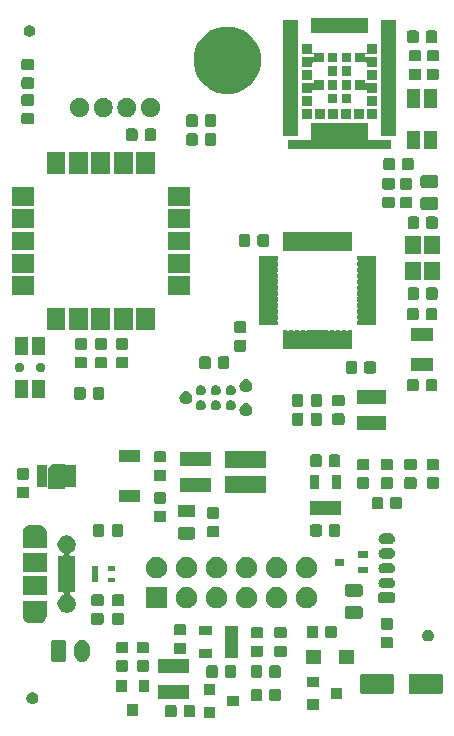
<source format=gts>
G04 #@! TF.GenerationSoftware,KiCad,Pcbnew,(5.1.5-0-10_14)*
G04 #@! TF.CreationDate,2020-04-02T15:36:54+02:00*
G04 #@! TF.ProjectId,oibus-mini-CCC,6f696275-732d-46d6-996e-692d4343432e,rev?*
G04 #@! TF.SameCoordinates,Original*
G04 #@! TF.FileFunction,Soldermask,Top*
G04 #@! TF.FilePolarity,Negative*
%FSLAX46Y46*%
G04 Gerber Fmt 4.6, Leading zero omitted, Abs format (unit mm)*
G04 Created by KiCad (PCBNEW (5.1.5-0-10_14)) date 2020-04-02 15:36:54*
%MOMM*%
%LPD*%
G04 APERTURE LIST*
%ADD10C,0.149860*%
%ADD11C,0.001000*%
G04 APERTURE END LIST*
D10*
G36*
X4750826Y20250000D02*
G01*
X5650000Y20250000D01*
X5650000Y19848954D01*
X4750826Y19848954D01*
X4750826Y20250000D01*
G37*
G36*
X4750746Y20750000D02*
G01*
X5650000Y20750000D01*
X5650000Y20349552D01*
X4750746Y20349552D01*
X4750746Y20750000D01*
G37*
G36*
X4750849Y21250000D02*
G01*
X5650000Y21250000D01*
X5650000Y20850057D01*
X4750849Y20850057D01*
X4750849Y21250000D01*
G37*
G36*
X4750198Y21750000D02*
G01*
X5650000Y21750000D01*
X5650000Y21350145D01*
X4750198Y21350145D01*
X4750198Y21750000D01*
G37*
G36*
X2349490Y20250000D02*
G01*
X3250000Y20250000D01*
X3250000Y19849705D01*
X2349490Y19849705D01*
X2349490Y20250000D01*
G37*
G36*
X2348100Y20750000D02*
G01*
X3250000Y20750000D01*
X3250000Y20349481D01*
X2348100Y20349481D01*
X2348100Y20750000D01*
G37*
G36*
X2349330Y21250000D02*
G01*
X3250000Y21250000D01*
X3250000Y20850020D01*
X2349330Y20850020D01*
X2349330Y21250000D01*
G37*
G36*
X2348660Y21750000D02*
G01*
X3250000Y21750000D01*
X3250000Y21350448D01*
X2348660Y21350448D01*
X2348660Y21750000D01*
G37*
D11*
G36*
X3350000Y21450000D02*
G01*
X3700000Y21800000D01*
X4650000Y21800000D01*
X4650000Y19800000D01*
X3350000Y19800000D01*
X3350000Y21450000D01*
G37*
X3350000Y21450000D02*
X3700000Y21800000D01*
X4650000Y21800000D01*
X4650000Y19800000D01*
X3350000Y19800000D01*
X3350000Y21450000D01*
D10*
G36*
X17501000Y349000D02*
G01*
X16499000Y349000D01*
X16499000Y1251000D01*
X17501000Y1251000D01*
X17501000Y349000D01*
G37*
G36*
X15629591Y1421915D02*
G01*
X15663569Y1411607D01*
X15694890Y1394866D01*
X15722339Y1372339D01*
X15744866Y1344890D01*
X15761607Y1313569D01*
X15771915Y1279591D01*
X15776000Y1238110D01*
X15776000Y561890D01*
X15771915Y520409D01*
X15761607Y486431D01*
X15744866Y455110D01*
X15722339Y427661D01*
X15694890Y405134D01*
X15663569Y388393D01*
X15629591Y378085D01*
X15588110Y374000D01*
X14986890Y374000D01*
X14945409Y378085D01*
X14911431Y388393D01*
X14880110Y405134D01*
X14852661Y427661D01*
X14830134Y455110D01*
X14813393Y486431D01*
X14803085Y520409D01*
X14799000Y561890D01*
X14799000Y1238110D01*
X14803085Y1279591D01*
X14813393Y1313569D01*
X14830134Y1344890D01*
X14852661Y1372339D01*
X14880110Y1394866D01*
X14911431Y1411607D01*
X14945409Y1421915D01*
X14986890Y1426000D01*
X15588110Y1426000D01*
X15629591Y1421915D01*
G37*
G36*
X14054591Y1421915D02*
G01*
X14088569Y1411607D01*
X14119890Y1394866D01*
X14147339Y1372339D01*
X14169866Y1344890D01*
X14186607Y1313569D01*
X14196915Y1279591D01*
X14201000Y1238110D01*
X14201000Y561890D01*
X14196915Y520409D01*
X14186607Y486431D01*
X14169866Y455110D01*
X14147339Y427661D01*
X14119890Y405134D01*
X14088569Y388393D01*
X14054591Y378085D01*
X14013110Y374000D01*
X13411890Y374000D01*
X13370409Y378085D01*
X13336431Y388393D01*
X13305110Y405134D01*
X13277661Y427661D01*
X13255134Y455110D01*
X13238393Y486431D01*
X13228085Y520409D01*
X13224000Y561890D01*
X13224000Y1238110D01*
X13228085Y1279591D01*
X13238393Y1313569D01*
X13255134Y1344890D01*
X13277661Y1372339D01*
X13305110Y1394866D01*
X13336431Y1411607D01*
X13370409Y1421915D01*
X13411890Y1426000D01*
X14013110Y1426000D01*
X14054591Y1421915D01*
G37*
G36*
X10951000Y499000D02*
G01*
X10049000Y499000D01*
X10049000Y1501000D01*
X10951000Y1501000D01*
X10951000Y499000D01*
G37*
G36*
X26251000Y999000D02*
G01*
X25249000Y999000D01*
X25249000Y1901000D01*
X26251000Y1901000D01*
X26251000Y999000D01*
G37*
G36*
X19501000Y1299000D02*
G01*
X18499000Y1299000D01*
X18499000Y2201000D01*
X19501000Y2201000D01*
X19501000Y1299000D01*
G37*
G36*
X2145843Y2480786D02*
G01*
X2236837Y2443095D01*
X2236839Y2443094D01*
X2261088Y2426891D01*
X2318730Y2388376D01*
X2388376Y2318730D01*
X2443095Y2236837D01*
X2480786Y2145843D01*
X2500000Y2049247D01*
X2500000Y1950753D01*
X2480786Y1854157D01*
X2449100Y1777661D01*
X2443094Y1763161D01*
X2388375Y1681269D01*
X2318731Y1611625D01*
X2236839Y1556906D01*
X2236838Y1556905D01*
X2236837Y1556905D01*
X2145843Y1519214D01*
X2049247Y1500000D01*
X1950753Y1500000D01*
X1854157Y1519214D01*
X1763163Y1556905D01*
X1763162Y1556905D01*
X1763161Y1556906D01*
X1681269Y1611625D01*
X1611625Y1681269D01*
X1556906Y1763161D01*
X1550900Y1777661D01*
X1519214Y1854157D01*
X1500000Y1950753D01*
X1500000Y2049247D01*
X1519214Y2145843D01*
X1556905Y2236837D01*
X1611624Y2318730D01*
X1681270Y2388376D01*
X1738912Y2426891D01*
X1763161Y2443094D01*
X1763163Y2443095D01*
X1854157Y2480786D01*
X1950753Y2500000D01*
X2049247Y2500000D01*
X2145843Y2480786D01*
G37*
G36*
X22879591Y2771915D02*
G01*
X22913569Y2761607D01*
X22944890Y2744866D01*
X22972339Y2722339D01*
X22994866Y2694890D01*
X23011607Y2663569D01*
X23021915Y2629591D01*
X23026000Y2588110D01*
X23026000Y1911890D01*
X23021915Y1870409D01*
X23011607Y1836431D01*
X22994866Y1805110D01*
X22972339Y1777661D01*
X22944890Y1755134D01*
X22913569Y1738393D01*
X22879591Y1728085D01*
X22838110Y1724000D01*
X22236890Y1724000D01*
X22195409Y1728085D01*
X22161431Y1738393D01*
X22130110Y1755134D01*
X22102661Y1777661D01*
X22080134Y1805110D01*
X22063393Y1836431D01*
X22053085Y1870409D01*
X22049000Y1911890D01*
X22049000Y2588110D01*
X22053085Y2629591D01*
X22063393Y2663569D01*
X22080134Y2694890D01*
X22102661Y2722339D01*
X22130110Y2744866D01*
X22161431Y2761607D01*
X22195409Y2771915D01*
X22236890Y2776000D01*
X22838110Y2776000D01*
X22879591Y2771915D01*
G37*
G36*
X21304591Y2771915D02*
G01*
X21338569Y2761607D01*
X21369890Y2744866D01*
X21397339Y2722339D01*
X21419866Y2694890D01*
X21436607Y2663569D01*
X21446915Y2629591D01*
X21451000Y2588110D01*
X21451000Y1911890D01*
X21446915Y1870409D01*
X21436607Y1836431D01*
X21419866Y1805110D01*
X21397339Y1777661D01*
X21369890Y1755134D01*
X21338569Y1738393D01*
X21304591Y1728085D01*
X21263110Y1724000D01*
X20661890Y1724000D01*
X20620409Y1728085D01*
X20586431Y1738393D01*
X20555110Y1755134D01*
X20527661Y1777661D01*
X20505134Y1805110D01*
X20488393Y1836431D01*
X20478085Y1870409D01*
X20474000Y1911890D01*
X20474000Y2588110D01*
X20478085Y2629591D01*
X20488393Y2663569D01*
X20505134Y2694890D01*
X20527661Y2722339D01*
X20555110Y2744866D01*
X20586431Y2761607D01*
X20620409Y2771915D01*
X20661890Y2776000D01*
X21263110Y2776000D01*
X21304591Y2771915D01*
G37*
G36*
X15266000Y1919000D02*
G01*
X12614000Y1919000D01*
X12614000Y3081000D01*
X15266000Y3081000D01*
X15266000Y1919000D01*
G37*
G36*
X28251000Y1949000D02*
G01*
X27249000Y1949000D01*
X27249000Y2851000D01*
X28251000Y2851000D01*
X28251000Y1949000D01*
G37*
G36*
X17501000Y2249000D02*
G01*
X16499000Y2249000D01*
X16499000Y3151000D01*
X17501000Y3151000D01*
X17501000Y2249000D01*
G37*
G36*
X32480997Y4046949D02*
G01*
X32514652Y4036739D01*
X32545665Y4020162D01*
X32572851Y3997851D01*
X32595162Y3970665D01*
X32611739Y3939652D01*
X32621949Y3905997D01*
X32626000Y3864862D01*
X32626000Y2535138D01*
X32621949Y2494003D01*
X32611739Y2460348D01*
X32595162Y2429335D01*
X32572851Y2402149D01*
X32545665Y2379838D01*
X32514652Y2363261D01*
X32480997Y2353051D01*
X32439862Y2349000D01*
X29935138Y2349000D01*
X29894003Y2353051D01*
X29860348Y2363261D01*
X29829335Y2379838D01*
X29802149Y2402149D01*
X29779838Y2429335D01*
X29763261Y2460348D01*
X29753051Y2494003D01*
X29749000Y2535138D01*
X29749000Y3864862D01*
X29753051Y3905997D01*
X29763261Y3939652D01*
X29779838Y3970665D01*
X29802149Y3997851D01*
X29829335Y4020162D01*
X29860348Y4036739D01*
X29894003Y4046949D01*
X29935138Y4051000D01*
X32439862Y4051000D01*
X32480997Y4046949D01*
G37*
G36*
X36605997Y4046949D02*
G01*
X36639652Y4036739D01*
X36670665Y4020162D01*
X36697851Y3997851D01*
X36720162Y3970665D01*
X36736739Y3939652D01*
X36746949Y3905997D01*
X36751000Y3864862D01*
X36751000Y2535138D01*
X36746949Y2494003D01*
X36736739Y2460348D01*
X36720162Y2429335D01*
X36697851Y2402149D01*
X36670665Y2379838D01*
X36639652Y2363261D01*
X36605997Y2353051D01*
X36564862Y2349000D01*
X34060138Y2349000D01*
X34019003Y2353051D01*
X33985348Y2363261D01*
X33954335Y2379838D01*
X33927149Y2402149D01*
X33904838Y2429335D01*
X33888261Y2460348D01*
X33878051Y2494003D01*
X33874000Y2535138D01*
X33874000Y3864862D01*
X33878051Y3905997D01*
X33888261Y3939652D01*
X33904838Y3970665D01*
X33927149Y3997851D01*
X33954335Y4020162D01*
X33985348Y4036739D01*
X34019003Y4046949D01*
X34060138Y4051000D01*
X36564862Y4051000D01*
X36605997Y4046949D01*
G37*
G36*
X10001000Y2499000D02*
G01*
X9099000Y2499000D01*
X9099000Y3501000D01*
X10001000Y3501000D01*
X10001000Y2499000D01*
G37*
G36*
X11901000Y2499000D02*
G01*
X10999000Y2499000D01*
X10999000Y3501000D01*
X11901000Y3501000D01*
X11901000Y2499000D01*
G37*
G36*
X26251000Y2899000D02*
G01*
X25249000Y2899000D01*
X25249000Y3801000D01*
X26251000Y3801000D01*
X26251000Y2899000D01*
G37*
G36*
X22879591Y4771915D02*
G01*
X22913569Y4761607D01*
X22944890Y4744866D01*
X22972339Y4722339D01*
X22994866Y4694890D01*
X23011607Y4663569D01*
X23021915Y4629591D01*
X23026000Y4588110D01*
X23026000Y3911890D01*
X23021915Y3870409D01*
X23011607Y3836431D01*
X22994866Y3805110D01*
X22972339Y3777661D01*
X22944890Y3755134D01*
X22913569Y3738393D01*
X22879591Y3728085D01*
X22838110Y3724000D01*
X22236890Y3724000D01*
X22195409Y3728085D01*
X22161431Y3738393D01*
X22130110Y3755134D01*
X22102661Y3777661D01*
X22080134Y3805110D01*
X22063393Y3836431D01*
X22053085Y3870409D01*
X22049000Y3911890D01*
X22049000Y4588110D01*
X22053085Y4629591D01*
X22063393Y4663569D01*
X22080134Y4694890D01*
X22102661Y4722339D01*
X22130110Y4744866D01*
X22161431Y4761607D01*
X22195409Y4771915D01*
X22236890Y4776000D01*
X22838110Y4776000D01*
X22879591Y4771915D01*
G37*
G36*
X21304591Y4771915D02*
G01*
X21338569Y4761607D01*
X21369890Y4744866D01*
X21397339Y4722339D01*
X21419866Y4694890D01*
X21436607Y4663569D01*
X21446915Y4629591D01*
X21451000Y4588110D01*
X21451000Y3911890D01*
X21446915Y3870409D01*
X21436607Y3836431D01*
X21419866Y3805110D01*
X21397339Y3777661D01*
X21369890Y3755134D01*
X21338569Y3738393D01*
X21304591Y3728085D01*
X21263110Y3724000D01*
X20661890Y3724000D01*
X20620409Y3728085D01*
X20586431Y3738393D01*
X20555110Y3755134D01*
X20527661Y3777661D01*
X20505134Y3805110D01*
X20488393Y3836431D01*
X20478085Y3870409D01*
X20474000Y3911890D01*
X20474000Y4588110D01*
X20478085Y4629591D01*
X20488393Y4663569D01*
X20505134Y4694890D01*
X20527661Y4722339D01*
X20555110Y4744866D01*
X20586431Y4761607D01*
X20620409Y4771915D01*
X20661890Y4776000D01*
X21263110Y4776000D01*
X21304591Y4771915D01*
G37*
G36*
X19129591Y4771915D02*
G01*
X19163569Y4761607D01*
X19194890Y4744866D01*
X19222339Y4722339D01*
X19244866Y4694890D01*
X19261607Y4663569D01*
X19271915Y4629591D01*
X19276000Y4588110D01*
X19276000Y3911890D01*
X19271915Y3870409D01*
X19261607Y3836431D01*
X19244866Y3805110D01*
X19222339Y3777661D01*
X19194890Y3755134D01*
X19163569Y3738393D01*
X19129591Y3728085D01*
X19088110Y3724000D01*
X18486890Y3724000D01*
X18445409Y3728085D01*
X18411431Y3738393D01*
X18380110Y3755134D01*
X18352661Y3777661D01*
X18330134Y3805110D01*
X18313393Y3836431D01*
X18303085Y3870409D01*
X18299000Y3911890D01*
X18299000Y4588110D01*
X18303085Y4629591D01*
X18313393Y4663569D01*
X18330134Y4694890D01*
X18352661Y4722339D01*
X18380110Y4744866D01*
X18411431Y4761607D01*
X18445409Y4771915D01*
X18486890Y4776000D01*
X19088110Y4776000D01*
X19129591Y4771915D01*
G37*
G36*
X17554591Y4771915D02*
G01*
X17588569Y4761607D01*
X17619890Y4744866D01*
X17647339Y4722339D01*
X17669866Y4694890D01*
X17686607Y4663569D01*
X17696915Y4629591D01*
X17701000Y4588110D01*
X17701000Y3911890D01*
X17696915Y3870409D01*
X17686607Y3836431D01*
X17669866Y3805110D01*
X17647339Y3777661D01*
X17619890Y3755134D01*
X17588569Y3738393D01*
X17554591Y3728085D01*
X17513110Y3724000D01*
X16911890Y3724000D01*
X16870409Y3728085D01*
X16836431Y3738393D01*
X16805110Y3755134D01*
X16777661Y3777661D01*
X16755134Y3805110D01*
X16738393Y3836431D01*
X16728085Y3870409D01*
X16724000Y3911890D01*
X16724000Y4588110D01*
X16728085Y4629591D01*
X16738393Y4663569D01*
X16755134Y4694890D01*
X16777661Y4722339D01*
X16805110Y4744866D01*
X16836431Y4761607D01*
X16870409Y4771915D01*
X16911890Y4776000D01*
X17513110Y4776000D01*
X17554591Y4771915D01*
G37*
G36*
X15266000Y4119000D02*
G01*
X12614000Y4119000D01*
X12614000Y5281000D01*
X15266000Y5281000D01*
X15266000Y4119000D01*
G37*
G36*
X9979591Y5196915D02*
G01*
X10013569Y5186607D01*
X10044890Y5169866D01*
X10072339Y5147339D01*
X10094866Y5119890D01*
X10111607Y5088569D01*
X10121915Y5054591D01*
X10126000Y5013110D01*
X10126000Y4411890D01*
X10121915Y4370409D01*
X10111607Y4336431D01*
X10094866Y4305110D01*
X10072339Y4277661D01*
X10044890Y4255134D01*
X10013569Y4238393D01*
X9979591Y4228085D01*
X9938110Y4224000D01*
X9261890Y4224000D01*
X9220409Y4228085D01*
X9186431Y4238393D01*
X9155110Y4255134D01*
X9127661Y4277661D01*
X9105134Y4305110D01*
X9088393Y4336431D01*
X9078085Y4370409D01*
X9074000Y4411890D01*
X9074000Y5013110D01*
X9078085Y5054591D01*
X9088393Y5088569D01*
X9105134Y5119890D01*
X9127661Y5147339D01*
X9155110Y5169866D01*
X9186431Y5186607D01*
X9220409Y5196915D01*
X9261890Y5201000D01*
X9938110Y5201000D01*
X9979591Y5196915D01*
G37*
G36*
X11729591Y5196915D02*
G01*
X11763569Y5186607D01*
X11794890Y5169866D01*
X11822339Y5147339D01*
X11844866Y5119890D01*
X11861607Y5088569D01*
X11871915Y5054591D01*
X11876000Y5013110D01*
X11876000Y4411890D01*
X11871915Y4370409D01*
X11861607Y4336431D01*
X11844866Y4305110D01*
X11822339Y4277661D01*
X11794890Y4255134D01*
X11763569Y4238393D01*
X11729591Y4228085D01*
X11688110Y4224000D01*
X11011890Y4224000D01*
X10970409Y4228085D01*
X10936431Y4238393D01*
X10905110Y4255134D01*
X10877661Y4277661D01*
X10855134Y4305110D01*
X10838393Y4336431D01*
X10828085Y4370409D01*
X10824000Y4411890D01*
X10824000Y5013110D01*
X10828085Y5054591D01*
X10838393Y5088569D01*
X10855134Y5119890D01*
X10877661Y5147339D01*
X10905110Y5169866D01*
X10936431Y5186607D01*
X10970409Y5196915D01*
X11011890Y5201000D01*
X11688110Y5201000D01*
X11729591Y5196915D01*
G37*
G36*
X29201000Y4899000D02*
G01*
X27999000Y4899000D01*
X27999000Y6101000D01*
X29201000Y6101000D01*
X29201000Y4899000D01*
G37*
G36*
X26401000Y4899000D02*
G01*
X25199000Y4899000D01*
X25199000Y6101000D01*
X26401000Y6101000D01*
X26401000Y4899000D01*
G37*
G36*
X6327617Y6916580D02*
G01*
X6408399Y6892075D01*
X6450335Y6879354D01*
X6563424Y6818906D01*
X6662554Y6737553D01*
X6743906Y6638425D01*
X6804354Y6525336D01*
X6808063Y6513110D01*
X6841580Y6402618D01*
X6851000Y6306973D01*
X6851000Y5693027D01*
X6841580Y5597382D01*
X6820430Y5527661D01*
X6804354Y5474664D01*
X6743906Y5361575D01*
X6662554Y5262446D01*
X6563425Y5181094D01*
X6450336Y5120646D01*
X6418404Y5110960D01*
X6327618Y5083420D01*
X6200000Y5070851D01*
X6072383Y5083420D01*
X5981597Y5110960D01*
X5949665Y5120646D01*
X5836576Y5181094D01*
X5737447Y5262446D01*
X5656096Y5361573D01*
X5656095Y5361575D01*
X5595647Y5474664D01*
X5595645Y5474667D01*
X5579570Y5527661D01*
X5558420Y5597382D01*
X5549000Y5693027D01*
X5549000Y6306972D01*
X5558420Y6402617D01*
X5595645Y6525331D01*
X5595646Y6525335D01*
X5656094Y6638424D01*
X5737447Y6737554D01*
X5836575Y6818906D01*
X5949664Y6879354D01*
X5991600Y6892075D01*
X6072382Y6916580D01*
X6200000Y6929149D01*
X6327617Y6916580D01*
G37*
G36*
X4691242Y6921596D02*
G01*
X4728337Y6910343D01*
X4762515Y6892075D01*
X4792481Y6867481D01*
X4817075Y6837515D01*
X4835343Y6803337D01*
X4846596Y6766242D01*
X4851000Y6721526D01*
X4851000Y5278474D01*
X4846596Y5233758D01*
X4835343Y5196663D01*
X4817075Y5162485D01*
X4792481Y5132519D01*
X4762515Y5107925D01*
X4728337Y5089657D01*
X4691242Y5078404D01*
X4646526Y5074000D01*
X3753474Y5074000D01*
X3708758Y5078404D01*
X3671663Y5089657D01*
X3637485Y5107925D01*
X3607519Y5132519D01*
X3582925Y5162485D01*
X3564657Y5196663D01*
X3553404Y5233758D01*
X3549000Y5278474D01*
X3549000Y6721526D01*
X3553404Y6766242D01*
X3564657Y6803337D01*
X3582925Y6837515D01*
X3607519Y6867481D01*
X3637485Y6892075D01*
X3671663Y6910343D01*
X3708758Y6921596D01*
X3753474Y6926000D01*
X4646526Y6926000D01*
X4691242Y6921596D01*
G37*
G36*
X19431000Y5424000D02*
G01*
X18269000Y5424000D01*
X18269000Y8076000D01*
X19431000Y8076000D01*
X19431000Y5424000D01*
G37*
G36*
X17231000Y5424000D02*
G01*
X16069000Y5424000D01*
X16069000Y6176000D01*
X17231000Y6176000D01*
X17231000Y5424000D01*
G37*
G36*
X21379591Y6446915D02*
G01*
X21413569Y6436607D01*
X21444890Y6419866D01*
X21472339Y6397339D01*
X21494866Y6369890D01*
X21511607Y6338569D01*
X21521915Y6304591D01*
X21526000Y6263110D01*
X21526000Y5661890D01*
X21521915Y5620409D01*
X21511607Y5586431D01*
X21494866Y5555110D01*
X21472339Y5527661D01*
X21444890Y5505134D01*
X21413569Y5488393D01*
X21379591Y5478085D01*
X21338110Y5474000D01*
X20661890Y5474000D01*
X20620409Y5478085D01*
X20586431Y5488393D01*
X20555110Y5505134D01*
X20527661Y5527661D01*
X20505134Y5555110D01*
X20488393Y5586431D01*
X20478085Y5620409D01*
X20474000Y5661890D01*
X20474000Y6263110D01*
X20478085Y6304591D01*
X20488393Y6338569D01*
X20505134Y6369890D01*
X20527661Y6397339D01*
X20555110Y6419866D01*
X20586431Y6436607D01*
X20620409Y6446915D01*
X20661890Y6451000D01*
X21338110Y6451000D01*
X21379591Y6446915D01*
G37*
G36*
X23379591Y6446915D02*
G01*
X23413569Y6436607D01*
X23444890Y6419866D01*
X23472339Y6397339D01*
X23494866Y6369890D01*
X23511607Y6338569D01*
X23521915Y6304591D01*
X23526000Y6263110D01*
X23526000Y5661890D01*
X23521915Y5620409D01*
X23511607Y5586431D01*
X23494866Y5555110D01*
X23472339Y5527661D01*
X23444890Y5505134D01*
X23413569Y5488393D01*
X23379591Y5478085D01*
X23338110Y5474000D01*
X22661890Y5474000D01*
X22620409Y5478085D01*
X22586431Y5488393D01*
X22555110Y5505134D01*
X22527661Y5527661D01*
X22505134Y5555110D01*
X22488393Y5586431D01*
X22478085Y5620409D01*
X22474000Y5661890D01*
X22474000Y6263110D01*
X22478085Y6304591D01*
X22488393Y6338569D01*
X22505134Y6369890D01*
X22527661Y6397339D01*
X22555110Y6419866D01*
X22586431Y6436607D01*
X22620409Y6446915D01*
X22661890Y6451000D01*
X23338110Y6451000D01*
X23379591Y6446915D01*
G37*
G36*
X14879591Y6696915D02*
G01*
X14913569Y6686607D01*
X14944890Y6669866D01*
X14972339Y6647339D01*
X14994866Y6619890D01*
X15011607Y6588569D01*
X15021915Y6554591D01*
X15026000Y6513110D01*
X15026000Y5911890D01*
X15021915Y5870409D01*
X15011607Y5836431D01*
X14994866Y5805110D01*
X14972339Y5777661D01*
X14944890Y5755134D01*
X14913569Y5738393D01*
X14879591Y5728085D01*
X14838110Y5724000D01*
X14161890Y5724000D01*
X14120409Y5728085D01*
X14086431Y5738393D01*
X14055110Y5755134D01*
X14027661Y5777661D01*
X14005134Y5805110D01*
X13988393Y5836431D01*
X13978085Y5870409D01*
X13974000Y5911890D01*
X13974000Y6513110D01*
X13978085Y6554591D01*
X13988393Y6588569D01*
X14005134Y6619890D01*
X14027661Y6647339D01*
X14055110Y6669866D01*
X14086431Y6686607D01*
X14120409Y6696915D01*
X14161890Y6701000D01*
X14838110Y6701000D01*
X14879591Y6696915D01*
G37*
G36*
X11729591Y6771915D02*
G01*
X11763569Y6761607D01*
X11794890Y6744866D01*
X11822339Y6722339D01*
X11844866Y6694890D01*
X11861607Y6663569D01*
X11871915Y6629591D01*
X11876000Y6588110D01*
X11876000Y5986890D01*
X11871915Y5945409D01*
X11861607Y5911431D01*
X11844866Y5880110D01*
X11822339Y5852661D01*
X11794890Y5830134D01*
X11763569Y5813393D01*
X11729591Y5803085D01*
X11688110Y5799000D01*
X11011890Y5799000D01*
X10970409Y5803085D01*
X10936431Y5813393D01*
X10905110Y5830134D01*
X10877661Y5852661D01*
X10855134Y5880110D01*
X10838393Y5911431D01*
X10828085Y5945409D01*
X10824000Y5986890D01*
X10824000Y6588110D01*
X10828085Y6629591D01*
X10838393Y6663569D01*
X10855134Y6694890D01*
X10877661Y6722339D01*
X10905110Y6744866D01*
X10936431Y6761607D01*
X10970409Y6771915D01*
X11011890Y6776000D01*
X11688110Y6776000D01*
X11729591Y6771915D01*
G37*
G36*
X9979591Y6771915D02*
G01*
X10013569Y6761607D01*
X10044890Y6744866D01*
X10072339Y6722339D01*
X10094866Y6694890D01*
X10111607Y6663569D01*
X10121915Y6629591D01*
X10126000Y6588110D01*
X10126000Y5986890D01*
X10121915Y5945409D01*
X10111607Y5911431D01*
X10094866Y5880110D01*
X10072339Y5852661D01*
X10044890Y5830134D01*
X10013569Y5813393D01*
X9979591Y5803085D01*
X9938110Y5799000D01*
X9261890Y5799000D01*
X9220409Y5803085D01*
X9186431Y5813393D01*
X9155110Y5830134D01*
X9127661Y5852661D01*
X9105134Y5880110D01*
X9088393Y5911431D01*
X9078085Y5945409D01*
X9074000Y5986890D01*
X9074000Y6588110D01*
X9078085Y6629591D01*
X9088393Y6663569D01*
X9105134Y6694890D01*
X9127661Y6722339D01*
X9155110Y6744866D01*
X9186431Y6761607D01*
X9220409Y6771915D01*
X9261890Y6776000D01*
X9938110Y6776000D01*
X9979591Y6771915D01*
G37*
G36*
X32379591Y7196915D02*
G01*
X32413569Y7186607D01*
X32444890Y7169866D01*
X32472339Y7147339D01*
X32494866Y7119890D01*
X32511607Y7088569D01*
X32521915Y7054591D01*
X32526000Y7013110D01*
X32526000Y6411890D01*
X32521915Y6370409D01*
X32511607Y6336431D01*
X32494866Y6305110D01*
X32472339Y6277661D01*
X32444890Y6255134D01*
X32413569Y6238393D01*
X32379591Y6228085D01*
X32338110Y6224000D01*
X31661890Y6224000D01*
X31620409Y6228085D01*
X31586431Y6238393D01*
X31555110Y6255134D01*
X31527661Y6277661D01*
X31505134Y6305110D01*
X31488393Y6336431D01*
X31478085Y6370409D01*
X31474000Y6411890D01*
X31474000Y7013110D01*
X31478085Y7054591D01*
X31488393Y7088569D01*
X31505134Y7119890D01*
X31527661Y7147339D01*
X31555110Y7169866D01*
X31586431Y7186607D01*
X31620409Y7196915D01*
X31661890Y7201000D01*
X32338110Y7201000D01*
X32379591Y7196915D01*
G37*
G36*
X35645843Y7780786D02*
G01*
X35645846Y7780785D01*
X35645845Y7780785D01*
X35736839Y7743094D01*
X35778063Y7715549D01*
X35818730Y7688376D01*
X35888376Y7618730D01*
X35943095Y7536837D01*
X35980786Y7445843D01*
X36000000Y7349247D01*
X36000000Y7250753D01*
X35980786Y7154157D01*
X35943190Y7063393D01*
X35943094Y7063161D01*
X35936361Y7053085D01*
X35888376Y6981270D01*
X35818730Y6911624D01*
X35809343Y6905352D01*
X35736839Y6856906D01*
X35736838Y6856905D01*
X35736837Y6856905D01*
X35645843Y6819214D01*
X35549247Y6800000D01*
X35450753Y6800000D01*
X35354157Y6819214D01*
X35263163Y6856905D01*
X35263162Y6856905D01*
X35263161Y6856906D01*
X35190657Y6905352D01*
X35181270Y6911624D01*
X35111624Y6981270D01*
X35063639Y7053085D01*
X35056906Y7063161D01*
X35056810Y7063393D01*
X35019214Y7154157D01*
X35000000Y7250753D01*
X35000000Y7349247D01*
X35019214Y7445843D01*
X35056905Y7536837D01*
X35111624Y7618730D01*
X35181270Y7688376D01*
X35221937Y7715549D01*
X35263161Y7743094D01*
X35354155Y7780785D01*
X35354154Y7780785D01*
X35354157Y7780786D01*
X35450753Y7800000D01*
X35549247Y7800000D01*
X35645843Y7780786D01*
G37*
G36*
X21379591Y8021915D02*
G01*
X21413569Y8011607D01*
X21444890Y7994866D01*
X21472339Y7972339D01*
X21494866Y7944890D01*
X21511607Y7913569D01*
X21521915Y7879591D01*
X21526000Y7838110D01*
X21526000Y7236890D01*
X21521915Y7195409D01*
X21511607Y7161431D01*
X21494866Y7130110D01*
X21472339Y7102661D01*
X21444890Y7080134D01*
X21413569Y7063393D01*
X21379591Y7053085D01*
X21338110Y7049000D01*
X20661890Y7049000D01*
X20620409Y7053085D01*
X20586431Y7063393D01*
X20555110Y7080134D01*
X20527661Y7102661D01*
X20505134Y7130110D01*
X20488393Y7161431D01*
X20478085Y7195409D01*
X20474000Y7236890D01*
X20474000Y7838110D01*
X20478085Y7879591D01*
X20488393Y7913569D01*
X20505134Y7944890D01*
X20527661Y7972339D01*
X20555110Y7994866D01*
X20586431Y8011607D01*
X20620409Y8021915D01*
X20661890Y8026000D01*
X21338110Y8026000D01*
X21379591Y8021915D01*
G37*
G36*
X23379591Y8021915D02*
G01*
X23413569Y8011607D01*
X23444890Y7994866D01*
X23472339Y7972339D01*
X23494866Y7944890D01*
X23511607Y7913569D01*
X23521915Y7879591D01*
X23526000Y7838110D01*
X23526000Y7236890D01*
X23521915Y7195409D01*
X23511607Y7161431D01*
X23494866Y7130110D01*
X23472339Y7102661D01*
X23444890Y7080134D01*
X23413569Y7063393D01*
X23379591Y7053085D01*
X23338110Y7049000D01*
X22661890Y7049000D01*
X22620409Y7053085D01*
X22586431Y7063393D01*
X22555110Y7080134D01*
X22527661Y7102661D01*
X22505134Y7130110D01*
X22488393Y7161431D01*
X22478085Y7195409D01*
X22474000Y7236890D01*
X22474000Y7838110D01*
X22478085Y7879591D01*
X22488393Y7913569D01*
X22505134Y7944890D01*
X22527661Y7972339D01*
X22555110Y7994866D01*
X22586431Y8011607D01*
X22620409Y8021915D01*
X22661890Y8026000D01*
X23338110Y8026000D01*
X23379591Y8021915D01*
G37*
G36*
X27629591Y8121915D02*
G01*
X27663569Y8111607D01*
X27694890Y8094866D01*
X27722339Y8072339D01*
X27744866Y8044890D01*
X27761607Y8013569D01*
X27771915Y7979591D01*
X27776000Y7938110D01*
X27776000Y7261890D01*
X27771915Y7220409D01*
X27761607Y7186431D01*
X27744866Y7155110D01*
X27722339Y7127661D01*
X27694890Y7105134D01*
X27663569Y7088393D01*
X27629591Y7078085D01*
X27588110Y7074000D01*
X26986890Y7074000D01*
X26945409Y7078085D01*
X26911431Y7088393D01*
X26880110Y7105134D01*
X26852661Y7127661D01*
X26830134Y7155110D01*
X26813393Y7186431D01*
X26803085Y7220409D01*
X26799000Y7261890D01*
X26799000Y7938110D01*
X26803085Y7979591D01*
X26813393Y8013569D01*
X26830134Y8044890D01*
X26852661Y8072339D01*
X26880110Y8094866D01*
X26911431Y8111607D01*
X26945409Y8121915D01*
X26986890Y8126000D01*
X27588110Y8126000D01*
X27629591Y8121915D01*
G37*
G36*
X26054591Y8121915D02*
G01*
X26088569Y8111607D01*
X26119890Y8094866D01*
X26147339Y8072339D01*
X26169866Y8044890D01*
X26186607Y8013569D01*
X26196915Y7979591D01*
X26201000Y7938110D01*
X26201000Y7261890D01*
X26196915Y7220409D01*
X26186607Y7186431D01*
X26169866Y7155110D01*
X26147339Y7127661D01*
X26119890Y7105134D01*
X26088569Y7088393D01*
X26054591Y7078085D01*
X26013110Y7074000D01*
X25411890Y7074000D01*
X25370409Y7078085D01*
X25336431Y7088393D01*
X25305110Y7105134D01*
X25277661Y7127661D01*
X25255134Y7155110D01*
X25238393Y7186431D01*
X25228085Y7220409D01*
X25224000Y7261890D01*
X25224000Y7938110D01*
X25228085Y7979591D01*
X25238393Y8013569D01*
X25255134Y8044890D01*
X25277661Y8072339D01*
X25305110Y8094866D01*
X25336431Y8111607D01*
X25370409Y8121915D01*
X25411890Y8126000D01*
X26013110Y8126000D01*
X26054591Y8121915D01*
G37*
G36*
X14879591Y8271915D02*
G01*
X14913569Y8261607D01*
X14944890Y8244866D01*
X14972339Y8222339D01*
X14994866Y8194890D01*
X15011607Y8163569D01*
X15021915Y8129591D01*
X15026000Y8088110D01*
X15026000Y7486890D01*
X15021915Y7445409D01*
X15011607Y7411431D01*
X14994866Y7380110D01*
X14972339Y7352661D01*
X14944890Y7330134D01*
X14913569Y7313393D01*
X14879591Y7303085D01*
X14838110Y7299000D01*
X14161890Y7299000D01*
X14120409Y7303085D01*
X14086431Y7313393D01*
X14055110Y7330134D01*
X14027661Y7352661D01*
X14005134Y7380110D01*
X13988393Y7411431D01*
X13978085Y7445409D01*
X13974000Y7486890D01*
X13974000Y8088110D01*
X13978085Y8129591D01*
X13988393Y8163569D01*
X14005134Y8194890D01*
X14027661Y8222339D01*
X14055110Y8244866D01*
X14086431Y8261607D01*
X14120409Y8271915D01*
X14161890Y8276000D01*
X14838110Y8276000D01*
X14879591Y8271915D01*
G37*
G36*
X17231000Y7324000D02*
G01*
X16069000Y7324000D01*
X16069000Y8076000D01*
X17231000Y8076000D01*
X17231000Y7324000D01*
G37*
G36*
X32379591Y8771915D02*
G01*
X32413569Y8761607D01*
X32444890Y8744866D01*
X32472339Y8722339D01*
X32494866Y8694890D01*
X32511607Y8663569D01*
X32521915Y8629591D01*
X32526000Y8588110D01*
X32526000Y7986890D01*
X32521915Y7945409D01*
X32511607Y7911431D01*
X32494866Y7880110D01*
X32472339Y7852661D01*
X32444890Y7830134D01*
X32413569Y7813393D01*
X32379591Y7803085D01*
X32338110Y7799000D01*
X31661890Y7799000D01*
X31620409Y7803085D01*
X31586431Y7813393D01*
X31555110Y7830134D01*
X31527661Y7852661D01*
X31505134Y7880110D01*
X31488393Y7911431D01*
X31478085Y7945409D01*
X31474000Y7986890D01*
X31474000Y8588110D01*
X31478085Y8629591D01*
X31488393Y8663569D01*
X31505134Y8694890D01*
X31527661Y8722339D01*
X31555110Y8744866D01*
X31586431Y8761607D01*
X31620409Y8771915D01*
X31661890Y8776000D01*
X32338110Y8776000D01*
X32379591Y8771915D01*
G37*
G36*
X9629591Y9196915D02*
G01*
X9663569Y9186607D01*
X9694890Y9169866D01*
X9722339Y9147339D01*
X9744866Y9119890D01*
X9761607Y9088569D01*
X9771915Y9054591D01*
X9776000Y9013110D01*
X9776000Y8411890D01*
X9771915Y8370409D01*
X9761607Y8336431D01*
X9744866Y8305110D01*
X9722339Y8277661D01*
X9694890Y8255134D01*
X9663569Y8238393D01*
X9629591Y8228085D01*
X9588110Y8224000D01*
X8911890Y8224000D01*
X8870409Y8228085D01*
X8836431Y8238393D01*
X8805110Y8255134D01*
X8777661Y8277661D01*
X8755134Y8305110D01*
X8738393Y8336431D01*
X8728085Y8370409D01*
X8724000Y8411890D01*
X8724000Y9013110D01*
X8728085Y9054591D01*
X8738393Y9088569D01*
X8755134Y9119890D01*
X8777661Y9147339D01*
X8805110Y9169866D01*
X8836431Y9186607D01*
X8870409Y9196915D01*
X8911890Y9201000D01*
X9588110Y9201000D01*
X9629591Y9196915D01*
G37*
G36*
X7879591Y9196915D02*
G01*
X7913569Y9186607D01*
X7944890Y9169866D01*
X7972339Y9147339D01*
X7994866Y9119890D01*
X8011607Y9088569D01*
X8021915Y9054591D01*
X8026000Y9013110D01*
X8026000Y8411890D01*
X8021915Y8370409D01*
X8011607Y8336431D01*
X7994866Y8305110D01*
X7972339Y8277661D01*
X7944890Y8255134D01*
X7913569Y8238393D01*
X7879591Y8228085D01*
X7838110Y8224000D01*
X7161890Y8224000D01*
X7120409Y8228085D01*
X7086431Y8238393D01*
X7055110Y8255134D01*
X7027661Y8277661D01*
X7005134Y8305110D01*
X6988393Y8336431D01*
X6978085Y8370409D01*
X6974000Y8411890D01*
X6974000Y9013110D01*
X6978085Y9054591D01*
X6988393Y9088569D01*
X7005134Y9119890D01*
X7027661Y9147339D01*
X7055110Y9169866D01*
X7086431Y9186607D01*
X7120409Y9196915D01*
X7161890Y9201000D01*
X7838110Y9201000D01*
X7879591Y9196915D01*
G37*
G36*
X3201000Y9038114D02*
G01*
X3201602Y9025862D01*
X3204149Y9000000D01*
X3201602Y8974138D01*
X3201000Y8961886D01*
X3201000Y8888594D01*
X3192043Y8871836D01*
X3187915Y8860299D01*
X3185355Y8851862D01*
X3154354Y8749664D01*
X3093906Y8636575D01*
X3012554Y8537446D01*
X2913425Y8456094D01*
X2800336Y8395646D01*
X2768404Y8385960D01*
X2677618Y8358420D01*
X2613855Y8352140D01*
X2581974Y8349000D01*
X1818026Y8349000D01*
X1786145Y8352140D01*
X1722382Y8358420D01*
X1631596Y8385960D01*
X1599664Y8395646D01*
X1486575Y8456094D01*
X1387446Y8537446D01*
X1306094Y8636575D01*
X1245646Y8749664D01*
X1214645Y8851862D01*
X1212087Y8860292D01*
X1202713Y8882925D01*
X1199000Y8888482D01*
X1199000Y8961886D01*
X1198398Y8974138D01*
X1195851Y9000000D01*
X1198398Y9025862D01*
X1199000Y9038114D01*
X1199000Y10251000D01*
X3201000Y10251000D01*
X3201000Y9038114D01*
G37*
G36*
X29784468Y9796435D02*
G01*
X29823138Y9784704D01*
X29858777Y9765654D01*
X29890017Y9740017D01*
X29915654Y9708777D01*
X29934704Y9673138D01*
X29946435Y9634468D01*
X29951000Y9588112D01*
X29951000Y8936888D01*
X29946435Y8890532D01*
X29934704Y8851862D01*
X29915654Y8816223D01*
X29890017Y8784983D01*
X29858777Y8759346D01*
X29823138Y8740296D01*
X29784468Y8728565D01*
X29738112Y8724000D01*
X28661888Y8724000D01*
X28615532Y8728565D01*
X28576862Y8740296D01*
X28541223Y8759346D01*
X28509983Y8784983D01*
X28484346Y8816223D01*
X28465296Y8851862D01*
X28453565Y8890532D01*
X28449000Y8936888D01*
X28449000Y9588112D01*
X28453565Y9634468D01*
X28465296Y9673138D01*
X28484346Y9708777D01*
X28509983Y9740017D01*
X28541223Y9765654D01*
X28576862Y9784704D01*
X28615532Y9796435D01*
X28661888Y9801000D01*
X29738112Y9801000D01*
X29784468Y9796435D01*
G37*
G36*
X5126348Y15746180D02*
G01*
X5126350Y15746179D01*
X5126351Y15746179D01*
X5267574Y15687683D01*
X5267577Y15687681D01*
X5394669Y15602761D01*
X5502761Y15494669D01*
X5587681Y15367577D01*
X5587683Y15367574D01*
X5646179Y15226351D01*
X5646180Y15226348D01*
X5676000Y15076431D01*
X5676000Y14923571D01*
X5646179Y14773649D01*
X5587683Y14632426D01*
X5587681Y14632423D01*
X5502761Y14505331D01*
X5394669Y14397239D01*
X5309940Y14340625D01*
X5267574Y14312317D01*
X5217272Y14291481D01*
X5195664Y14279932D01*
X5176722Y14264386D01*
X5161177Y14245444D01*
X5149626Y14223834D01*
X5142513Y14200385D01*
X5140111Y14175999D01*
X5142513Y14151613D01*
X5149626Y14128164D01*
X5161177Y14106553D01*
X5176723Y14087611D01*
X5195665Y14072066D01*
X5217275Y14060515D01*
X5240724Y14053402D01*
X5265110Y14051000D01*
X5626000Y14051000D01*
X5626000Y10949000D01*
X5265110Y10949000D01*
X5240724Y10946598D01*
X5217275Y10939485D01*
X5195664Y10927934D01*
X5176722Y10912389D01*
X5161177Y10893447D01*
X5149626Y10871836D01*
X5142513Y10848387D01*
X5140111Y10824001D01*
X5142513Y10799615D01*
X5149626Y10776166D01*
X5161177Y10754555D01*
X5176722Y10735613D01*
X5195664Y10720068D01*
X5217272Y10708519D01*
X5267574Y10687683D01*
X5303663Y10663569D01*
X5394669Y10602761D01*
X5502761Y10494669D01*
X5558494Y10411258D01*
X5587683Y10367574D01*
X5646179Y10226351D01*
X5646180Y10226348D01*
X5676000Y10076431D01*
X5676000Y9923569D01*
X5650591Y9795826D01*
X5646179Y9773649D01*
X5587683Y9632426D01*
X5587681Y9632423D01*
X5502761Y9505331D01*
X5394669Y9397239D01*
X5344064Y9363426D01*
X5267574Y9312317D01*
X5126351Y9253821D01*
X5126350Y9253821D01*
X5126348Y9253820D01*
X4976431Y9224000D01*
X4823569Y9224000D01*
X4673652Y9253820D01*
X4673650Y9253821D01*
X4673649Y9253821D01*
X4532426Y9312317D01*
X4455936Y9363426D01*
X4405331Y9397239D01*
X4297239Y9505331D01*
X4212319Y9632423D01*
X4212317Y9632426D01*
X4153821Y9773649D01*
X4149410Y9795826D01*
X4124000Y9923569D01*
X4124000Y10076431D01*
X4153820Y10226348D01*
X4153821Y10226351D01*
X4212317Y10367574D01*
X4241506Y10411258D01*
X4297239Y10494669D01*
X4405331Y10602761D01*
X4496337Y10663569D01*
X4532426Y10687683D01*
X4582728Y10708519D01*
X4604336Y10720068D01*
X4623278Y10735614D01*
X4638823Y10754556D01*
X4650374Y10776166D01*
X4657487Y10799615D01*
X4659889Y10824001D01*
X4657487Y10848387D01*
X4650374Y10871836D01*
X4638823Y10893447D01*
X4623277Y10912389D01*
X4604335Y10927934D01*
X4582725Y10939485D01*
X4559276Y10946598D01*
X4534890Y10949000D01*
X4174000Y10949000D01*
X4174000Y14051000D01*
X4534890Y14051000D01*
X4559276Y14053402D01*
X4582725Y14060515D01*
X4604336Y14072066D01*
X4623278Y14087611D01*
X4638823Y14106553D01*
X4650374Y14128164D01*
X4657487Y14151613D01*
X4659889Y14175999D01*
X4657487Y14200385D01*
X4650374Y14223834D01*
X4638823Y14245445D01*
X4623278Y14264387D01*
X4604336Y14279932D01*
X4582728Y14291481D01*
X4532426Y14312317D01*
X4490060Y14340625D01*
X4405331Y14397239D01*
X4297239Y14505331D01*
X4212319Y14632423D01*
X4212317Y14632426D01*
X4153821Y14773649D01*
X4124000Y14923571D01*
X4124000Y15076431D01*
X4153820Y15226348D01*
X4153821Y15226351D01*
X4212317Y15367574D01*
X4212319Y15367577D01*
X4297239Y15494669D01*
X4405331Y15602761D01*
X4532423Y15687681D01*
X4532426Y15687683D01*
X4673649Y15746179D01*
X4673650Y15746179D01*
X4673652Y15746180D01*
X4823569Y15776000D01*
X4976431Y15776000D01*
X5126348Y15746180D01*
G37*
G36*
X20233512Y11396073D02*
G01*
X20382812Y11366376D01*
X20546784Y11298456D01*
X20694354Y11199853D01*
X20819853Y11074354D01*
X20918456Y10926784D01*
X20986376Y10762812D01*
X21011929Y10634346D01*
X21018960Y10599000D01*
X21021000Y10588741D01*
X21021000Y10411259D01*
X20986376Y10237188D01*
X20918456Y10073216D01*
X20819853Y9925646D01*
X20694354Y9800147D01*
X20546784Y9701544D01*
X20382812Y9633624D01*
X20235663Y9604355D01*
X20208742Y9599000D01*
X20031258Y9599000D01*
X20004337Y9604355D01*
X19857188Y9633624D01*
X19693216Y9701544D01*
X19545646Y9800147D01*
X19420147Y9925646D01*
X19321544Y10073216D01*
X19253624Y10237188D01*
X19219000Y10411259D01*
X19219000Y10588741D01*
X19221041Y10599000D01*
X19228071Y10634346D01*
X19253624Y10762812D01*
X19321544Y10926784D01*
X19420147Y11074354D01*
X19545646Y11199853D01*
X19693216Y11298456D01*
X19857188Y11366376D01*
X20006488Y11396073D01*
X20031258Y11401000D01*
X20208742Y11401000D01*
X20233512Y11396073D01*
G37*
G36*
X22773512Y11396073D02*
G01*
X22922812Y11366376D01*
X23086784Y11298456D01*
X23234354Y11199853D01*
X23359853Y11074354D01*
X23458456Y10926784D01*
X23526376Y10762812D01*
X23551929Y10634346D01*
X23558960Y10599000D01*
X23561000Y10588741D01*
X23561000Y10411259D01*
X23526376Y10237188D01*
X23458456Y10073216D01*
X23359853Y9925646D01*
X23234354Y9800147D01*
X23086784Y9701544D01*
X22922812Y9633624D01*
X22775663Y9604355D01*
X22748742Y9599000D01*
X22571258Y9599000D01*
X22544337Y9604355D01*
X22397188Y9633624D01*
X22233216Y9701544D01*
X22085646Y9800147D01*
X21960147Y9925646D01*
X21861544Y10073216D01*
X21793624Y10237188D01*
X21759000Y10411259D01*
X21759000Y10588741D01*
X21761041Y10599000D01*
X21768071Y10634346D01*
X21793624Y10762812D01*
X21861544Y10926784D01*
X21960147Y11074354D01*
X22085646Y11199853D01*
X22233216Y11298456D01*
X22397188Y11366376D01*
X22546488Y11396073D01*
X22571258Y11401000D01*
X22748742Y11401000D01*
X22773512Y11396073D01*
G37*
G36*
X25313512Y11396073D02*
G01*
X25462812Y11366376D01*
X25626784Y11298456D01*
X25774354Y11199853D01*
X25899853Y11074354D01*
X25998456Y10926784D01*
X26066376Y10762812D01*
X26091929Y10634346D01*
X26098960Y10599000D01*
X26101000Y10588741D01*
X26101000Y10411259D01*
X26066376Y10237188D01*
X25998456Y10073216D01*
X25899853Y9925646D01*
X25774354Y9800147D01*
X25626784Y9701544D01*
X25462812Y9633624D01*
X25315663Y9604355D01*
X25288742Y9599000D01*
X25111258Y9599000D01*
X25084337Y9604355D01*
X24937188Y9633624D01*
X24773216Y9701544D01*
X24625646Y9800147D01*
X24500147Y9925646D01*
X24401544Y10073216D01*
X24333624Y10237188D01*
X24299000Y10411259D01*
X24299000Y10588741D01*
X24301041Y10599000D01*
X24308071Y10634346D01*
X24333624Y10762812D01*
X24401544Y10926784D01*
X24500147Y11074354D01*
X24625646Y11199853D01*
X24773216Y11298456D01*
X24937188Y11366376D01*
X25086488Y11396073D01*
X25111258Y11401000D01*
X25288742Y11401000D01*
X25313512Y11396073D01*
G37*
G36*
X17693512Y11396073D02*
G01*
X17842812Y11366376D01*
X18006784Y11298456D01*
X18154354Y11199853D01*
X18279853Y11074354D01*
X18378456Y10926784D01*
X18446376Y10762812D01*
X18471929Y10634346D01*
X18478960Y10599000D01*
X18481000Y10588741D01*
X18481000Y10411259D01*
X18446376Y10237188D01*
X18378456Y10073216D01*
X18279853Y9925646D01*
X18154354Y9800147D01*
X18006784Y9701544D01*
X17842812Y9633624D01*
X17695663Y9604355D01*
X17668742Y9599000D01*
X17491258Y9599000D01*
X17464337Y9604355D01*
X17317188Y9633624D01*
X17153216Y9701544D01*
X17005646Y9800147D01*
X16880147Y9925646D01*
X16781544Y10073216D01*
X16713624Y10237188D01*
X16679000Y10411259D01*
X16679000Y10588741D01*
X16681041Y10599000D01*
X16688071Y10634346D01*
X16713624Y10762812D01*
X16781544Y10926784D01*
X16880147Y11074354D01*
X17005646Y11199853D01*
X17153216Y11298456D01*
X17317188Y11366376D01*
X17466488Y11396073D01*
X17491258Y11401000D01*
X17668742Y11401000D01*
X17693512Y11396073D01*
G37*
G36*
X15153512Y11396073D02*
G01*
X15302812Y11366376D01*
X15466784Y11298456D01*
X15614354Y11199853D01*
X15739853Y11074354D01*
X15838456Y10926784D01*
X15906376Y10762812D01*
X15931929Y10634346D01*
X15938960Y10599000D01*
X15941000Y10588741D01*
X15941000Y10411259D01*
X15906376Y10237188D01*
X15838456Y10073216D01*
X15739853Y9925646D01*
X15614354Y9800147D01*
X15466784Y9701544D01*
X15302812Y9633624D01*
X15155663Y9604355D01*
X15128742Y9599000D01*
X14951258Y9599000D01*
X14924337Y9604355D01*
X14777188Y9633624D01*
X14613216Y9701544D01*
X14465646Y9800147D01*
X14340147Y9925646D01*
X14241544Y10073216D01*
X14173624Y10237188D01*
X14139000Y10411259D01*
X14139000Y10588741D01*
X14141041Y10599000D01*
X14148071Y10634346D01*
X14173624Y10762812D01*
X14241544Y10926784D01*
X14340147Y11074354D01*
X14465646Y11199853D01*
X14613216Y11298456D01*
X14777188Y11366376D01*
X14926488Y11396073D01*
X14951258Y11401000D01*
X15128742Y11401000D01*
X15153512Y11396073D01*
G37*
G36*
X13401000Y9599000D02*
G01*
X11599000Y9599000D01*
X11599000Y11401000D01*
X13401000Y11401000D01*
X13401000Y9599000D01*
G37*
G36*
X7879591Y10771915D02*
G01*
X7913569Y10761607D01*
X7944890Y10744866D01*
X7972339Y10722339D01*
X7994866Y10694890D01*
X8011607Y10663569D01*
X8021915Y10629591D01*
X8026000Y10588110D01*
X8026000Y9986890D01*
X8021915Y9945409D01*
X8011607Y9911431D01*
X7994866Y9880110D01*
X7972339Y9852661D01*
X7944890Y9830134D01*
X7913569Y9813393D01*
X7879591Y9803085D01*
X7838110Y9799000D01*
X7161890Y9799000D01*
X7120409Y9803085D01*
X7086431Y9813393D01*
X7055110Y9830134D01*
X7027661Y9852661D01*
X7005134Y9880110D01*
X6988393Y9911431D01*
X6978085Y9945409D01*
X6974000Y9986890D01*
X6974000Y10588110D01*
X6978085Y10629591D01*
X6988393Y10663569D01*
X7005134Y10694890D01*
X7027661Y10722339D01*
X7055110Y10744866D01*
X7086431Y10761607D01*
X7120409Y10771915D01*
X7161890Y10776000D01*
X7838110Y10776000D01*
X7879591Y10771915D01*
G37*
G36*
X9629591Y10771915D02*
G01*
X9663569Y10761607D01*
X9694890Y10744866D01*
X9722339Y10722339D01*
X9744866Y10694890D01*
X9761607Y10663569D01*
X9771915Y10629591D01*
X9776000Y10588110D01*
X9776000Y9986890D01*
X9771915Y9945409D01*
X9761607Y9911431D01*
X9744866Y9880110D01*
X9722339Y9852661D01*
X9694890Y9830134D01*
X9663569Y9813393D01*
X9629591Y9803085D01*
X9588110Y9799000D01*
X8911890Y9799000D01*
X8870409Y9803085D01*
X8836431Y9813393D01*
X8805110Y9830134D01*
X8777661Y9852661D01*
X8755134Y9880110D01*
X8738393Y9911431D01*
X8728085Y9945409D01*
X8724000Y9986890D01*
X8724000Y10588110D01*
X8728085Y10629591D01*
X8738393Y10663569D01*
X8755134Y10694890D01*
X8777661Y10722339D01*
X8805110Y10744866D01*
X8836431Y10761607D01*
X8870409Y10771915D01*
X8911890Y10776000D01*
X9588110Y10776000D01*
X9629591Y10771915D01*
G37*
G36*
X32569683Y10947275D02*
G01*
X32600143Y10938034D01*
X32628223Y10923026D01*
X32652831Y10902831D01*
X32673026Y10878223D01*
X32688034Y10850143D01*
X32697275Y10819683D01*
X32701000Y10781860D01*
X32701000Y10218140D01*
X32697275Y10180317D01*
X32688034Y10149857D01*
X32673026Y10121777D01*
X32652831Y10097169D01*
X32628223Y10076974D01*
X32600143Y10061966D01*
X32569683Y10052725D01*
X32531860Y10049000D01*
X31468140Y10049000D01*
X31430317Y10052725D01*
X31399857Y10061966D01*
X31371777Y10076974D01*
X31347169Y10097169D01*
X31326974Y10121777D01*
X31311966Y10149857D01*
X31302725Y10180317D01*
X31299000Y10218140D01*
X31299000Y10781860D01*
X31302725Y10819683D01*
X31311966Y10850143D01*
X31326974Y10878223D01*
X31347169Y10902831D01*
X31371777Y10923026D01*
X31399857Y10938034D01*
X31430317Y10947275D01*
X31468140Y10951000D01*
X32531860Y10951000D01*
X32569683Y10947275D01*
G37*
G36*
X29784468Y11671435D02*
G01*
X29823138Y11659704D01*
X29858777Y11640654D01*
X29890017Y11615017D01*
X29915654Y11583777D01*
X29934704Y11548138D01*
X29946435Y11509468D01*
X29951000Y11463112D01*
X29951000Y10811888D01*
X29946435Y10765532D01*
X29934704Y10726862D01*
X29915654Y10691223D01*
X29890017Y10659983D01*
X29858777Y10634346D01*
X29823138Y10615296D01*
X29784468Y10603565D01*
X29738112Y10599000D01*
X28661888Y10599000D01*
X28615532Y10603565D01*
X28576862Y10615296D01*
X28541223Y10634346D01*
X28509983Y10659983D01*
X28484346Y10691223D01*
X28465296Y10726862D01*
X28453565Y10765532D01*
X28449000Y10811888D01*
X28449000Y11463112D01*
X28453565Y11509468D01*
X28465296Y11548138D01*
X28484346Y11583777D01*
X28509983Y11615017D01*
X28541223Y11640654D01*
X28576862Y11659704D01*
X28615532Y11671435D01*
X28661888Y11676000D01*
X29738112Y11676000D01*
X29784468Y11671435D01*
G37*
G36*
X3201000Y10699000D02*
G01*
X1199000Y10699000D01*
X1199000Y12301000D01*
X3201000Y12301000D01*
X3201000Y10699000D01*
G37*
G36*
X32338410Y12194475D02*
G01*
X32423426Y12168686D01*
X32501775Y12126807D01*
X32570449Y12070449D01*
X32626807Y12001775D01*
X32668686Y11923426D01*
X32694475Y11838410D01*
X32703182Y11750000D01*
X32694475Y11661590D01*
X32668686Y11576574D01*
X32626807Y11498225D01*
X32570449Y11429551D01*
X32501775Y11373193D01*
X32423426Y11331314D01*
X32338410Y11305525D01*
X32272158Y11299000D01*
X31727842Y11299000D01*
X31661590Y11305525D01*
X31576574Y11331314D01*
X31498225Y11373193D01*
X31429551Y11429551D01*
X31373193Y11498225D01*
X31331314Y11576574D01*
X31305525Y11661590D01*
X31296818Y11750000D01*
X31305525Y11838410D01*
X31331314Y11923426D01*
X31373193Y12001775D01*
X31429551Y12070449D01*
X31498225Y12126807D01*
X31576574Y12168686D01*
X31661590Y12194475D01*
X31727842Y12201000D01*
X32272158Y12201000D01*
X32338410Y12194475D01*
G37*
G36*
X7576000Y11799000D02*
G01*
X7024000Y11799000D01*
X7024000Y13201000D01*
X7576000Y13201000D01*
X7576000Y11799000D01*
G37*
G36*
X8976000Y11799000D02*
G01*
X8424000Y11799000D01*
X8424000Y12201000D01*
X8976000Y12201000D01*
X8976000Y11799000D01*
G37*
G36*
X20233512Y13936073D02*
G01*
X20382812Y13906376D01*
X20546784Y13838456D01*
X20694354Y13739853D01*
X20819853Y13614354D01*
X20918456Y13466784D01*
X20986376Y13302812D01*
X21021000Y13128741D01*
X21021000Y12951259D01*
X20986376Y12777188D01*
X20918456Y12613216D01*
X20819853Y12465646D01*
X20694354Y12340147D01*
X20546784Y12241544D01*
X20382812Y12173624D01*
X20233512Y12143927D01*
X20208742Y12139000D01*
X20031258Y12139000D01*
X20006488Y12143927D01*
X19857188Y12173624D01*
X19693216Y12241544D01*
X19545646Y12340147D01*
X19420147Y12465646D01*
X19321544Y12613216D01*
X19253624Y12777188D01*
X19219000Y12951259D01*
X19219000Y13128741D01*
X19253624Y13302812D01*
X19321544Y13466784D01*
X19420147Y13614354D01*
X19545646Y13739853D01*
X19693216Y13838456D01*
X19857188Y13906376D01*
X20006488Y13936073D01*
X20031258Y13941000D01*
X20208742Y13941000D01*
X20233512Y13936073D01*
G37*
G36*
X17693512Y13936073D02*
G01*
X17842812Y13906376D01*
X18006784Y13838456D01*
X18154354Y13739853D01*
X18279853Y13614354D01*
X18378456Y13466784D01*
X18446376Y13302812D01*
X18481000Y13128741D01*
X18481000Y12951259D01*
X18446376Y12777188D01*
X18378456Y12613216D01*
X18279853Y12465646D01*
X18154354Y12340147D01*
X18006784Y12241544D01*
X17842812Y12173624D01*
X17693512Y12143927D01*
X17668742Y12139000D01*
X17491258Y12139000D01*
X17466488Y12143927D01*
X17317188Y12173624D01*
X17153216Y12241544D01*
X17005646Y12340147D01*
X16880147Y12465646D01*
X16781544Y12613216D01*
X16713624Y12777188D01*
X16679000Y12951259D01*
X16679000Y13128741D01*
X16713624Y13302812D01*
X16781544Y13466784D01*
X16880147Y13614354D01*
X17005646Y13739853D01*
X17153216Y13838456D01*
X17317188Y13906376D01*
X17466488Y13936073D01*
X17491258Y13941000D01*
X17668742Y13941000D01*
X17693512Y13936073D01*
G37*
G36*
X22773512Y13936073D02*
G01*
X22922812Y13906376D01*
X23086784Y13838456D01*
X23234354Y13739853D01*
X23359853Y13614354D01*
X23458456Y13466784D01*
X23526376Y13302812D01*
X23561000Y13128741D01*
X23561000Y12951259D01*
X23526376Y12777188D01*
X23458456Y12613216D01*
X23359853Y12465646D01*
X23234354Y12340147D01*
X23086784Y12241544D01*
X22922812Y12173624D01*
X22773512Y12143927D01*
X22748742Y12139000D01*
X22571258Y12139000D01*
X22546488Y12143927D01*
X22397188Y12173624D01*
X22233216Y12241544D01*
X22085646Y12340147D01*
X21960147Y12465646D01*
X21861544Y12613216D01*
X21793624Y12777188D01*
X21759000Y12951259D01*
X21759000Y13128741D01*
X21793624Y13302812D01*
X21861544Y13466784D01*
X21960147Y13614354D01*
X22085646Y13739853D01*
X22233216Y13838456D01*
X22397188Y13906376D01*
X22546488Y13936073D01*
X22571258Y13941000D01*
X22748742Y13941000D01*
X22773512Y13936073D01*
G37*
G36*
X25313512Y13936073D02*
G01*
X25462812Y13906376D01*
X25626784Y13838456D01*
X25774354Y13739853D01*
X25899853Y13614354D01*
X25998456Y13466784D01*
X26066376Y13302812D01*
X26101000Y13128741D01*
X26101000Y12951259D01*
X26066376Y12777188D01*
X25998456Y12613216D01*
X25899853Y12465646D01*
X25774354Y12340147D01*
X25626784Y12241544D01*
X25462812Y12173624D01*
X25313512Y12143927D01*
X25288742Y12139000D01*
X25111258Y12139000D01*
X25086488Y12143927D01*
X24937188Y12173624D01*
X24773216Y12241544D01*
X24625646Y12340147D01*
X24500147Y12465646D01*
X24401544Y12613216D01*
X24333624Y12777188D01*
X24299000Y12951259D01*
X24299000Y13128741D01*
X24333624Y13302812D01*
X24401544Y13466784D01*
X24500147Y13614354D01*
X24625646Y13739853D01*
X24773216Y13838456D01*
X24937188Y13906376D01*
X25086488Y13936073D01*
X25111258Y13941000D01*
X25288742Y13941000D01*
X25313512Y13936073D01*
G37*
G36*
X15153512Y13936073D02*
G01*
X15302812Y13906376D01*
X15466784Y13838456D01*
X15614354Y13739853D01*
X15739853Y13614354D01*
X15838456Y13466784D01*
X15906376Y13302812D01*
X15941000Y13128741D01*
X15941000Y12951259D01*
X15906376Y12777188D01*
X15838456Y12613216D01*
X15739853Y12465646D01*
X15614354Y12340147D01*
X15466784Y12241544D01*
X15302812Y12173624D01*
X15153512Y12143927D01*
X15128742Y12139000D01*
X14951258Y12139000D01*
X14926488Y12143927D01*
X14777188Y12173624D01*
X14613216Y12241544D01*
X14465646Y12340147D01*
X14340147Y12465646D01*
X14241544Y12613216D01*
X14173624Y12777188D01*
X14139000Y12951259D01*
X14139000Y13128741D01*
X14173624Y13302812D01*
X14241544Y13466784D01*
X14340147Y13614354D01*
X14465646Y13739853D01*
X14613216Y13838456D01*
X14777188Y13906376D01*
X14926488Y13936073D01*
X14951258Y13941000D01*
X15128742Y13941000D01*
X15153512Y13936073D01*
G37*
G36*
X12613512Y13936073D02*
G01*
X12762812Y13906376D01*
X12926784Y13838456D01*
X13074354Y13739853D01*
X13199853Y13614354D01*
X13298456Y13466784D01*
X13366376Y13302812D01*
X13401000Y13128741D01*
X13401000Y12951259D01*
X13366376Y12777188D01*
X13298456Y12613216D01*
X13199853Y12465646D01*
X13074354Y12340147D01*
X12926784Y12241544D01*
X12762812Y12173624D01*
X12613512Y12143927D01*
X12588742Y12139000D01*
X12411258Y12139000D01*
X12386488Y12143927D01*
X12237188Y12173624D01*
X12073216Y12241544D01*
X11925646Y12340147D01*
X11800147Y12465646D01*
X11701544Y12613216D01*
X11633624Y12777188D01*
X11599000Y12951259D01*
X11599000Y13128741D01*
X11633624Y13302812D01*
X11701544Y13466784D01*
X11800147Y13614354D01*
X11925646Y13739853D01*
X12073216Y13838456D01*
X12237188Y13906376D01*
X12386488Y13936073D01*
X12411258Y13941000D01*
X12588742Y13941000D01*
X12613512Y13936073D01*
G37*
G36*
X32338410Y13444475D02*
G01*
X32423426Y13418686D01*
X32501775Y13376807D01*
X32570449Y13320449D01*
X32626807Y13251775D01*
X32668686Y13173426D01*
X32694475Y13088410D01*
X32703182Y13000000D01*
X32694475Y12911590D01*
X32668686Y12826574D01*
X32626807Y12748225D01*
X32570449Y12679551D01*
X32501775Y12623193D01*
X32423426Y12581314D01*
X32338410Y12555525D01*
X32272158Y12549000D01*
X31727842Y12549000D01*
X31661590Y12555525D01*
X31576574Y12581314D01*
X31498225Y12623193D01*
X31429551Y12679551D01*
X31373193Y12748225D01*
X31331314Y12826574D01*
X31305525Y12911590D01*
X31296818Y13000000D01*
X31305525Y13088410D01*
X31331314Y13173426D01*
X31373193Y13251775D01*
X31429551Y13320449D01*
X31498225Y13376807D01*
X31576574Y13418686D01*
X31661590Y13444475D01*
X31727842Y13451000D01*
X32272158Y13451000D01*
X32338410Y13444475D01*
G37*
G36*
X30401000Y12574000D02*
G01*
X29599000Y12574000D01*
X29599000Y13126000D01*
X30401000Y13126000D01*
X30401000Y12574000D01*
G37*
G36*
X3201000Y12699000D02*
G01*
X1199000Y12699000D01*
X1199000Y14301000D01*
X3201000Y14301000D01*
X3201000Y12699000D01*
G37*
G36*
X8976000Y12799000D02*
G01*
X8424000Y12799000D01*
X8424000Y13201000D01*
X8976000Y13201000D01*
X8976000Y12799000D01*
G37*
G36*
X28401000Y13224000D02*
G01*
X27599000Y13224000D01*
X27599000Y13776000D01*
X28401000Y13776000D01*
X28401000Y13224000D01*
G37*
G36*
X32338410Y14694475D02*
G01*
X32423426Y14668686D01*
X32501775Y14626807D01*
X32570449Y14570449D01*
X32626807Y14501775D01*
X32668686Y14423426D01*
X32694475Y14338410D01*
X32703182Y14250000D01*
X32694475Y14161590D01*
X32668686Y14076574D01*
X32626807Y13998225D01*
X32570449Y13929551D01*
X32501775Y13873193D01*
X32423426Y13831314D01*
X32338410Y13805525D01*
X32272158Y13799000D01*
X31727842Y13799000D01*
X31661590Y13805525D01*
X31576574Y13831314D01*
X31498225Y13873193D01*
X31429551Y13929551D01*
X31373193Y13998225D01*
X31331314Y14076574D01*
X31305525Y14161590D01*
X31296818Y14250000D01*
X31305525Y14338410D01*
X31331314Y14423426D01*
X31373193Y14501775D01*
X31429551Y14570449D01*
X31498225Y14626807D01*
X31576574Y14668686D01*
X31661590Y14694475D01*
X31727842Y14701000D01*
X32272158Y14701000D01*
X32338410Y14694475D01*
G37*
G36*
X30401000Y13874000D02*
G01*
X29599000Y13874000D01*
X29599000Y14426000D01*
X30401000Y14426000D01*
X30401000Y13874000D01*
G37*
G36*
X2613855Y16647860D02*
G01*
X2677618Y16641580D01*
X2757170Y16617448D01*
X2800336Y16604354D01*
X2913425Y16543906D01*
X3012554Y16462554D01*
X3093906Y16363425D01*
X3154354Y16250336D01*
X3154355Y16250332D01*
X3187913Y16139708D01*
X3197287Y16117075D01*
X3201000Y16111518D01*
X3201000Y16038114D01*
X3201602Y16025862D01*
X3204149Y16000000D01*
X3201602Y15974138D01*
X3201000Y15961886D01*
X3201000Y14749000D01*
X1199000Y14749000D01*
X1199000Y15961886D01*
X1198398Y15974138D01*
X1195851Y16000000D01*
X1198398Y16025862D01*
X1199000Y16038114D01*
X1199000Y16111406D01*
X1207957Y16128164D01*
X1212085Y16139701D01*
X1245645Y16250332D01*
X1245646Y16250336D01*
X1306094Y16363425D01*
X1387446Y16462554D01*
X1486575Y16543906D01*
X1599664Y16604354D01*
X1642830Y16617448D01*
X1722382Y16641580D01*
X1786145Y16647860D01*
X1818026Y16651000D01*
X2581974Y16651000D01*
X2613855Y16647860D01*
G37*
G36*
X32338410Y15944475D02*
G01*
X32423426Y15918686D01*
X32501775Y15876807D01*
X32570449Y15820449D01*
X32626807Y15751775D01*
X32668686Y15673426D01*
X32694475Y15588410D01*
X32703182Y15500000D01*
X32694475Y15411590D01*
X32668686Y15326574D01*
X32626807Y15248225D01*
X32570449Y15179551D01*
X32501775Y15123193D01*
X32423426Y15081314D01*
X32338410Y15055525D01*
X32272158Y15049000D01*
X31727842Y15049000D01*
X31661590Y15055525D01*
X31576574Y15081314D01*
X31498225Y15123193D01*
X31429551Y15179551D01*
X31373193Y15248225D01*
X31331314Y15326574D01*
X31305525Y15411590D01*
X31296818Y15500000D01*
X31305525Y15588410D01*
X31331314Y15673426D01*
X31373193Y15751775D01*
X31429551Y15820449D01*
X31498225Y15876807D01*
X31576574Y15918686D01*
X31661590Y15944475D01*
X31727842Y15951000D01*
X32272158Y15951000D01*
X32338410Y15944475D01*
G37*
G36*
X15634468Y16496435D02*
G01*
X15673138Y16484704D01*
X15708777Y16465654D01*
X15740017Y16440017D01*
X15765654Y16408777D01*
X15784704Y16373138D01*
X15796435Y16334468D01*
X15801000Y16288112D01*
X15801000Y15636888D01*
X15796435Y15590532D01*
X15784704Y15551862D01*
X15765654Y15516223D01*
X15740017Y15484983D01*
X15708777Y15459346D01*
X15673138Y15440296D01*
X15634468Y15428565D01*
X15588112Y15424000D01*
X14511888Y15424000D01*
X14465532Y15428565D01*
X14426862Y15440296D01*
X14391223Y15459346D01*
X14359983Y15484983D01*
X14334346Y15516223D01*
X14315296Y15551862D01*
X14303565Y15590532D01*
X14299000Y15636888D01*
X14299000Y16288112D01*
X14303565Y16334468D01*
X14315296Y16373138D01*
X14334346Y16408777D01*
X14359983Y16440017D01*
X14391223Y16465654D01*
X14426862Y16484704D01*
X14465532Y16496435D01*
X14511888Y16501000D01*
X15588112Y16501000D01*
X15634468Y16496435D01*
G37*
G36*
X17679591Y16596915D02*
G01*
X17713569Y16586607D01*
X17744890Y16569866D01*
X17772339Y16547339D01*
X17794866Y16519890D01*
X17811607Y16488569D01*
X17821915Y16454591D01*
X17826000Y16413110D01*
X17826000Y15811890D01*
X17821915Y15770409D01*
X17811607Y15736431D01*
X17794866Y15705110D01*
X17772339Y15677661D01*
X17744890Y15655134D01*
X17713569Y15638393D01*
X17679591Y15628085D01*
X17638110Y15624000D01*
X16961890Y15624000D01*
X16920409Y15628085D01*
X16886431Y15638393D01*
X16855110Y15655134D01*
X16827661Y15677661D01*
X16805134Y15705110D01*
X16788393Y15736431D01*
X16778085Y15770409D01*
X16774000Y15811890D01*
X16774000Y16413110D01*
X16778085Y16454591D01*
X16788393Y16488569D01*
X16805134Y16519890D01*
X16827661Y16547339D01*
X16855110Y16569866D01*
X16886431Y16586607D01*
X16920409Y16596915D01*
X16961890Y16601000D01*
X17638110Y16601000D01*
X17679591Y16596915D01*
G37*
G36*
X7954591Y16721915D02*
G01*
X7988569Y16711607D01*
X8019890Y16694866D01*
X8047339Y16672339D01*
X8069866Y16644890D01*
X8086607Y16613569D01*
X8096915Y16579591D01*
X8101000Y16538110D01*
X8101000Y15861890D01*
X8096915Y15820409D01*
X8086607Y15786431D01*
X8069866Y15755110D01*
X8047339Y15727661D01*
X8019890Y15705134D01*
X7988569Y15688393D01*
X7954591Y15678085D01*
X7913110Y15674000D01*
X7311890Y15674000D01*
X7270409Y15678085D01*
X7236431Y15688393D01*
X7205110Y15705134D01*
X7177661Y15727661D01*
X7155134Y15755110D01*
X7138393Y15786431D01*
X7128085Y15820409D01*
X7124000Y15861890D01*
X7124000Y16538110D01*
X7128085Y16579591D01*
X7138393Y16613569D01*
X7155134Y16644890D01*
X7177661Y16672339D01*
X7205110Y16694866D01*
X7236431Y16711607D01*
X7270409Y16721915D01*
X7311890Y16726000D01*
X7913110Y16726000D01*
X7954591Y16721915D01*
G37*
G36*
X27929591Y16721915D02*
G01*
X27963569Y16711607D01*
X27994890Y16694866D01*
X28022339Y16672339D01*
X28044866Y16644890D01*
X28061607Y16613569D01*
X28071915Y16579591D01*
X28076000Y16538110D01*
X28076000Y15861890D01*
X28071915Y15820409D01*
X28061607Y15786431D01*
X28044866Y15755110D01*
X28022339Y15727661D01*
X27994890Y15705134D01*
X27963569Y15688393D01*
X27929591Y15678085D01*
X27888110Y15674000D01*
X27286890Y15674000D01*
X27245409Y15678085D01*
X27211431Y15688393D01*
X27180110Y15705134D01*
X27152661Y15727661D01*
X27130134Y15755110D01*
X27113393Y15786431D01*
X27103085Y15820409D01*
X27099000Y15861890D01*
X27099000Y16538110D01*
X27103085Y16579591D01*
X27113393Y16613569D01*
X27130134Y16644890D01*
X27152661Y16672339D01*
X27180110Y16694866D01*
X27211431Y16711607D01*
X27245409Y16721915D01*
X27286890Y16726000D01*
X27888110Y16726000D01*
X27929591Y16721915D01*
G37*
G36*
X26354591Y16721915D02*
G01*
X26388569Y16711607D01*
X26419890Y16694866D01*
X26447339Y16672339D01*
X26469866Y16644890D01*
X26486607Y16613569D01*
X26496915Y16579591D01*
X26501000Y16538110D01*
X26501000Y15861890D01*
X26496915Y15820409D01*
X26486607Y15786431D01*
X26469866Y15755110D01*
X26447339Y15727661D01*
X26419890Y15705134D01*
X26388569Y15688393D01*
X26354591Y15678085D01*
X26313110Y15674000D01*
X25711890Y15674000D01*
X25670409Y15678085D01*
X25636431Y15688393D01*
X25605110Y15705134D01*
X25577661Y15727661D01*
X25555134Y15755110D01*
X25538393Y15786431D01*
X25528085Y15820409D01*
X25524000Y15861890D01*
X25524000Y16538110D01*
X25528085Y16579591D01*
X25538393Y16613569D01*
X25555134Y16644890D01*
X25577661Y16672339D01*
X25605110Y16694866D01*
X25636431Y16711607D01*
X25670409Y16721915D01*
X25711890Y16726000D01*
X26313110Y16726000D01*
X26354591Y16721915D01*
G37*
G36*
X9529591Y16721915D02*
G01*
X9563569Y16711607D01*
X9594890Y16694866D01*
X9622339Y16672339D01*
X9644866Y16644890D01*
X9661607Y16613569D01*
X9671915Y16579591D01*
X9676000Y16538110D01*
X9676000Y15861890D01*
X9671915Y15820409D01*
X9661607Y15786431D01*
X9644866Y15755110D01*
X9622339Y15727661D01*
X9594890Y15705134D01*
X9563569Y15688393D01*
X9529591Y15678085D01*
X9488110Y15674000D01*
X8886890Y15674000D01*
X8845409Y15678085D01*
X8811431Y15688393D01*
X8780110Y15705134D01*
X8752661Y15727661D01*
X8730134Y15755110D01*
X8713393Y15786431D01*
X8703085Y15820409D01*
X8699000Y15861890D01*
X8699000Y16538110D01*
X8703085Y16579591D01*
X8713393Y16613569D01*
X8730134Y16644890D01*
X8752661Y16672339D01*
X8780110Y16694866D01*
X8811431Y16711607D01*
X8845409Y16721915D01*
X8886890Y16726000D01*
X9488110Y16726000D01*
X9529591Y16721915D01*
G37*
G36*
X13179591Y17846915D02*
G01*
X13213569Y17836607D01*
X13244890Y17819866D01*
X13272339Y17797339D01*
X13294866Y17769890D01*
X13311607Y17738569D01*
X13321915Y17704591D01*
X13326000Y17663110D01*
X13326000Y17061890D01*
X13321915Y17020409D01*
X13311607Y16986431D01*
X13294866Y16955110D01*
X13272339Y16927661D01*
X13244890Y16905134D01*
X13213569Y16888393D01*
X13179591Y16878085D01*
X13138110Y16874000D01*
X12461890Y16874000D01*
X12420409Y16878085D01*
X12386431Y16888393D01*
X12355110Y16905134D01*
X12327661Y16927661D01*
X12305134Y16955110D01*
X12288393Y16986431D01*
X12278085Y17020409D01*
X12274000Y17061890D01*
X12274000Y17663110D01*
X12278085Y17704591D01*
X12288393Y17738569D01*
X12305134Y17769890D01*
X12327661Y17797339D01*
X12355110Y17819866D01*
X12386431Y17836607D01*
X12420409Y17846915D01*
X12461890Y17851000D01*
X13138110Y17851000D01*
X13179591Y17846915D01*
G37*
G36*
X17679591Y18171915D02*
G01*
X17713569Y18161607D01*
X17744890Y18144866D01*
X17772339Y18122339D01*
X17794866Y18094890D01*
X17811607Y18063569D01*
X17821915Y18029591D01*
X17826000Y17988110D01*
X17826000Y17386890D01*
X17821915Y17345409D01*
X17811607Y17311431D01*
X17794866Y17280110D01*
X17772339Y17252661D01*
X17744890Y17230134D01*
X17713569Y17213393D01*
X17679591Y17203085D01*
X17638110Y17199000D01*
X16961890Y17199000D01*
X16920409Y17203085D01*
X16886431Y17213393D01*
X16855110Y17230134D01*
X16827661Y17252661D01*
X16805134Y17280110D01*
X16788393Y17311431D01*
X16778085Y17345409D01*
X16774000Y17386890D01*
X16774000Y17988110D01*
X16778085Y18029591D01*
X16788393Y18063569D01*
X16805134Y18094890D01*
X16827661Y18122339D01*
X16855110Y18144866D01*
X16886431Y18161607D01*
X16920409Y18171915D01*
X16961890Y18176000D01*
X17638110Y18176000D01*
X17679591Y18171915D01*
G37*
G36*
X15634468Y18371435D02*
G01*
X15673138Y18359704D01*
X15708777Y18340654D01*
X15740017Y18315017D01*
X15765654Y18283777D01*
X15784704Y18248138D01*
X15796435Y18209468D01*
X15801000Y18163112D01*
X15801000Y17511888D01*
X15796435Y17465532D01*
X15784704Y17426862D01*
X15765654Y17391223D01*
X15740017Y17359983D01*
X15708777Y17334346D01*
X15673138Y17315296D01*
X15634468Y17303565D01*
X15588112Y17299000D01*
X14511888Y17299000D01*
X14465532Y17303565D01*
X14426862Y17315296D01*
X14391223Y17334346D01*
X14359983Y17359983D01*
X14334346Y17391223D01*
X14315296Y17426862D01*
X14303565Y17465532D01*
X14299000Y17511888D01*
X14299000Y18163112D01*
X14303565Y18209468D01*
X14315296Y18248138D01*
X14334346Y18283777D01*
X14359983Y18315017D01*
X14391223Y18340654D01*
X14426862Y18359704D01*
X14465532Y18371435D01*
X14511888Y18376000D01*
X15588112Y18376000D01*
X15634468Y18371435D01*
G37*
G36*
X28151001Y17494001D02*
G01*
X25499001Y17494001D01*
X25499001Y18656001D01*
X28151001Y18656001D01*
X28151001Y17494001D01*
G37*
G36*
X33129591Y19021915D02*
G01*
X33163569Y19011607D01*
X33194890Y18994866D01*
X33222339Y18972339D01*
X33244866Y18944890D01*
X33261607Y18913569D01*
X33271915Y18879591D01*
X33276000Y18838110D01*
X33276000Y18161890D01*
X33271915Y18120409D01*
X33261607Y18086431D01*
X33244866Y18055110D01*
X33222339Y18027661D01*
X33194890Y18005134D01*
X33163569Y17988393D01*
X33129591Y17978085D01*
X33088110Y17974000D01*
X32486890Y17974000D01*
X32445409Y17978085D01*
X32411431Y17988393D01*
X32380110Y18005134D01*
X32352661Y18027661D01*
X32330134Y18055110D01*
X32313393Y18086431D01*
X32303085Y18120409D01*
X32299000Y18161890D01*
X32299000Y18838110D01*
X32303085Y18879591D01*
X32313393Y18913569D01*
X32330134Y18944890D01*
X32352661Y18972339D01*
X32380110Y18994866D01*
X32411431Y19011607D01*
X32445409Y19021915D01*
X32486890Y19026000D01*
X33088110Y19026000D01*
X33129591Y19021915D01*
G37*
G36*
X31554591Y19021915D02*
G01*
X31588569Y19011607D01*
X31619890Y18994866D01*
X31647339Y18972339D01*
X31669866Y18944890D01*
X31686607Y18913569D01*
X31696915Y18879591D01*
X31701000Y18838110D01*
X31701000Y18161890D01*
X31696915Y18120409D01*
X31686607Y18086431D01*
X31669866Y18055110D01*
X31647339Y18027661D01*
X31619890Y18005134D01*
X31588569Y17988393D01*
X31554591Y17978085D01*
X31513110Y17974000D01*
X30911890Y17974000D01*
X30870409Y17978085D01*
X30836431Y17988393D01*
X30805110Y18005134D01*
X30777661Y18027661D01*
X30755134Y18055110D01*
X30738393Y18086431D01*
X30728085Y18120409D01*
X30724000Y18161890D01*
X30724000Y18838110D01*
X30728085Y18879591D01*
X30738393Y18913569D01*
X30755134Y18944890D01*
X30777661Y18972339D01*
X30805110Y18994866D01*
X30836431Y19011607D01*
X30870409Y19021915D01*
X30911890Y19026000D01*
X31513110Y19026000D01*
X31554591Y19021915D01*
G37*
G36*
X13179591Y19421915D02*
G01*
X13213569Y19411607D01*
X13244890Y19394866D01*
X13272339Y19372339D01*
X13294866Y19344890D01*
X13311607Y19313569D01*
X13321915Y19279591D01*
X13326000Y19238110D01*
X13326000Y18636890D01*
X13321915Y18595409D01*
X13311607Y18561431D01*
X13294866Y18530110D01*
X13272339Y18502661D01*
X13244890Y18480134D01*
X13213569Y18463393D01*
X13179591Y18453085D01*
X13138110Y18449000D01*
X12461890Y18449000D01*
X12420409Y18453085D01*
X12386431Y18463393D01*
X12355110Y18480134D01*
X12327661Y18502661D01*
X12305134Y18530110D01*
X12288393Y18561431D01*
X12278085Y18595409D01*
X12274000Y18636890D01*
X12274000Y19238110D01*
X12278085Y19279591D01*
X12288393Y19313569D01*
X12305134Y19344890D01*
X12327661Y19372339D01*
X12355110Y19394866D01*
X12386431Y19411607D01*
X12420409Y19421915D01*
X12461890Y19426000D01*
X13138110Y19426000D01*
X13179591Y19421915D01*
G37*
G36*
X11101000Y18599000D02*
G01*
X9299000Y18599000D01*
X9299000Y19601000D01*
X11101000Y19601000D01*
X11101000Y18599000D01*
G37*
G36*
X1579591Y19896915D02*
G01*
X1613569Y19886607D01*
X1644890Y19869866D01*
X1672339Y19847339D01*
X1694866Y19819890D01*
X1711607Y19788569D01*
X1721915Y19754591D01*
X1726000Y19713110D01*
X1726000Y19111890D01*
X1721915Y19070409D01*
X1711607Y19036431D01*
X1694866Y19005110D01*
X1672339Y18977661D01*
X1644890Y18955134D01*
X1613569Y18938393D01*
X1579591Y18928085D01*
X1538110Y18924000D01*
X861890Y18924000D01*
X820409Y18928085D01*
X786431Y18938393D01*
X755110Y18955134D01*
X727661Y18977661D01*
X705134Y19005110D01*
X688393Y19036431D01*
X678085Y19070409D01*
X674000Y19111890D01*
X674000Y19713110D01*
X678085Y19754591D01*
X688393Y19788569D01*
X705134Y19819890D01*
X727661Y19847339D01*
X755110Y19869866D01*
X786431Y19886607D01*
X820409Y19896915D01*
X861890Y19901000D01*
X1538110Y19901000D01*
X1579591Y19896915D01*
G37*
G36*
X21801000Y19399000D02*
G01*
X18299000Y19399000D01*
X18299000Y20801000D01*
X21801000Y20801000D01*
X21801000Y19399000D01*
G37*
G36*
X17126000Y19469000D02*
G01*
X14474000Y19469000D01*
X14474000Y20631000D01*
X17126000Y20631000D01*
X17126000Y19469000D01*
G37*
G36*
X26251001Y19694001D02*
G01*
X25499001Y19694001D01*
X25499001Y20856001D01*
X26251001Y20856001D01*
X26251001Y19694001D01*
G37*
G36*
X28151001Y19694001D02*
G01*
X27399001Y19694001D01*
X27399001Y20856001D01*
X28151001Y20856001D01*
X28151001Y19694001D01*
G37*
G36*
X36279591Y20696915D02*
G01*
X36313569Y20686607D01*
X36344890Y20669866D01*
X36372339Y20647339D01*
X36394866Y20619890D01*
X36411607Y20588569D01*
X36421915Y20554591D01*
X36426000Y20513110D01*
X36426000Y19911890D01*
X36421915Y19870409D01*
X36411607Y19836431D01*
X36394866Y19805110D01*
X36372339Y19777661D01*
X36344890Y19755134D01*
X36313569Y19738393D01*
X36279591Y19728085D01*
X36238110Y19724000D01*
X35561890Y19724000D01*
X35520409Y19728085D01*
X35486431Y19738393D01*
X35455110Y19755134D01*
X35427661Y19777661D01*
X35405134Y19805110D01*
X35388393Y19836431D01*
X35378085Y19870409D01*
X35374000Y19911890D01*
X35374000Y20513110D01*
X35378085Y20554591D01*
X35388393Y20588569D01*
X35405134Y20619890D01*
X35427661Y20647339D01*
X35455110Y20669866D01*
X35486431Y20686607D01*
X35520409Y20696915D01*
X35561890Y20701000D01*
X36238110Y20701000D01*
X36279591Y20696915D01*
G37*
G36*
X34379591Y20696915D02*
G01*
X34413569Y20686607D01*
X34444890Y20669866D01*
X34472339Y20647339D01*
X34494866Y20619890D01*
X34511607Y20588569D01*
X34521915Y20554591D01*
X34526000Y20513110D01*
X34526000Y19911890D01*
X34521915Y19870409D01*
X34511607Y19836431D01*
X34494866Y19805110D01*
X34472339Y19777661D01*
X34444890Y19755134D01*
X34413569Y19738393D01*
X34379591Y19728085D01*
X34338110Y19724000D01*
X33661890Y19724000D01*
X33620409Y19728085D01*
X33586431Y19738393D01*
X33555110Y19755134D01*
X33527661Y19777661D01*
X33505134Y19805110D01*
X33488393Y19836431D01*
X33478085Y19870409D01*
X33474000Y19911890D01*
X33474000Y20513110D01*
X33478085Y20554591D01*
X33488393Y20588569D01*
X33505134Y20619890D01*
X33527661Y20647339D01*
X33555110Y20669866D01*
X33586431Y20686607D01*
X33620409Y20696915D01*
X33661890Y20701000D01*
X34338110Y20701000D01*
X34379591Y20696915D01*
G37*
G36*
X30379591Y20696915D02*
G01*
X30413569Y20686607D01*
X30444890Y20669866D01*
X30472339Y20647339D01*
X30494866Y20619890D01*
X30511607Y20588569D01*
X30521915Y20554591D01*
X30526000Y20513110D01*
X30526000Y19911890D01*
X30521915Y19870409D01*
X30511607Y19836431D01*
X30494866Y19805110D01*
X30472339Y19777661D01*
X30444890Y19755134D01*
X30413569Y19738393D01*
X30379591Y19728085D01*
X30338110Y19724000D01*
X29661890Y19724000D01*
X29620409Y19728085D01*
X29586431Y19738393D01*
X29555110Y19755134D01*
X29527661Y19777661D01*
X29505134Y19805110D01*
X29488393Y19836431D01*
X29478085Y19870409D01*
X29474000Y19911890D01*
X29474000Y20513110D01*
X29478085Y20554591D01*
X29488393Y20588569D01*
X29505134Y20619890D01*
X29527661Y20647339D01*
X29555110Y20669866D01*
X29586431Y20686607D01*
X29620409Y20696915D01*
X29661890Y20701000D01*
X30338110Y20701000D01*
X30379591Y20696915D01*
G37*
G36*
X32379591Y20696915D02*
G01*
X32413569Y20686607D01*
X32444890Y20669866D01*
X32472339Y20647339D01*
X32494866Y20619890D01*
X32511607Y20588569D01*
X32521915Y20554591D01*
X32526000Y20513110D01*
X32526000Y19911890D01*
X32521915Y19870409D01*
X32511607Y19836431D01*
X32494866Y19805110D01*
X32472339Y19777661D01*
X32444890Y19755134D01*
X32413569Y19738393D01*
X32379591Y19728085D01*
X32338110Y19724000D01*
X31661890Y19724000D01*
X31620409Y19728085D01*
X31586431Y19738393D01*
X31555110Y19755134D01*
X31527661Y19777661D01*
X31505134Y19805110D01*
X31488393Y19836431D01*
X31478085Y19870409D01*
X31474000Y19911890D01*
X31474000Y20513110D01*
X31478085Y20554591D01*
X31488393Y20588569D01*
X31505134Y20619890D01*
X31527661Y20647339D01*
X31555110Y20669866D01*
X31586431Y20686607D01*
X31620409Y20696915D01*
X31661890Y20701000D01*
X32338110Y20701000D01*
X32379591Y20696915D01*
G37*
G36*
X5651000Y19849000D02*
G01*
X4749000Y19849000D01*
X4749000Y21751000D01*
X5651000Y21751000D01*
X5651000Y19849000D01*
G37*
G36*
X3251000Y19849000D02*
G01*
X2349000Y19849000D01*
X2349000Y21751000D01*
X3251000Y21751000D01*
X3251000Y19849000D01*
G37*
G36*
X4151000Y20249000D02*
G01*
X3849000Y20249000D01*
X3849000Y21351000D01*
X4151000Y21351000D01*
X4151000Y20249000D01*
G37*
G36*
X13179591Y21346915D02*
G01*
X13213569Y21336607D01*
X13244890Y21319866D01*
X13272339Y21297339D01*
X13294866Y21269890D01*
X13311607Y21238569D01*
X13321915Y21204591D01*
X13326000Y21163110D01*
X13326000Y20561890D01*
X13321915Y20520409D01*
X13311607Y20486431D01*
X13294866Y20455110D01*
X13272339Y20427661D01*
X13244890Y20405134D01*
X13213569Y20388393D01*
X13179591Y20378085D01*
X13138110Y20374000D01*
X12461890Y20374000D01*
X12420409Y20378085D01*
X12386431Y20388393D01*
X12355110Y20405134D01*
X12327661Y20427661D01*
X12305134Y20455110D01*
X12288393Y20486431D01*
X12278085Y20520409D01*
X12274000Y20561890D01*
X12274000Y21163110D01*
X12278085Y21204591D01*
X12288393Y21238569D01*
X12305134Y21269890D01*
X12327661Y21297339D01*
X12355110Y21319866D01*
X12386431Y21336607D01*
X12420409Y21346915D01*
X12461890Y21351000D01*
X13138110Y21351000D01*
X13179591Y21346915D01*
G37*
G36*
X1579591Y21471915D02*
G01*
X1613569Y21461607D01*
X1644890Y21444866D01*
X1672339Y21422339D01*
X1694866Y21394890D01*
X1711607Y21363569D01*
X1721915Y21329591D01*
X1726000Y21288110D01*
X1726000Y20686890D01*
X1721915Y20645409D01*
X1711607Y20611431D01*
X1694866Y20580110D01*
X1672339Y20552661D01*
X1644890Y20530134D01*
X1613569Y20513393D01*
X1579591Y20503085D01*
X1538110Y20499000D01*
X861890Y20499000D01*
X820409Y20503085D01*
X786431Y20513393D01*
X755110Y20530134D01*
X727661Y20552661D01*
X705134Y20580110D01*
X688393Y20611431D01*
X678085Y20645409D01*
X674000Y20686890D01*
X674000Y21288110D01*
X678085Y21329591D01*
X688393Y21363569D01*
X705134Y21394890D01*
X727661Y21422339D01*
X755110Y21444866D01*
X786431Y21461607D01*
X820409Y21471915D01*
X861890Y21476000D01*
X1538110Y21476000D01*
X1579591Y21471915D01*
G37*
G36*
X30379591Y22271915D02*
G01*
X30413569Y22261607D01*
X30444890Y22244866D01*
X30472339Y22222339D01*
X30494866Y22194890D01*
X30511607Y22163569D01*
X30521915Y22129591D01*
X30526000Y22088110D01*
X30526000Y21486890D01*
X30521915Y21445409D01*
X30511607Y21411431D01*
X30494866Y21380110D01*
X30472339Y21352661D01*
X30444890Y21330134D01*
X30413569Y21313393D01*
X30379591Y21303085D01*
X30338110Y21299000D01*
X29661890Y21299000D01*
X29620409Y21303085D01*
X29586431Y21313393D01*
X29555110Y21330134D01*
X29527661Y21352661D01*
X29505134Y21380110D01*
X29488393Y21411431D01*
X29478085Y21445409D01*
X29474000Y21486890D01*
X29474000Y22088110D01*
X29478085Y22129591D01*
X29488393Y22163569D01*
X29505134Y22194890D01*
X29527661Y22222339D01*
X29555110Y22244866D01*
X29586431Y22261607D01*
X29620409Y22271915D01*
X29661890Y22276000D01*
X30338110Y22276000D01*
X30379591Y22271915D01*
G37*
G36*
X36279591Y22271915D02*
G01*
X36313569Y22261607D01*
X36344890Y22244866D01*
X36372339Y22222339D01*
X36394866Y22194890D01*
X36411607Y22163569D01*
X36421915Y22129591D01*
X36426000Y22088110D01*
X36426000Y21486890D01*
X36421915Y21445409D01*
X36411607Y21411431D01*
X36394866Y21380110D01*
X36372339Y21352661D01*
X36344890Y21330134D01*
X36313569Y21313393D01*
X36279591Y21303085D01*
X36238110Y21299000D01*
X35561890Y21299000D01*
X35520409Y21303085D01*
X35486431Y21313393D01*
X35455110Y21330134D01*
X35427661Y21352661D01*
X35405134Y21380110D01*
X35388393Y21411431D01*
X35378085Y21445409D01*
X35374000Y21486890D01*
X35374000Y22088110D01*
X35378085Y22129591D01*
X35388393Y22163569D01*
X35405134Y22194890D01*
X35427661Y22222339D01*
X35455110Y22244866D01*
X35486431Y22261607D01*
X35520409Y22271915D01*
X35561890Y22276000D01*
X36238110Y22276000D01*
X36279591Y22271915D01*
G37*
G36*
X34379591Y22271915D02*
G01*
X34413569Y22261607D01*
X34444890Y22244866D01*
X34472339Y22222339D01*
X34494866Y22194890D01*
X34511607Y22163569D01*
X34521915Y22129591D01*
X34526000Y22088110D01*
X34526000Y21486890D01*
X34521915Y21445409D01*
X34511607Y21411431D01*
X34494866Y21380110D01*
X34472339Y21352661D01*
X34444890Y21330134D01*
X34413569Y21313393D01*
X34379591Y21303085D01*
X34338110Y21299000D01*
X33661890Y21299000D01*
X33620409Y21303085D01*
X33586431Y21313393D01*
X33555110Y21330134D01*
X33527661Y21352661D01*
X33505134Y21380110D01*
X33488393Y21411431D01*
X33478085Y21445409D01*
X33474000Y21486890D01*
X33474000Y22088110D01*
X33478085Y22129591D01*
X33488393Y22163569D01*
X33505134Y22194890D01*
X33527661Y22222339D01*
X33555110Y22244866D01*
X33586431Y22261607D01*
X33620409Y22271915D01*
X33661890Y22276000D01*
X34338110Y22276000D01*
X34379591Y22271915D01*
G37*
G36*
X32379591Y22271915D02*
G01*
X32413569Y22261607D01*
X32444890Y22244866D01*
X32472339Y22222339D01*
X32494866Y22194890D01*
X32511607Y22163569D01*
X32521915Y22129591D01*
X32526000Y22088110D01*
X32526000Y21486890D01*
X32521915Y21445409D01*
X32511607Y21411431D01*
X32494866Y21380110D01*
X32472339Y21352661D01*
X32444890Y21330134D01*
X32413569Y21313393D01*
X32379591Y21303085D01*
X32338110Y21299000D01*
X31661890Y21299000D01*
X31620409Y21303085D01*
X31586431Y21313393D01*
X31555110Y21330134D01*
X31527661Y21352661D01*
X31505134Y21380110D01*
X31488393Y21411431D01*
X31478085Y21445409D01*
X31474000Y21486890D01*
X31474000Y22088110D01*
X31478085Y22129591D01*
X31488393Y22163569D01*
X31505134Y22194890D01*
X31527661Y22222339D01*
X31555110Y22244866D01*
X31586431Y22261607D01*
X31620409Y22271915D01*
X31661890Y22276000D01*
X32338110Y22276000D01*
X32379591Y22271915D01*
G37*
G36*
X21801000Y21499000D02*
G01*
X18299000Y21499000D01*
X18299000Y22901000D01*
X21801000Y22901000D01*
X21801000Y21499000D01*
G37*
G36*
X26354591Y22621915D02*
G01*
X26388569Y22611607D01*
X26419890Y22594866D01*
X26447339Y22572339D01*
X26469866Y22544890D01*
X26486607Y22513569D01*
X26496915Y22479591D01*
X26501000Y22438110D01*
X26501000Y21761890D01*
X26496915Y21720409D01*
X26486607Y21686431D01*
X26469866Y21655110D01*
X26447339Y21627661D01*
X26419890Y21605134D01*
X26388569Y21588393D01*
X26354591Y21578085D01*
X26313110Y21574000D01*
X25711890Y21574000D01*
X25670409Y21578085D01*
X25636431Y21588393D01*
X25605110Y21605134D01*
X25577661Y21627661D01*
X25555134Y21655110D01*
X25538393Y21686431D01*
X25528085Y21720409D01*
X25524000Y21761890D01*
X25524000Y22438110D01*
X25528085Y22479591D01*
X25538393Y22513569D01*
X25555134Y22544890D01*
X25577661Y22572339D01*
X25605110Y22594866D01*
X25636431Y22611607D01*
X25670409Y22621915D01*
X25711890Y22626000D01*
X26313110Y22626000D01*
X26354591Y22621915D01*
G37*
G36*
X27929591Y22621915D02*
G01*
X27963569Y22611607D01*
X27994890Y22594866D01*
X28022339Y22572339D01*
X28044866Y22544890D01*
X28061607Y22513569D01*
X28071915Y22479591D01*
X28076000Y22438110D01*
X28076000Y21761890D01*
X28071915Y21720409D01*
X28061607Y21686431D01*
X28044866Y21655110D01*
X28022339Y21627661D01*
X27994890Y21605134D01*
X27963569Y21588393D01*
X27929591Y21578085D01*
X27888110Y21574000D01*
X27286890Y21574000D01*
X27245409Y21578085D01*
X27211431Y21588393D01*
X27180110Y21605134D01*
X27152661Y21627661D01*
X27130134Y21655110D01*
X27113393Y21686431D01*
X27103085Y21720409D01*
X27099000Y21761890D01*
X27099000Y22438110D01*
X27103085Y22479591D01*
X27113393Y22513569D01*
X27130134Y22544890D01*
X27152661Y22572339D01*
X27180110Y22594866D01*
X27211431Y22611607D01*
X27245409Y22621915D01*
X27286890Y22626000D01*
X27888110Y22626000D01*
X27929591Y22621915D01*
G37*
G36*
X17126000Y21669000D02*
G01*
X14474000Y21669000D01*
X14474000Y22831000D01*
X17126000Y22831000D01*
X17126000Y21669000D01*
G37*
G36*
X13179591Y22921915D02*
G01*
X13213569Y22911607D01*
X13244890Y22894866D01*
X13272339Y22872339D01*
X13294866Y22844890D01*
X13311607Y22813569D01*
X13321915Y22779591D01*
X13326000Y22738110D01*
X13326000Y22136890D01*
X13321915Y22095409D01*
X13311607Y22061431D01*
X13294866Y22030110D01*
X13272339Y22002661D01*
X13244890Y21980134D01*
X13213569Y21963393D01*
X13179591Y21953085D01*
X13138110Y21949000D01*
X12461890Y21949000D01*
X12420409Y21953085D01*
X12386431Y21963393D01*
X12355110Y21980134D01*
X12327661Y22002661D01*
X12305134Y22030110D01*
X12288393Y22061431D01*
X12278085Y22095409D01*
X12274000Y22136890D01*
X12274000Y22738110D01*
X12278085Y22779591D01*
X12288393Y22813569D01*
X12305134Y22844890D01*
X12327661Y22872339D01*
X12355110Y22894866D01*
X12386431Y22911607D01*
X12420409Y22921915D01*
X12461890Y22926000D01*
X13138110Y22926000D01*
X13179591Y22921915D01*
G37*
G36*
X11101000Y21999000D02*
G01*
X9299000Y21999000D01*
X9299000Y23001000D01*
X11101000Y23001000D01*
X11101000Y21999000D01*
G37*
G36*
X31931000Y24719000D02*
G01*
X29469000Y24719000D01*
X29469000Y25881000D01*
X31931000Y25881000D01*
X31931000Y24719000D01*
G37*
G36*
X26379591Y26121915D02*
G01*
X26413569Y26111607D01*
X26444890Y26094866D01*
X26472339Y26072339D01*
X26494866Y26044890D01*
X26511607Y26013569D01*
X26521915Y25979591D01*
X26526000Y25938110D01*
X26526000Y25261890D01*
X26521915Y25220409D01*
X26511607Y25186431D01*
X26494866Y25155110D01*
X26472339Y25127661D01*
X26444890Y25105134D01*
X26413569Y25088393D01*
X26379591Y25078085D01*
X26338110Y25074000D01*
X25736890Y25074000D01*
X25695409Y25078085D01*
X25661431Y25088393D01*
X25630110Y25105134D01*
X25602661Y25127661D01*
X25580134Y25155110D01*
X25563393Y25186431D01*
X25553085Y25220409D01*
X25549000Y25261890D01*
X25549000Y25938110D01*
X25553085Y25979591D01*
X25563393Y26013569D01*
X25580134Y26044890D01*
X25602661Y26072339D01*
X25630110Y26094866D01*
X25661431Y26111607D01*
X25695409Y26121915D01*
X25736890Y26126000D01*
X26338110Y26126000D01*
X26379591Y26121915D01*
G37*
G36*
X24804591Y26121915D02*
G01*
X24838569Y26111607D01*
X24869890Y26094866D01*
X24897339Y26072339D01*
X24919866Y26044890D01*
X24936607Y26013569D01*
X24946915Y25979591D01*
X24951000Y25938110D01*
X24951000Y25261890D01*
X24946915Y25220409D01*
X24936607Y25186431D01*
X24919866Y25155110D01*
X24897339Y25127661D01*
X24869890Y25105134D01*
X24838569Y25088393D01*
X24804591Y25078085D01*
X24763110Y25074000D01*
X24161890Y25074000D01*
X24120409Y25078085D01*
X24086431Y25088393D01*
X24055110Y25105134D01*
X24027661Y25127661D01*
X24005134Y25155110D01*
X23988393Y25186431D01*
X23978085Y25220409D01*
X23974000Y25261890D01*
X23974000Y25938110D01*
X23978085Y25979591D01*
X23988393Y26013569D01*
X24005134Y26044890D01*
X24027661Y26072339D01*
X24055110Y26094866D01*
X24086431Y26111607D01*
X24120409Y26121915D01*
X24161890Y26126000D01*
X24763110Y26126000D01*
X24804591Y26121915D01*
G37*
G36*
X28279591Y26096915D02*
G01*
X28313569Y26086607D01*
X28344890Y26069866D01*
X28372339Y26047339D01*
X28394866Y26019890D01*
X28411607Y25988569D01*
X28421915Y25954591D01*
X28426000Y25913110D01*
X28426000Y25311890D01*
X28421915Y25270409D01*
X28411607Y25236431D01*
X28394866Y25205110D01*
X28372339Y25177661D01*
X28344890Y25155134D01*
X28313569Y25138393D01*
X28279591Y25128085D01*
X28238110Y25124000D01*
X27561890Y25124000D01*
X27520409Y25128085D01*
X27486431Y25138393D01*
X27455110Y25155134D01*
X27427661Y25177661D01*
X27405134Y25205110D01*
X27388393Y25236431D01*
X27378085Y25270409D01*
X27374000Y25311890D01*
X27374000Y25913110D01*
X27378085Y25954591D01*
X27388393Y25988569D01*
X27405134Y26019890D01*
X27427661Y26047339D01*
X27455110Y26069866D01*
X27486431Y26086607D01*
X27520409Y26096915D01*
X27561890Y26101000D01*
X28238110Y26101000D01*
X28279591Y26096915D01*
G37*
G36*
X20176578Y26954803D02*
G01*
X20229350Y26944306D01*
X20328770Y26903125D01*
X20418246Y26843339D01*
X20494339Y26767246D01*
X20554125Y26677770D01*
X20595306Y26578350D01*
X20616300Y26472806D01*
X20616300Y26365194D01*
X20595306Y26259650D01*
X20554125Y26160230D01*
X20494339Y26070754D01*
X20418246Y25994661D01*
X20328770Y25934875D01*
X20229350Y25893694D01*
X20176578Y25883197D01*
X20123807Y25872700D01*
X20016193Y25872700D01*
X19963422Y25883197D01*
X19910650Y25893694D01*
X19811230Y25934875D01*
X19721754Y25994661D01*
X19645661Y26070754D01*
X19585875Y26160230D01*
X19544694Y26259650D01*
X19523700Y26365194D01*
X19523700Y26472806D01*
X19544694Y26578350D01*
X19585875Y26677770D01*
X19645661Y26767246D01*
X19721754Y26843339D01*
X19811230Y26903125D01*
X19910650Y26944306D01*
X19963422Y26954803D01*
X20016193Y26965300D01*
X20123807Y26965300D01*
X20176578Y26954803D01*
G37*
G36*
X16389714Y27227611D02*
G01*
X16470645Y27194088D01*
X16543480Y27145421D01*
X16605421Y27083480D01*
X16654088Y27010645D01*
X16654089Y27010643D01*
X16687611Y26929714D01*
X16704700Y26843801D01*
X16704700Y26756199D01*
X16692048Y26692592D01*
X16687611Y26670286D01*
X16654088Y26589355D01*
X16605421Y26516520D01*
X16543480Y26454579D01*
X16470645Y26405912D01*
X16470644Y26405911D01*
X16470643Y26405911D01*
X16389714Y26372389D01*
X16303801Y26355300D01*
X16216199Y26355300D01*
X16130286Y26372389D01*
X16049357Y26405911D01*
X16049356Y26405911D01*
X16049355Y26405912D01*
X15976520Y26454579D01*
X15914579Y26516520D01*
X15865912Y26589355D01*
X15832389Y26670286D01*
X15827952Y26692592D01*
X15815300Y26756199D01*
X15815300Y26843801D01*
X15832389Y26929714D01*
X15865911Y27010643D01*
X15865912Y27010645D01*
X15914579Y27083480D01*
X15976520Y27145421D01*
X16049355Y27194088D01*
X16130286Y27227611D01*
X16216199Y27244700D01*
X16303801Y27244700D01*
X16389714Y27227611D01*
G37*
G36*
X17659714Y27227611D02*
G01*
X17740645Y27194088D01*
X17813480Y27145421D01*
X17875421Y27083480D01*
X17924088Y27010645D01*
X17924089Y27010643D01*
X17957611Y26929714D01*
X17974700Y26843801D01*
X17974700Y26756199D01*
X17962048Y26692592D01*
X17957611Y26670286D01*
X17924088Y26589355D01*
X17875421Y26516520D01*
X17813480Y26454579D01*
X17740645Y26405912D01*
X17740644Y26405911D01*
X17740643Y26405911D01*
X17659714Y26372389D01*
X17573801Y26355300D01*
X17486199Y26355300D01*
X17400286Y26372389D01*
X17319357Y26405911D01*
X17319356Y26405911D01*
X17319355Y26405912D01*
X17246520Y26454579D01*
X17184579Y26516520D01*
X17135912Y26589355D01*
X17102389Y26670286D01*
X17097952Y26692592D01*
X17085300Y26756199D01*
X17085300Y26843801D01*
X17102389Y26929714D01*
X17135911Y27010643D01*
X17135912Y27010645D01*
X17184579Y27083480D01*
X17246520Y27145421D01*
X17319355Y27194088D01*
X17400286Y27227611D01*
X17486199Y27244700D01*
X17573801Y27244700D01*
X17659714Y27227611D01*
G37*
G36*
X18929714Y27227611D02*
G01*
X19010645Y27194088D01*
X19083480Y27145421D01*
X19145421Y27083480D01*
X19194088Y27010645D01*
X19194089Y27010643D01*
X19227611Y26929714D01*
X19244700Y26843801D01*
X19244700Y26756199D01*
X19232048Y26692592D01*
X19227611Y26670286D01*
X19194088Y26589355D01*
X19145421Y26516520D01*
X19083480Y26454579D01*
X19010645Y26405912D01*
X19010644Y26405911D01*
X19010643Y26405911D01*
X18929714Y26372389D01*
X18843801Y26355300D01*
X18756199Y26355300D01*
X18670286Y26372389D01*
X18589357Y26405911D01*
X18589356Y26405911D01*
X18589355Y26405912D01*
X18516520Y26454579D01*
X18454579Y26516520D01*
X18405912Y26589355D01*
X18372389Y26670286D01*
X18367952Y26692592D01*
X18355300Y26756199D01*
X18355300Y26843801D01*
X18372389Y26929714D01*
X18405911Y27010643D01*
X18405912Y27010645D01*
X18454579Y27083480D01*
X18516520Y27145421D01*
X18589355Y27194088D01*
X18670286Y27227611D01*
X18756199Y27244700D01*
X18843801Y27244700D01*
X18929714Y27227611D01*
G37*
G36*
X24804591Y27721915D02*
G01*
X24838569Y27711607D01*
X24869890Y27694866D01*
X24897339Y27672339D01*
X24919866Y27644890D01*
X24936607Y27613569D01*
X24946915Y27579591D01*
X24951000Y27538110D01*
X24951000Y26861890D01*
X24946915Y26820409D01*
X24936607Y26786431D01*
X24919866Y26755110D01*
X24897339Y26727661D01*
X24869890Y26705134D01*
X24838569Y26688393D01*
X24804591Y26678085D01*
X24763110Y26674000D01*
X24161890Y26674000D01*
X24120409Y26678085D01*
X24086431Y26688393D01*
X24055110Y26705134D01*
X24027661Y26727661D01*
X24005134Y26755110D01*
X23988393Y26786431D01*
X23978085Y26820409D01*
X23974000Y26861890D01*
X23974000Y27538110D01*
X23978085Y27579591D01*
X23988393Y27613569D01*
X24005134Y27644890D01*
X24027661Y27672339D01*
X24055110Y27694866D01*
X24086431Y27711607D01*
X24120409Y27721915D01*
X24161890Y27726000D01*
X24763110Y27726000D01*
X24804591Y27721915D01*
G37*
G36*
X26379591Y27721915D02*
G01*
X26413569Y27711607D01*
X26444890Y27694866D01*
X26472339Y27672339D01*
X26494866Y27644890D01*
X26511607Y27613569D01*
X26521915Y27579591D01*
X26526000Y27538110D01*
X26526000Y26861890D01*
X26521915Y26820409D01*
X26511607Y26786431D01*
X26494866Y26755110D01*
X26472339Y26727661D01*
X26444890Y26705134D01*
X26413569Y26688393D01*
X26379591Y26678085D01*
X26338110Y26674000D01*
X25736890Y26674000D01*
X25695409Y26678085D01*
X25661431Y26688393D01*
X25630110Y26705134D01*
X25602661Y26727661D01*
X25580134Y26755110D01*
X25563393Y26786431D01*
X25553085Y26820409D01*
X25549000Y26861890D01*
X25549000Y27538110D01*
X25553085Y27579591D01*
X25563393Y27613569D01*
X25580134Y27644890D01*
X25602661Y27672339D01*
X25630110Y27694866D01*
X25661431Y27711607D01*
X25695409Y27721915D01*
X25736890Y27726000D01*
X26338110Y27726000D01*
X26379591Y27721915D01*
G37*
G36*
X28279591Y27671915D02*
G01*
X28313569Y27661607D01*
X28344890Y27644866D01*
X28372339Y27622339D01*
X28394866Y27594890D01*
X28411607Y27563569D01*
X28421915Y27529591D01*
X28426000Y27488110D01*
X28426000Y26886890D01*
X28421915Y26845409D01*
X28411607Y26811431D01*
X28394866Y26780110D01*
X28372339Y26752661D01*
X28344890Y26730134D01*
X28313569Y26713393D01*
X28279591Y26703085D01*
X28238110Y26699000D01*
X27561890Y26699000D01*
X27520409Y26703085D01*
X27486431Y26713393D01*
X27455110Y26730134D01*
X27427661Y26752661D01*
X27405134Y26780110D01*
X27388393Y26811431D01*
X27378085Y26845409D01*
X27374000Y26886890D01*
X27374000Y27488110D01*
X27378085Y27529591D01*
X27388393Y27563569D01*
X27405134Y27594890D01*
X27427661Y27622339D01*
X27455110Y27644866D01*
X27486431Y27661607D01*
X27520409Y27671915D01*
X27561890Y27676000D01*
X28238110Y27676000D01*
X28279591Y27671915D01*
G37*
G36*
X15080506Y27974000D02*
G01*
X15149350Y27960306D01*
X15248770Y27919125D01*
X15338246Y27859339D01*
X15414339Y27783246D01*
X15474125Y27693770D01*
X15515306Y27594350D01*
X15536300Y27488806D01*
X15536300Y27381194D01*
X15515306Y27275650D01*
X15474125Y27176230D01*
X15414339Y27086754D01*
X15338246Y27010661D01*
X15248770Y26950875D01*
X15149350Y26909694D01*
X15116325Y26903125D01*
X15043807Y26888700D01*
X14936193Y26888700D01*
X14863675Y26903125D01*
X14830650Y26909694D01*
X14731230Y26950875D01*
X14641754Y27010661D01*
X14565661Y27086754D01*
X14505875Y27176230D01*
X14464694Y27275650D01*
X14443700Y27381194D01*
X14443700Y27488806D01*
X14464694Y27594350D01*
X14505875Y27693770D01*
X14565661Y27783246D01*
X14641754Y27859339D01*
X14731230Y27919125D01*
X14830650Y27960306D01*
X14899494Y27974000D01*
X14936193Y27981300D01*
X15043807Y27981300D01*
X15080506Y27974000D01*
G37*
G36*
X31931000Y26919000D02*
G01*
X29469000Y26919000D01*
X29469000Y28081000D01*
X31931000Y28081000D01*
X31931000Y26919000D01*
G37*
G36*
X6354591Y28321915D02*
G01*
X6388569Y28311607D01*
X6419890Y28294866D01*
X6447339Y28272339D01*
X6469866Y28244890D01*
X6486607Y28213569D01*
X6496915Y28179591D01*
X6501000Y28138110D01*
X6501000Y27461890D01*
X6496915Y27420409D01*
X6486607Y27386431D01*
X6469866Y27355110D01*
X6447339Y27327661D01*
X6419890Y27305134D01*
X6388569Y27288393D01*
X6354591Y27278085D01*
X6313110Y27274000D01*
X5711890Y27274000D01*
X5670409Y27278085D01*
X5636431Y27288393D01*
X5605110Y27305134D01*
X5577661Y27327661D01*
X5555134Y27355110D01*
X5538393Y27386431D01*
X5528085Y27420409D01*
X5524000Y27461890D01*
X5524000Y28138110D01*
X5528085Y28179591D01*
X5538393Y28213569D01*
X5555134Y28244890D01*
X5577661Y28272339D01*
X5605110Y28294866D01*
X5636431Y28311607D01*
X5670409Y28321915D01*
X5711890Y28326000D01*
X6313110Y28326000D01*
X6354591Y28321915D01*
G37*
G36*
X7929591Y28321915D02*
G01*
X7963569Y28311607D01*
X7994890Y28294866D01*
X8022339Y28272339D01*
X8044866Y28244890D01*
X8061607Y28213569D01*
X8071915Y28179591D01*
X8076000Y28138110D01*
X8076000Y27461890D01*
X8071915Y27420409D01*
X8061607Y27386431D01*
X8044866Y27355110D01*
X8022339Y27327661D01*
X7994890Y27305134D01*
X7963569Y27288393D01*
X7929591Y27278085D01*
X7888110Y27274000D01*
X7286890Y27274000D01*
X7245409Y27278085D01*
X7211431Y27288393D01*
X7180110Y27305134D01*
X7152661Y27327661D01*
X7130134Y27355110D01*
X7113393Y27386431D01*
X7103085Y27420409D01*
X7099000Y27461890D01*
X7099000Y28138110D01*
X7103085Y28179591D01*
X7113393Y28213569D01*
X7130134Y28244890D01*
X7152661Y28272339D01*
X7180110Y28294866D01*
X7211431Y28311607D01*
X7245409Y28321915D01*
X7286890Y28326000D01*
X7888110Y28326000D01*
X7929591Y28321915D01*
G37*
G36*
X3096000Y27449000D02*
G01*
X1944000Y27449000D01*
X1944000Y28951000D01*
X3096000Y28951000D01*
X3096000Y27449000D01*
G37*
G36*
X1656000Y27449000D02*
G01*
X504000Y27449000D01*
X504000Y28951000D01*
X1656000Y28951000D01*
X1656000Y27449000D01*
G37*
G36*
X17659714Y28497611D02*
G01*
X17740645Y28464088D01*
X17813480Y28415421D01*
X17875421Y28353480D01*
X17924088Y28280645D01*
X17924089Y28280643D01*
X17957611Y28199714D01*
X17974700Y28113801D01*
X17974700Y28026199D01*
X17964317Y27974000D01*
X17957611Y27940286D01*
X17924088Y27859355D01*
X17875421Y27786520D01*
X17813480Y27724579D01*
X17740645Y27675912D01*
X17740644Y27675911D01*
X17740643Y27675911D01*
X17659714Y27642389D01*
X17573801Y27625300D01*
X17486199Y27625300D01*
X17400286Y27642389D01*
X17319357Y27675911D01*
X17319356Y27675911D01*
X17319355Y27675912D01*
X17246520Y27724579D01*
X17184579Y27786520D01*
X17135912Y27859355D01*
X17102389Y27940286D01*
X17095683Y27974000D01*
X17085300Y28026199D01*
X17085300Y28113801D01*
X17102389Y28199714D01*
X17135911Y28280643D01*
X17135912Y28280645D01*
X17184579Y28353480D01*
X17246520Y28415421D01*
X17319355Y28464088D01*
X17400286Y28497611D01*
X17486199Y28514700D01*
X17573801Y28514700D01*
X17659714Y28497611D01*
G37*
G36*
X18929714Y28497611D02*
G01*
X19010645Y28464088D01*
X19083480Y28415421D01*
X19145421Y28353480D01*
X19194088Y28280645D01*
X19194089Y28280643D01*
X19227611Y28199714D01*
X19244700Y28113801D01*
X19244700Y28026199D01*
X19234317Y27974000D01*
X19227611Y27940286D01*
X19194088Y27859355D01*
X19145421Y27786520D01*
X19083480Y27724579D01*
X19010645Y27675912D01*
X19010644Y27675911D01*
X19010643Y27675911D01*
X18929714Y27642389D01*
X18843801Y27625300D01*
X18756199Y27625300D01*
X18670286Y27642389D01*
X18589357Y27675911D01*
X18589356Y27675911D01*
X18589355Y27675912D01*
X18516520Y27724579D01*
X18454579Y27786520D01*
X18405912Y27859355D01*
X18372389Y27940286D01*
X18365683Y27974000D01*
X18355300Y28026199D01*
X18355300Y28113801D01*
X18372389Y28199714D01*
X18405911Y28280643D01*
X18405912Y28280645D01*
X18454579Y28353480D01*
X18516520Y28415421D01*
X18589355Y28464088D01*
X18670286Y28497611D01*
X18756199Y28514700D01*
X18843801Y28514700D01*
X18929714Y28497611D01*
G37*
G36*
X16389714Y28497611D02*
G01*
X16470645Y28464088D01*
X16543480Y28415421D01*
X16605421Y28353480D01*
X16654088Y28280645D01*
X16654089Y28280643D01*
X16687611Y28199714D01*
X16704700Y28113801D01*
X16704700Y28026199D01*
X16694317Y27974000D01*
X16687611Y27940286D01*
X16654088Y27859355D01*
X16605421Y27786520D01*
X16543480Y27724579D01*
X16470645Y27675912D01*
X16470644Y27675911D01*
X16470643Y27675911D01*
X16389714Y27642389D01*
X16303801Y27625300D01*
X16216199Y27625300D01*
X16130286Y27642389D01*
X16049357Y27675911D01*
X16049356Y27675911D01*
X16049355Y27675912D01*
X15976520Y27724579D01*
X15914579Y27786520D01*
X15865912Y27859355D01*
X15832389Y27940286D01*
X15825683Y27974000D01*
X15815300Y28026199D01*
X15815300Y28113801D01*
X15832389Y28199714D01*
X15865911Y28280643D01*
X15865912Y28280645D01*
X15914579Y28353480D01*
X15976520Y28415421D01*
X16049355Y28464088D01*
X16130286Y28497611D01*
X16216199Y28514700D01*
X16303801Y28514700D01*
X16389714Y28497611D01*
G37*
G36*
X20136043Y28994866D02*
G01*
X20229350Y28976306D01*
X20328770Y28935125D01*
X20418246Y28875339D01*
X20494339Y28799246D01*
X20554125Y28709770D01*
X20595306Y28610350D01*
X20616300Y28504806D01*
X20616300Y28397194D01*
X20595306Y28291650D01*
X20554125Y28192230D01*
X20494339Y28102754D01*
X20418246Y28026661D01*
X20328770Y27966875D01*
X20229350Y27925694D01*
X20196325Y27919125D01*
X20123807Y27904700D01*
X20016193Y27904700D01*
X19943675Y27919125D01*
X19910650Y27925694D01*
X19811230Y27966875D01*
X19721754Y28026661D01*
X19645661Y28102754D01*
X19585875Y28192230D01*
X19544694Y28291650D01*
X19523700Y28397194D01*
X19523700Y28504806D01*
X19544694Y28610350D01*
X19585875Y28709770D01*
X19645661Y28799246D01*
X19721754Y28875339D01*
X19811230Y28935125D01*
X19910650Y28976306D01*
X20003957Y28994866D01*
X20016193Y28997300D01*
X20123807Y28997300D01*
X20136043Y28994866D01*
G37*
G36*
X36129591Y29021915D02*
G01*
X36163569Y29011607D01*
X36194890Y28994866D01*
X36222339Y28972339D01*
X36244866Y28944890D01*
X36261607Y28913569D01*
X36271915Y28879591D01*
X36276000Y28838110D01*
X36276000Y28161890D01*
X36271915Y28120409D01*
X36261607Y28086431D01*
X36244866Y28055110D01*
X36222339Y28027661D01*
X36194890Y28005134D01*
X36163569Y27988393D01*
X36129591Y27978085D01*
X36088110Y27974000D01*
X35486890Y27974000D01*
X35445409Y27978085D01*
X35411431Y27988393D01*
X35380110Y28005134D01*
X35352661Y28027661D01*
X35330134Y28055110D01*
X35313393Y28086431D01*
X35303085Y28120409D01*
X35299000Y28161890D01*
X35299000Y28838110D01*
X35303085Y28879591D01*
X35313393Y28913569D01*
X35330134Y28944890D01*
X35352661Y28972339D01*
X35380110Y28994866D01*
X35411431Y29011607D01*
X35445409Y29021915D01*
X35486890Y29026000D01*
X36088110Y29026000D01*
X36129591Y29021915D01*
G37*
G36*
X34554591Y29021915D02*
G01*
X34588569Y29011607D01*
X34619890Y28994866D01*
X34647339Y28972339D01*
X34669866Y28944890D01*
X34686607Y28913569D01*
X34696915Y28879591D01*
X34701000Y28838110D01*
X34701000Y28161890D01*
X34696915Y28120409D01*
X34686607Y28086431D01*
X34669866Y28055110D01*
X34647339Y28027661D01*
X34619890Y28005134D01*
X34588569Y27988393D01*
X34554591Y27978085D01*
X34513110Y27974000D01*
X33911890Y27974000D01*
X33870409Y27978085D01*
X33836431Y27988393D01*
X33805110Y28005134D01*
X33777661Y28027661D01*
X33755134Y28055110D01*
X33738393Y28086431D01*
X33728085Y28120409D01*
X33724000Y28161890D01*
X33724000Y28838110D01*
X33728085Y28879591D01*
X33738393Y28913569D01*
X33755134Y28944890D01*
X33777661Y28972339D01*
X33805110Y28994866D01*
X33836431Y29011607D01*
X33870409Y29021915D01*
X33911890Y29026000D01*
X34513110Y29026000D01*
X34554591Y29021915D01*
G37*
G36*
X30929591Y30521915D02*
G01*
X30963569Y30511607D01*
X30994890Y30494866D01*
X31022339Y30472339D01*
X31044866Y30444890D01*
X31061607Y30413569D01*
X31071915Y30379591D01*
X31076000Y30338110D01*
X31076000Y29661890D01*
X31071915Y29620409D01*
X31061607Y29586431D01*
X31044866Y29555110D01*
X31022339Y29527661D01*
X30994890Y29505134D01*
X30963569Y29488393D01*
X30929591Y29478085D01*
X30888110Y29474000D01*
X30286890Y29474000D01*
X30245409Y29478085D01*
X30211431Y29488393D01*
X30180110Y29505134D01*
X30152661Y29527661D01*
X30130134Y29555110D01*
X30113393Y29586431D01*
X30103085Y29620409D01*
X30099000Y29661890D01*
X30099000Y30338110D01*
X30103085Y30379591D01*
X30113393Y30413569D01*
X30130134Y30444890D01*
X30152661Y30472339D01*
X30180110Y30494866D01*
X30211431Y30511607D01*
X30245409Y30521915D01*
X30286890Y30526000D01*
X30888110Y30526000D01*
X30929591Y30521915D01*
G37*
G36*
X29354591Y30521915D02*
G01*
X29388569Y30511607D01*
X29419890Y30494866D01*
X29447339Y30472339D01*
X29469866Y30444890D01*
X29486607Y30413569D01*
X29496915Y30379591D01*
X29501000Y30338110D01*
X29501000Y29661890D01*
X29496915Y29620409D01*
X29486607Y29586431D01*
X29469866Y29555110D01*
X29447339Y29527661D01*
X29419890Y29505134D01*
X29388569Y29488393D01*
X29354591Y29478085D01*
X29313110Y29474000D01*
X28711890Y29474000D01*
X28670409Y29478085D01*
X28636431Y29488393D01*
X28605110Y29505134D01*
X28577661Y29527661D01*
X28555134Y29555110D01*
X28538393Y29586431D01*
X28528085Y29620409D01*
X28524000Y29661890D01*
X28524000Y30338110D01*
X28528085Y30379591D01*
X28538393Y30413569D01*
X28555134Y30444890D01*
X28577661Y30472339D01*
X28605110Y30494866D01*
X28636431Y30511607D01*
X28670409Y30521915D01*
X28711890Y30526000D01*
X29313110Y30526000D01*
X29354591Y30521915D01*
G37*
G36*
X2778231Y30393295D02*
G01*
X2816967Y30385590D01*
X2842002Y30375220D01*
X2889944Y30355362D01*
X2955622Y30311477D01*
X3011477Y30255622D01*
X3055362Y30189944D01*
X3064348Y30168250D01*
X3085059Y30118250D01*
X3085590Y30116966D01*
X3101000Y30039496D01*
X3101000Y29960504D01*
X3085590Y29883034D01*
X3055362Y29810056D01*
X3011477Y29744378D01*
X2955622Y29688523D01*
X2889944Y29644638D01*
X2847195Y29626931D01*
X2816967Y29614410D01*
X2778231Y29606705D01*
X2739496Y29599000D01*
X2660504Y29599000D01*
X2621769Y29606705D01*
X2583033Y29614410D01*
X2552805Y29626931D01*
X2510056Y29644638D01*
X2444378Y29688523D01*
X2388523Y29744378D01*
X2344638Y29810056D01*
X2314410Y29883034D01*
X2299000Y29960504D01*
X2299000Y30039496D01*
X2314410Y30116966D01*
X2314942Y30118250D01*
X2335652Y30168250D01*
X2344638Y30189944D01*
X2388523Y30255622D01*
X2444378Y30311477D01*
X2510056Y30355362D01*
X2557998Y30375220D01*
X2583033Y30385590D01*
X2621769Y30393295D01*
X2660504Y30401000D01*
X2739496Y30401000D01*
X2778231Y30393295D01*
G37*
G36*
X978231Y30393295D02*
G01*
X1016967Y30385590D01*
X1042002Y30375220D01*
X1089944Y30355362D01*
X1155622Y30311477D01*
X1211477Y30255622D01*
X1255362Y30189944D01*
X1264348Y30168250D01*
X1285059Y30118250D01*
X1285590Y30116966D01*
X1301000Y30039496D01*
X1301000Y29960504D01*
X1285590Y29883034D01*
X1255362Y29810056D01*
X1211477Y29744378D01*
X1155622Y29688523D01*
X1089944Y29644638D01*
X1047195Y29626931D01*
X1016967Y29614410D01*
X978231Y29606705D01*
X939496Y29599000D01*
X860504Y29599000D01*
X821769Y29606705D01*
X783033Y29614410D01*
X752805Y29626931D01*
X710056Y29644638D01*
X644378Y29688523D01*
X588523Y29744378D01*
X544638Y29810056D01*
X514410Y29883034D01*
X499000Y29960504D01*
X499000Y30039496D01*
X514410Y30116966D01*
X514942Y30118250D01*
X535652Y30168250D01*
X544638Y30189944D01*
X588523Y30255622D01*
X644378Y30311477D01*
X710056Y30355362D01*
X757998Y30375220D01*
X783033Y30385590D01*
X821769Y30393295D01*
X860504Y30401000D01*
X939496Y30401000D01*
X978231Y30393295D01*
G37*
G36*
X35951000Y29699000D02*
G01*
X34049000Y29699000D01*
X34049000Y30801000D01*
X35951000Y30801000D01*
X35951000Y29699000D01*
G37*
G36*
X18529591Y30921915D02*
G01*
X18563569Y30911607D01*
X18594890Y30894866D01*
X18622339Y30872339D01*
X18644866Y30844890D01*
X18661607Y30813569D01*
X18671915Y30779591D01*
X18676000Y30738110D01*
X18676000Y30061890D01*
X18671915Y30020409D01*
X18661607Y29986431D01*
X18644866Y29955110D01*
X18622339Y29927661D01*
X18594890Y29905134D01*
X18563569Y29888393D01*
X18529591Y29878085D01*
X18488110Y29874000D01*
X17886890Y29874000D01*
X17845409Y29878085D01*
X17811431Y29888393D01*
X17780110Y29905134D01*
X17752661Y29927661D01*
X17730134Y29955110D01*
X17713393Y29986431D01*
X17703085Y30020409D01*
X17699000Y30061890D01*
X17699000Y30738110D01*
X17703085Y30779591D01*
X17713393Y30813569D01*
X17730134Y30844890D01*
X17752661Y30872339D01*
X17780110Y30894866D01*
X17811431Y30911607D01*
X17845409Y30921915D01*
X17886890Y30926000D01*
X18488110Y30926000D01*
X18529591Y30921915D01*
G37*
G36*
X16954591Y30921915D02*
G01*
X16988569Y30911607D01*
X17019890Y30894866D01*
X17047339Y30872339D01*
X17069866Y30844890D01*
X17086607Y30813569D01*
X17096915Y30779591D01*
X17101000Y30738110D01*
X17101000Y30061890D01*
X17096915Y30020409D01*
X17086607Y29986431D01*
X17069866Y29955110D01*
X17047339Y29927661D01*
X17019890Y29905134D01*
X16988569Y29888393D01*
X16954591Y29878085D01*
X16913110Y29874000D01*
X16311890Y29874000D01*
X16270409Y29878085D01*
X16236431Y29888393D01*
X16205110Y29905134D01*
X16177661Y29927661D01*
X16155134Y29955110D01*
X16138393Y29986431D01*
X16128085Y30020409D01*
X16124000Y30061890D01*
X16124000Y30738110D01*
X16128085Y30779591D01*
X16138393Y30813569D01*
X16155134Y30844890D01*
X16177661Y30872339D01*
X16205110Y30894866D01*
X16236431Y30911607D01*
X16270409Y30921915D01*
X16311890Y30926000D01*
X16913110Y30926000D01*
X16954591Y30921915D01*
G37*
G36*
X8179591Y30884415D02*
G01*
X8213569Y30874107D01*
X8244890Y30857366D01*
X8272339Y30834839D01*
X8294866Y30807390D01*
X8311607Y30776069D01*
X8321915Y30742091D01*
X8326000Y30700610D01*
X8326000Y30099390D01*
X8321915Y30057909D01*
X8311607Y30023931D01*
X8294866Y29992610D01*
X8272339Y29965161D01*
X8244890Y29942634D01*
X8213569Y29925893D01*
X8179591Y29915585D01*
X8138110Y29911500D01*
X7461890Y29911500D01*
X7420409Y29915585D01*
X7386431Y29925893D01*
X7355110Y29942634D01*
X7327661Y29965161D01*
X7305134Y29992610D01*
X7288393Y30023931D01*
X7278085Y30057909D01*
X7274000Y30099390D01*
X7274000Y30700610D01*
X7278085Y30742091D01*
X7288393Y30776069D01*
X7305134Y30807390D01*
X7327661Y30834839D01*
X7355110Y30857366D01*
X7386431Y30874107D01*
X7420409Y30884415D01*
X7461890Y30888500D01*
X8138110Y30888500D01*
X8179591Y30884415D01*
G37*
G36*
X9979591Y30896915D02*
G01*
X10013569Y30886607D01*
X10044890Y30869866D01*
X10072339Y30847339D01*
X10094866Y30819890D01*
X10111607Y30788569D01*
X10121915Y30754591D01*
X10126000Y30713110D01*
X10126000Y30111890D01*
X10121915Y30070409D01*
X10111607Y30036431D01*
X10094866Y30005110D01*
X10072339Y29977661D01*
X10044890Y29955134D01*
X10013569Y29938393D01*
X9979591Y29928085D01*
X9938110Y29924000D01*
X9261890Y29924000D01*
X9220409Y29928085D01*
X9186431Y29938393D01*
X9155110Y29955134D01*
X9127661Y29977661D01*
X9105134Y30005110D01*
X9088393Y30036431D01*
X9078085Y30070409D01*
X9074000Y30111890D01*
X9074000Y30713110D01*
X9078085Y30754591D01*
X9088393Y30788569D01*
X9105134Y30819890D01*
X9127661Y30847339D01*
X9155110Y30869866D01*
X9186431Y30886607D01*
X9220409Y30896915D01*
X9261890Y30901000D01*
X9938110Y30901000D01*
X9979591Y30896915D01*
G37*
G36*
X6479591Y30896915D02*
G01*
X6513569Y30886607D01*
X6544890Y30869866D01*
X6572339Y30847339D01*
X6594866Y30819890D01*
X6611607Y30788569D01*
X6621915Y30754591D01*
X6626000Y30713110D01*
X6626000Y30111890D01*
X6621915Y30070409D01*
X6611607Y30036431D01*
X6594866Y30005110D01*
X6572339Y29977661D01*
X6544890Y29955134D01*
X6513569Y29938393D01*
X6479591Y29928085D01*
X6438110Y29924000D01*
X5761890Y29924000D01*
X5720409Y29928085D01*
X5686431Y29938393D01*
X5655110Y29955134D01*
X5627661Y29977661D01*
X5605134Y30005110D01*
X5588393Y30036431D01*
X5578085Y30070409D01*
X5574000Y30111890D01*
X5574000Y30713110D01*
X5578085Y30754591D01*
X5588393Y30788569D01*
X5605134Y30819890D01*
X5627661Y30847339D01*
X5655110Y30869866D01*
X5686431Y30886607D01*
X5720409Y30896915D01*
X5761890Y30901000D01*
X6438110Y30901000D01*
X6479591Y30896915D01*
G37*
G36*
X3096000Y31049000D02*
G01*
X1944000Y31049000D01*
X1944000Y32551000D01*
X3096000Y32551000D01*
X3096000Y31049000D01*
G37*
G36*
X1656000Y31049000D02*
G01*
X504000Y31049000D01*
X504000Y32551000D01*
X1656000Y32551000D01*
X1656000Y31049000D01*
G37*
G36*
X19979591Y32309415D02*
G01*
X20013569Y32299107D01*
X20044890Y32282366D01*
X20072339Y32259839D01*
X20094866Y32232390D01*
X20111607Y32201069D01*
X20121915Y32167091D01*
X20126000Y32125610D01*
X20126000Y31524390D01*
X20121915Y31482909D01*
X20111607Y31448931D01*
X20094866Y31417610D01*
X20072339Y31390161D01*
X20044890Y31367634D01*
X20013569Y31350893D01*
X19979591Y31340585D01*
X19938110Y31336500D01*
X19261890Y31336500D01*
X19220409Y31340585D01*
X19186431Y31350893D01*
X19155110Y31367634D01*
X19127661Y31390161D01*
X19105134Y31417610D01*
X19088393Y31448931D01*
X19078085Y31482909D01*
X19074000Y31524390D01*
X19074000Y32125610D01*
X19078085Y32167091D01*
X19088393Y32201069D01*
X19105134Y32232390D01*
X19127661Y32259839D01*
X19155110Y32282366D01*
X19186431Y32299107D01*
X19220409Y32309415D01*
X19261890Y32313500D01*
X19938110Y32313500D01*
X19979591Y32309415D01*
G37*
G36*
X8179591Y32459415D02*
G01*
X8213569Y32449107D01*
X8244890Y32432366D01*
X8272339Y32409839D01*
X8294866Y32382390D01*
X8311607Y32351069D01*
X8321915Y32317091D01*
X8326000Y32275610D01*
X8326000Y31674390D01*
X8321915Y31632909D01*
X8311607Y31598931D01*
X8294866Y31567610D01*
X8272339Y31540161D01*
X8244890Y31517634D01*
X8213569Y31500893D01*
X8179591Y31490585D01*
X8138110Y31486500D01*
X7461890Y31486500D01*
X7420409Y31490585D01*
X7386431Y31500893D01*
X7355110Y31517634D01*
X7327661Y31540161D01*
X7305134Y31567610D01*
X7288393Y31598931D01*
X7278085Y31632909D01*
X7274000Y31674390D01*
X7274000Y32275610D01*
X7278085Y32317091D01*
X7288393Y32351069D01*
X7305134Y32382390D01*
X7327661Y32409839D01*
X7355110Y32432366D01*
X7386431Y32449107D01*
X7420409Y32459415D01*
X7461890Y32463500D01*
X8138110Y32463500D01*
X8179591Y32459415D01*
G37*
G36*
X6479591Y32471915D02*
G01*
X6513569Y32461607D01*
X6544890Y32444866D01*
X6572339Y32422339D01*
X6594866Y32394890D01*
X6611607Y32363569D01*
X6621915Y32329591D01*
X6626000Y32288110D01*
X6626000Y31686890D01*
X6621915Y31645409D01*
X6611607Y31611431D01*
X6594866Y31580110D01*
X6572339Y31552661D01*
X6544890Y31530134D01*
X6513569Y31513393D01*
X6479591Y31503085D01*
X6438110Y31499000D01*
X5761890Y31499000D01*
X5720409Y31503085D01*
X5686431Y31513393D01*
X5655110Y31530134D01*
X5627661Y31552661D01*
X5605134Y31580110D01*
X5588393Y31611431D01*
X5578085Y31645409D01*
X5574000Y31686890D01*
X5574000Y32288110D01*
X5578085Y32329591D01*
X5588393Y32363569D01*
X5605134Y32394890D01*
X5627661Y32422339D01*
X5655110Y32444866D01*
X5686431Y32461607D01*
X5720409Y32471915D01*
X5761890Y32476000D01*
X6438110Y32476000D01*
X6479591Y32471915D01*
G37*
G36*
X9979591Y32471915D02*
G01*
X10013569Y32461607D01*
X10044890Y32444866D01*
X10072339Y32422339D01*
X10094866Y32394890D01*
X10111607Y32363569D01*
X10121915Y32329591D01*
X10126000Y32288110D01*
X10126000Y31686890D01*
X10121915Y31645409D01*
X10111607Y31611431D01*
X10094866Y31580110D01*
X10072339Y31552661D01*
X10044890Y31530134D01*
X10013569Y31513393D01*
X9979591Y31503085D01*
X9938110Y31499000D01*
X9261890Y31499000D01*
X9220409Y31503085D01*
X9186431Y31513393D01*
X9155110Y31530134D01*
X9127661Y31552661D01*
X9105134Y31580110D01*
X9088393Y31611431D01*
X9078085Y31645409D01*
X9074000Y31686890D01*
X9074000Y32288110D01*
X9078085Y32329591D01*
X9088393Y32363569D01*
X9105134Y32394890D01*
X9127661Y32422339D01*
X9155110Y32444866D01*
X9186431Y32461607D01*
X9220409Y32471915D01*
X9261890Y32476000D01*
X9938110Y32476000D01*
X9979591Y32471915D01*
G37*
G36*
X23561919Y33124677D02*
G01*
X23568933Y33122549D01*
X23582701Y33115190D01*
X23605340Y33105813D01*
X23629373Y33101033D01*
X23653877Y33101033D01*
X23677910Y33105814D01*
X23700547Y33115190D01*
X23714315Y33122549D01*
X23721329Y33124677D01*
X23734764Y33126000D01*
X24048484Y33126000D01*
X24061919Y33124677D01*
X24068933Y33122549D01*
X24082701Y33115190D01*
X24105340Y33105813D01*
X24129373Y33101033D01*
X24153877Y33101033D01*
X24177910Y33105814D01*
X24200547Y33115190D01*
X24214315Y33122549D01*
X24221329Y33124677D01*
X24234764Y33126000D01*
X24548484Y33126000D01*
X24561919Y33124677D01*
X24568933Y33122549D01*
X24582701Y33115190D01*
X24605340Y33105813D01*
X24629373Y33101033D01*
X24653877Y33101033D01*
X24677910Y33105814D01*
X24700547Y33115190D01*
X24714315Y33122549D01*
X24721329Y33124677D01*
X24734764Y33126000D01*
X25048484Y33126000D01*
X25061919Y33124677D01*
X25068933Y33122549D01*
X25082701Y33115190D01*
X25105340Y33105813D01*
X25129373Y33101033D01*
X25153877Y33101033D01*
X25177910Y33105814D01*
X25200547Y33115190D01*
X25214315Y33122549D01*
X25221329Y33124677D01*
X25234764Y33126000D01*
X25548484Y33126000D01*
X25561919Y33124677D01*
X25568933Y33122549D01*
X25582701Y33115190D01*
X25605340Y33105813D01*
X25629373Y33101033D01*
X25653877Y33101033D01*
X25677910Y33105814D01*
X25700547Y33115190D01*
X25714315Y33122549D01*
X25721329Y33124677D01*
X25734764Y33126000D01*
X26048484Y33126000D01*
X26061919Y33124677D01*
X26068933Y33122549D01*
X26082701Y33115190D01*
X26105340Y33105813D01*
X26129373Y33101033D01*
X26153877Y33101033D01*
X26177910Y33105814D01*
X26200547Y33115190D01*
X26214315Y33122549D01*
X26221329Y33124677D01*
X26234764Y33126000D01*
X26548484Y33126000D01*
X26561919Y33124677D01*
X26568933Y33122549D01*
X26582701Y33115190D01*
X26605340Y33105813D01*
X26629373Y33101033D01*
X26653877Y33101033D01*
X26677910Y33105814D01*
X26700547Y33115190D01*
X26714315Y33122549D01*
X26721329Y33124677D01*
X26734764Y33126000D01*
X27048484Y33126000D01*
X27061919Y33124677D01*
X27068933Y33122549D01*
X27082701Y33115190D01*
X27105340Y33105813D01*
X27129373Y33101033D01*
X27153877Y33101033D01*
X27177910Y33105814D01*
X27200547Y33115190D01*
X27214315Y33122549D01*
X27221329Y33124677D01*
X27234764Y33126000D01*
X27548484Y33126000D01*
X27561919Y33124677D01*
X27568933Y33122549D01*
X27582701Y33115190D01*
X27605340Y33105813D01*
X27629373Y33101033D01*
X27653877Y33101033D01*
X27677910Y33105814D01*
X27700547Y33115190D01*
X27714315Y33122549D01*
X27721329Y33124677D01*
X27734764Y33126000D01*
X28048484Y33126000D01*
X28061919Y33124677D01*
X28068933Y33122549D01*
X28082701Y33115190D01*
X28105340Y33105813D01*
X28129373Y33101033D01*
X28153877Y33101033D01*
X28177910Y33105814D01*
X28200547Y33115190D01*
X28214315Y33122549D01*
X28221329Y33124677D01*
X28234764Y33126000D01*
X28548484Y33126000D01*
X28561919Y33124677D01*
X28568933Y33122549D01*
X28582701Y33115190D01*
X28605340Y33105813D01*
X28629373Y33101033D01*
X28653877Y33101033D01*
X28677910Y33105814D01*
X28700547Y33115190D01*
X28714315Y33122549D01*
X28721329Y33124677D01*
X28734764Y33126000D01*
X29048484Y33126000D01*
X29061919Y33124677D01*
X29068934Y33122549D01*
X29075400Y33119092D01*
X29081066Y33114442D01*
X29085716Y33108776D01*
X29089173Y33102310D01*
X29091301Y33095295D01*
X29092624Y33081860D01*
X29092624Y31593140D01*
X29091301Y31579705D01*
X29089173Y31572690D01*
X29085716Y31566224D01*
X29081066Y31560558D01*
X29075400Y31555908D01*
X29068934Y31552451D01*
X29061919Y31550323D01*
X29048484Y31549000D01*
X28734764Y31549000D01*
X28721329Y31550323D01*
X28714315Y31552451D01*
X28700547Y31559810D01*
X28677908Y31569187D01*
X28653875Y31573967D01*
X28629371Y31573967D01*
X28605338Y31569186D01*
X28582701Y31559810D01*
X28568933Y31552451D01*
X28561919Y31550323D01*
X28548484Y31549000D01*
X28234764Y31549000D01*
X28221329Y31550323D01*
X28214315Y31552451D01*
X28200547Y31559810D01*
X28177908Y31569187D01*
X28153875Y31573967D01*
X28129371Y31573967D01*
X28105338Y31569186D01*
X28082701Y31559810D01*
X28068933Y31552451D01*
X28061919Y31550323D01*
X28048484Y31549000D01*
X27734764Y31549000D01*
X27721329Y31550323D01*
X27714315Y31552451D01*
X27700547Y31559810D01*
X27677908Y31569187D01*
X27653875Y31573967D01*
X27629371Y31573967D01*
X27605338Y31569186D01*
X27582701Y31559810D01*
X27568933Y31552451D01*
X27561919Y31550323D01*
X27548484Y31549000D01*
X27234764Y31549000D01*
X27221329Y31550323D01*
X27214315Y31552451D01*
X27200547Y31559810D01*
X27177908Y31569187D01*
X27153875Y31573967D01*
X27129371Y31573967D01*
X27105338Y31569186D01*
X27082701Y31559810D01*
X27068933Y31552451D01*
X27061919Y31550323D01*
X27048484Y31549000D01*
X26734764Y31549000D01*
X26721329Y31550323D01*
X26714315Y31552451D01*
X26700547Y31559810D01*
X26677908Y31569187D01*
X26653875Y31573967D01*
X26629371Y31573967D01*
X26605338Y31569186D01*
X26582701Y31559810D01*
X26568933Y31552451D01*
X26561919Y31550323D01*
X26548484Y31549000D01*
X26234764Y31549000D01*
X26221329Y31550323D01*
X26214315Y31552451D01*
X26200547Y31559810D01*
X26177908Y31569187D01*
X26153875Y31573967D01*
X26129371Y31573967D01*
X26105338Y31569186D01*
X26082701Y31559810D01*
X26068933Y31552451D01*
X26061919Y31550323D01*
X26048484Y31549000D01*
X25734764Y31549000D01*
X25721329Y31550323D01*
X25714315Y31552451D01*
X25700547Y31559810D01*
X25677908Y31569187D01*
X25653875Y31573967D01*
X25629371Y31573967D01*
X25605338Y31569186D01*
X25582701Y31559810D01*
X25568933Y31552451D01*
X25561919Y31550323D01*
X25548484Y31549000D01*
X25234764Y31549000D01*
X25221329Y31550323D01*
X25214315Y31552451D01*
X25200547Y31559810D01*
X25177908Y31569187D01*
X25153875Y31573967D01*
X25129371Y31573967D01*
X25105338Y31569186D01*
X25082701Y31559810D01*
X25068933Y31552451D01*
X25061919Y31550323D01*
X25048484Y31549000D01*
X24734764Y31549000D01*
X24721329Y31550323D01*
X24714315Y31552451D01*
X24700547Y31559810D01*
X24677908Y31569187D01*
X24653875Y31573967D01*
X24629371Y31573967D01*
X24605338Y31569186D01*
X24582701Y31559810D01*
X24568933Y31552451D01*
X24561919Y31550323D01*
X24548484Y31549000D01*
X24234764Y31549000D01*
X24221329Y31550323D01*
X24214315Y31552451D01*
X24200547Y31559810D01*
X24177908Y31569187D01*
X24153875Y31573967D01*
X24129371Y31573967D01*
X24105338Y31569186D01*
X24082701Y31559810D01*
X24068933Y31552451D01*
X24061919Y31550323D01*
X24048484Y31549000D01*
X23734764Y31549000D01*
X23721329Y31550323D01*
X23714315Y31552451D01*
X23700547Y31559810D01*
X23677908Y31569187D01*
X23653875Y31573967D01*
X23629371Y31573967D01*
X23605338Y31569186D01*
X23582701Y31559810D01*
X23568933Y31552451D01*
X23561919Y31550323D01*
X23548484Y31549000D01*
X23234764Y31549000D01*
X23221329Y31550323D01*
X23214314Y31552451D01*
X23207848Y31555908D01*
X23202182Y31560558D01*
X23197532Y31566224D01*
X23194075Y31572690D01*
X23191947Y31579705D01*
X23190624Y31593140D01*
X23190624Y33081860D01*
X23191947Y33095295D01*
X23194075Y33102310D01*
X23197532Y33108776D01*
X23202182Y33114442D01*
X23207848Y33119092D01*
X23214314Y33122549D01*
X23221329Y33124677D01*
X23234764Y33126000D01*
X23548484Y33126000D01*
X23561919Y33124677D01*
G37*
G36*
X35951000Y32199000D02*
G01*
X34049000Y32199000D01*
X34049000Y33301000D01*
X35951000Y33301000D01*
X35951000Y32199000D01*
G37*
G36*
X19979591Y33884415D02*
G01*
X20013569Y33874107D01*
X20044890Y33857366D01*
X20072339Y33834839D01*
X20094866Y33807390D01*
X20111607Y33776069D01*
X20121915Y33742091D01*
X20126000Y33700610D01*
X20126000Y33099390D01*
X20121915Y33057909D01*
X20111607Y33023931D01*
X20094866Y32992610D01*
X20072339Y32965161D01*
X20044890Y32942634D01*
X20013569Y32925893D01*
X19979591Y32915585D01*
X19938110Y32911500D01*
X19261890Y32911500D01*
X19220409Y32915585D01*
X19186431Y32925893D01*
X19155110Y32942634D01*
X19127661Y32965161D01*
X19105134Y32992610D01*
X19088393Y33023931D01*
X19078085Y33057909D01*
X19074000Y33099390D01*
X19074000Y33700610D01*
X19078085Y33742091D01*
X19088393Y33776069D01*
X19105134Y33807390D01*
X19127661Y33834839D01*
X19155110Y33857366D01*
X19186431Y33874107D01*
X19220409Y33884415D01*
X19261890Y33888500D01*
X19938110Y33888500D01*
X19979591Y33884415D01*
G37*
G36*
X10501000Y33149000D02*
G01*
X8899000Y33149000D01*
X8899000Y35051000D01*
X10501000Y35051000D01*
X10501000Y33149000D01*
G37*
G36*
X12401000Y33149000D02*
G01*
X10799000Y33149000D01*
X10799000Y35051000D01*
X12401000Y35051000D01*
X12401000Y33149000D01*
G37*
G36*
X4801000Y33149000D02*
G01*
X3199000Y33149000D01*
X3199000Y35051000D01*
X4801000Y35051000D01*
X4801000Y33149000D01*
G37*
G36*
X6701000Y33149000D02*
G01*
X5099000Y33149000D01*
X5099000Y35051000D01*
X6701000Y35051000D01*
X6701000Y33149000D01*
G37*
G36*
X8601000Y33149000D02*
G01*
X6999000Y33149000D01*
X6999000Y35051000D01*
X8601000Y35051000D01*
X8601000Y33149000D01*
G37*
G36*
X22736919Y39449677D02*
G01*
X22743934Y39447549D01*
X22750400Y39444092D01*
X22756066Y39439442D01*
X22760716Y39433776D01*
X22764173Y39427310D01*
X22766301Y39420295D01*
X22767624Y39406860D01*
X22767624Y39093140D01*
X22766301Y39079705D01*
X22764173Y39072691D01*
X22756814Y39058923D01*
X22747437Y39036284D01*
X22742657Y39012251D01*
X22742657Y38987747D01*
X22747438Y38963714D01*
X22756814Y38941077D01*
X22764173Y38927309D01*
X22766301Y38920295D01*
X22767624Y38906860D01*
X22767624Y38593140D01*
X22766301Y38579705D01*
X22764173Y38572691D01*
X22756814Y38558923D01*
X22747437Y38536284D01*
X22742657Y38512251D01*
X22742657Y38487747D01*
X22747438Y38463714D01*
X22756814Y38441077D01*
X22764173Y38427309D01*
X22766301Y38420295D01*
X22767624Y38406860D01*
X22767624Y38093140D01*
X22766301Y38079705D01*
X22764173Y38072691D01*
X22756814Y38058923D01*
X22747437Y38036284D01*
X22742657Y38012251D01*
X22742657Y37987747D01*
X22747438Y37963714D01*
X22756814Y37941077D01*
X22764173Y37927309D01*
X22766301Y37920295D01*
X22767624Y37906860D01*
X22767624Y37593140D01*
X22766301Y37579705D01*
X22764173Y37572691D01*
X22756814Y37558923D01*
X22747437Y37536284D01*
X22742657Y37512251D01*
X22742657Y37487747D01*
X22747438Y37463714D01*
X22756814Y37441077D01*
X22764173Y37427309D01*
X22766301Y37420295D01*
X22767624Y37406860D01*
X22767624Y37093140D01*
X22766301Y37079705D01*
X22764173Y37072691D01*
X22756814Y37058923D01*
X22747437Y37036284D01*
X22742657Y37012251D01*
X22742657Y36987747D01*
X22747438Y36963714D01*
X22756814Y36941077D01*
X22764173Y36927309D01*
X22766301Y36920295D01*
X22767624Y36906860D01*
X22767624Y36593140D01*
X22766301Y36579705D01*
X22764173Y36572691D01*
X22756814Y36558923D01*
X22747437Y36536284D01*
X22742657Y36512251D01*
X22742657Y36487747D01*
X22747438Y36463714D01*
X22756814Y36441077D01*
X22764173Y36427309D01*
X22766301Y36420295D01*
X22767624Y36406860D01*
X22767624Y36093140D01*
X22766301Y36079705D01*
X22764173Y36072691D01*
X22756814Y36058923D01*
X22747437Y36036284D01*
X22742657Y36012251D01*
X22742657Y35987747D01*
X22747438Y35963714D01*
X22756814Y35941077D01*
X22764173Y35927309D01*
X22766301Y35920295D01*
X22767624Y35906860D01*
X22767624Y35593140D01*
X22766301Y35579705D01*
X22764173Y35572691D01*
X22756814Y35558923D01*
X22747437Y35536284D01*
X22742657Y35512251D01*
X22742657Y35487747D01*
X22747438Y35463714D01*
X22756814Y35441077D01*
X22764173Y35427309D01*
X22766301Y35420295D01*
X22767624Y35406860D01*
X22767624Y35093140D01*
X22766301Y35079705D01*
X22764173Y35072691D01*
X22756814Y35058923D01*
X22747437Y35036284D01*
X22742657Y35012251D01*
X22742657Y34987747D01*
X22747438Y34963714D01*
X22756814Y34941077D01*
X22764173Y34927309D01*
X22766301Y34920295D01*
X22767624Y34906860D01*
X22767624Y34593140D01*
X22766301Y34579705D01*
X22764173Y34572691D01*
X22756814Y34558923D01*
X22747437Y34536284D01*
X22742657Y34512251D01*
X22742657Y34487747D01*
X22747438Y34463714D01*
X22756814Y34441077D01*
X22764173Y34427309D01*
X22766301Y34420295D01*
X22767624Y34406860D01*
X22767624Y34093140D01*
X22766301Y34079705D01*
X22764173Y34072691D01*
X22756814Y34058923D01*
X22747437Y34036284D01*
X22742657Y34012251D01*
X22742657Y33987747D01*
X22747438Y33963714D01*
X22756814Y33941077D01*
X22764173Y33927309D01*
X22766301Y33920295D01*
X22767624Y33906860D01*
X22767624Y33593140D01*
X22766301Y33579705D01*
X22764173Y33572690D01*
X22760716Y33566224D01*
X22756066Y33560558D01*
X22750400Y33555908D01*
X22743934Y33552451D01*
X22736919Y33550323D01*
X22723484Y33549000D01*
X21234764Y33549000D01*
X21221329Y33550323D01*
X21214314Y33552451D01*
X21207848Y33555908D01*
X21202182Y33560558D01*
X21197532Y33566224D01*
X21194075Y33572690D01*
X21191947Y33579705D01*
X21190624Y33593140D01*
X21190624Y33906860D01*
X21191947Y33920295D01*
X21194075Y33927309D01*
X21201434Y33941077D01*
X21210811Y33963716D01*
X21215591Y33987749D01*
X21215591Y34012253D01*
X21210810Y34036286D01*
X21201434Y34058923D01*
X21194075Y34072691D01*
X21191947Y34079705D01*
X21190624Y34093140D01*
X21190624Y34406860D01*
X21191947Y34420295D01*
X21194075Y34427309D01*
X21201434Y34441077D01*
X21210811Y34463716D01*
X21215591Y34487749D01*
X21215591Y34512253D01*
X21210810Y34536286D01*
X21201434Y34558923D01*
X21194075Y34572691D01*
X21191947Y34579705D01*
X21190624Y34593140D01*
X21190624Y34906860D01*
X21191947Y34920295D01*
X21194075Y34927309D01*
X21201434Y34941077D01*
X21210811Y34963716D01*
X21215591Y34987749D01*
X21215591Y35012253D01*
X21210810Y35036286D01*
X21201434Y35058923D01*
X21194075Y35072691D01*
X21191947Y35079705D01*
X21190624Y35093140D01*
X21190624Y35406860D01*
X21191947Y35420295D01*
X21194075Y35427309D01*
X21201434Y35441077D01*
X21210811Y35463716D01*
X21215591Y35487749D01*
X21215591Y35512253D01*
X21210810Y35536286D01*
X21201434Y35558923D01*
X21194075Y35572691D01*
X21191947Y35579705D01*
X21190624Y35593140D01*
X21190624Y35906860D01*
X21191947Y35920295D01*
X21194075Y35927309D01*
X21201434Y35941077D01*
X21210811Y35963716D01*
X21215591Y35987749D01*
X21215591Y36012253D01*
X21210810Y36036286D01*
X21201434Y36058923D01*
X21194075Y36072691D01*
X21191947Y36079705D01*
X21190624Y36093140D01*
X21190624Y36406860D01*
X21191947Y36420295D01*
X21194075Y36427309D01*
X21201434Y36441077D01*
X21210811Y36463716D01*
X21215591Y36487749D01*
X21215591Y36512253D01*
X21210810Y36536286D01*
X21201434Y36558923D01*
X21194075Y36572691D01*
X21191947Y36579705D01*
X21190624Y36593140D01*
X21190624Y36906860D01*
X21191947Y36920295D01*
X21194075Y36927309D01*
X21201434Y36941077D01*
X21210811Y36963716D01*
X21215591Y36987749D01*
X21215591Y37012253D01*
X21210810Y37036286D01*
X21201434Y37058923D01*
X21194075Y37072691D01*
X21191947Y37079705D01*
X21190624Y37093140D01*
X21190624Y37406860D01*
X21191947Y37420295D01*
X21194075Y37427309D01*
X21201434Y37441077D01*
X21210811Y37463716D01*
X21215591Y37487749D01*
X21215591Y37512253D01*
X21210810Y37536286D01*
X21201434Y37558923D01*
X21194075Y37572691D01*
X21191947Y37579705D01*
X21190624Y37593140D01*
X21190624Y37906860D01*
X21191947Y37920295D01*
X21194075Y37927309D01*
X21201434Y37941077D01*
X21210811Y37963716D01*
X21215591Y37987749D01*
X21215591Y38012253D01*
X21210810Y38036286D01*
X21201434Y38058923D01*
X21194075Y38072691D01*
X21191947Y38079705D01*
X21190624Y38093140D01*
X21190624Y38406860D01*
X21191947Y38420295D01*
X21194075Y38427309D01*
X21201434Y38441077D01*
X21210811Y38463716D01*
X21215591Y38487749D01*
X21215591Y38512253D01*
X21210810Y38536286D01*
X21201434Y38558923D01*
X21194075Y38572691D01*
X21191947Y38579705D01*
X21190624Y38593140D01*
X21190624Y38906860D01*
X21191947Y38920295D01*
X21194075Y38927309D01*
X21201434Y38941077D01*
X21210811Y38963716D01*
X21215591Y38987749D01*
X21215591Y39012253D01*
X21210810Y39036286D01*
X21201434Y39058923D01*
X21194075Y39072691D01*
X21191947Y39079705D01*
X21190624Y39093140D01*
X21190624Y39406860D01*
X21191947Y39420295D01*
X21194075Y39427310D01*
X21197532Y39433776D01*
X21202182Y39439442D01*
X21207848Y39444092D01*
X21214314Y39447549D01*
X21221329Y39449677D01*
X21234764Y39451000D01*
X22723484Y39451000D01*
X22736919Y39449677D01*
G37*
G36*
X31061919Y39449677D02*
G01*
X31068934Y39447549D01*
X31075400Y39444092D01*
X31081066Y39439442D01*
X31085716Y39433776D01*
X31089173Y39427310D01*
X31091301Y39420295D01*
X31092624Y39406860D01*
X31092624Y39093140D01*
X31091301Y39079705D01*
X31089173Y39072691D01*
X31081814Y39058923D01*
X31072437Y39036284D01*
X31067657Y39012251D01*
X31067657Y38987747D01*
X31072438Y38963714D01*
X31081814Y38941077D01*
X31089173Y38927309D01*
X31091301Y38920295D01*
X31092624Y38906860D01*
X31092624Y38593140D01*
X31091301Y38579705D01*
X31089173Y38572691D01*
X31081814Y38558923D01*
X31072437Y38536284D01*
X31067657Y38512251D01*
X31067657Y38487747D01*
X31072438Y38463714D01*
X31081814Y38441077D01*
X31089173Y38427309D01*
X31091301Y38420295D01*
X31092624Y38406860D01*
X31092624Y38093140D01*
X31091301Y38079705D01*
X31089173Y38072691D01*
X31081814Y38058923D01*
X31072437Y38036284D01*
X31067657Y38012251D01*
X31067657Y37987747D01*
X31072438Y37963714D01*
X31081814Y37941077D01*
X31089173Y37927309D01*
X31091301Y37920295D01*
X31092624Y37906860D01*
X31092624Y37593140D01*
X31091301Y37579705D01*
X31089173Y37572691D01*
X31081814Y37558923D01*
X31072437Y37536284D01*
X31067657Y37512251D01*
X31067657Y37487747D01*
X31072438Y37463714D01*
X31081814Y37441077D01*
X31089173Y37427309D01*
X31091301Y37420295D01*
X31092624Y37406860D01*
X31092624Y37093140D01*
X31091301Y37079705D01*
X31089173Y37072691D01*
X31081814Y37058923D01*
X31072437Y37036284D01*
X31067657Y37012251D01*
X31067657Y36987747D01*
X31072438Y36963714D01*
X31081814Y36941077D01*
X31089173Y36927309D01*
X31091301Y36920295D01*
X31092624Y36906860D01*
X31092624Y36593140D01*
X31091301Y36579705D01*
X31089173Y36572691D01*
X31081814Y36558923D01*
X31072437Y36536284D01*
X31067657Y36512251D01*
X31067657Y36487747D01*
X31072438Y36463714D01*
X31081814Y36441077D01*
X31089173Y36427309D01*
X31091301Y36420295D01*
X31092624Y36406860D01*
X31092624Y36093140D01*
X31091301Y36079705D01*
X31089173Y36072691D01*
X31081814Y36058923D01*
X31072437Y36036284D01*
X31067657Y36012251D01*
X31067657Y35987747D01*
X31072438Y35963714D01*
X31081814Y35941077D01*
X31089173Y35927309D01*
X31091301Y35920295D01*
X31092624Y35906860D01*
X31092624Y35593140D01*
X31091301Y35579705D01*
X31089173Y35572691D01*
X31081814Y35558923D01*
X31072437Y35536284D01*
X31067657Y35512251D01*
X31067657Y35487747D01*
X31072438Y35463714D01*
X31081814Y35441077D01*
X31089173Y35427309D01*
X31091301Y35420295D01*
X31092624Y35406860D01*
X31092624Y35093140D01*
X31091301Y35079705D01*
X31089173Y35072691D01*
X31081814Y35058923D01*
X31072437Y35036284D01*
X31067657Y35012251D01*
X31067657Y34987747D01*
X31072438Y34963714D01*
X31081814Y34941077D01*
X31089173Y34927309D01*
X31091301Y34920295D01*
X31092624Y34906860D01*
X31092624Y34593140D01*
X31091301Y34579705D01*
X31089173Y34572691D01*
X31081814Y34558923D01*
X31072437Y34536284D01*
X31067657Y34512251D01*
X31067657Y34487747D01*
X31072438Y34463714D01*
X31081814Y34441077D01*
X31089173Y34427309D01*
X31091301Y34420295D01*
X31092624Y34406860D01*
X31092624Y34093140D01*
X31091301Y34079705D01*
X31089173Y34072691D01*
X31081814Y34058923D01*
X31072437Y34036284D01*
X31067657Y34012251D01*
X31067657Y33987747D01*
X31072438Y33963714D01*
X31081814Y33941077D01*
X31089173Y33927309D01*
X31091301Y33920295D01*
X31092624Y33906860D01*
X31092624Y33593140D01*
X31091301Y33579705D01*
X31089173Y33572690D01*
X31085716Y33566224D01*
X31081066Y33560558D01*
X31075400Y33555908D01*
X31068934Y33552451D01*
X31061919Y33550323D01*
X31048484Y33549000D01*
X29559764Y33549000D01*
X29546329Y33550323D01*
X29539314Y33552451D01*
X29532848Y33555908D01*
X29527182Y33560558D01*
X29522532Y33566224D01*
X29519075Y33572690D01*
X29516947Y33579705D01*
X29515624Y33593140D01*
X29515624Y33906860D01*
X29516947Y33920295D01*
X29519075Y33927309D01*
X29526434Y33941077D01*
X29535811Y33963716D01*
X29540591Y33987749D01*
X29540591Y34012253D01*
X29535810Y34036286D01*
X29526434Y34058923D01*
X29519075Y34072691D01*
X29516947Y34079705D01*
X29515624Y34093140D01*
X29515624Y34406860D01*
X29516947Y34420295D01*
X29519075Y34427309D01*
X29526434Y34441077D01*
X29535811Y34463716D01*
X29540591Y34487749D01*
X29540591Y34512253D01*
X29535810Y34536286D01*
X29526434Y34558923D01*
X29519075Y34572691D01*
X29516947Y34579705D01*
X29515624Y34593140D01*
X29515624Y34906860D01*
X29516947Y34920295D01*
X29519075Y34927309D01*
X29526434Y34941077D01*
X29535811Y34963716D01*
X29540591Y34987749D01*
X29540591Y35012253D01*
X29535810Y35036286D01*
X29526434Y35058923D01*
X29519075Y35072691D01*
X29516947Y35079705D01*
X29515624Y35093140D01*
X29515624Y35406860D01*
X29516947Y35420295D01*
X29519075Y35427309D01*
X29526434Y35441077D01*
X29535811Y35463716D01*
X29540591Y35487749D01*
X29540591Y35512253D01*
X29535810Y35536286D01*
X29526434Y35558923D01*
X29519075Y35572691D01*
X29516947Y35579705D01*
X29515624Y35593140D01*
X29515624Y35906860D01*
X29516947Y35920295D01*
X29519075Y35927309D01*
X29526434Y35941077D01*
X29535811Y35963716D01*
X29540591Y35987749D01*
X29540591Y36012253D01*
X29535810Y36036286D01*
X29526434Y36058923D01*
X29519075Y36072691D01*
X29516947Y36079705D01*
X29515624Y36093140D01*
X29515624Y36406860D01*
X29516947Y36420295D01*
X29519075Y36427309D01*
X29526434Y36441077D01*
X29535811Y36463716D01*
X29540591Y36487749D01*
X29540591Y36512253D01*
X29535810Y36536286D01*
X29526434Y36558923D01*
X29519075Y36572691D01*
X29516947Y36579705D01*
X29515624Y36593140D01*
X29515624Y36906860D01*
X29516947Y36920295D01*
X29519075Y36927309D01*
X29526434Y36941077D01*
X29535811Y36963716D01*
X29540591Y36987749D01*
X29540591Y37012253D01*
X29535810Y37036286D01*
X29526434Y37058923D01*
X29519075Y37072691D01*
X29516947Y37079705D01*
X29515624Y37093140D01*
X29515624Y37406860D01*
X29516947Y37420295D01*
X29519075Y37427309D01*
X29526434Y37441077D01*
X29535811Y37463716D01*
X29540591Y37487749D01*
X29540591Y37512253D01*
X29535810Y37536286D01*
X29526434Y37558923D01*
X29519075Y37572691D01*
X29516947Y37579705D01*
X29515624Y37593140D01*
X29515624Y37906860D01*
X29516947Y37920295D01*
X29519075Y37927309D01*
X29526434Y37941077D01*
X29535811Y37963716D01*
X29540591Y37987749D01*
X29540591Y38012253D01*
X29535810Y38036286D01*
X29526434Y38058923D01*
X29519075Y38072691D01*
X29516947Y38079705D01*
X29515624Y38093140D01*
X29515624Y38406860D01*
X29516947Y38420295D01*
X29519075Y38427309D01*
X29526434Y38441077D01*
X29535811Y38463716D01*
X29540591Y38487749D01*
X29540591Y38512253D01*
X29535810Y38536286D01*
X29526434Y38558923D01*
X29519075Y38572691D01*
X29516947Y38579705D01*
X29515624Y38593140D01*
X29515624Y38906860D01*
X29516947Y38920295D01*
X29519075Y38927309D01*
X29526434Y38941077D01*
X29535811Y38963716D01*
X29540591Y38987749D01*
X29540591Y39012253D01*
X29535810Y39036286D01*
X29526434Y39058923D01*
X29519075Y39072691D01*
X29516947Y39079705D01*
X29515624Y39093140D01*
X29515624Y39406860D01*
X29516947Y39420295D01*
X29519075Y39427310D01*
X29522532Y39433776D01*
X29527182Y39439442D01*
X29532848Y39444092D01*
X29539314Y39447549D01*
X29546329Y39449677D01*
X29559764Y39451000D01*
X31048484Y39451000D01*
X31061919Y39449677D01*
G37*
G36*
X36129591Y35021915D02*
G01*
X36163569Y35011607D01*
X36194890Y34994866D01*
X36222339Y34972339D01*
X36244866Y34944890D01*
X36261607Y34913569D01*
X36271915Y34879591D01*
X36276000Y34838110D01*
X36276000Y34161890D01*
X36271915Y34120409D01*
X36261607Y34086431D01*
X36244866Y34055110D01*
X36222339Y34027661D01*
X36194890Y34005134D01*
X36163569Y33988393D01*
X36129591Y33978085D01*
X36088110Y33974000D01*
X35486890Y33974000D01*
X35445409Y33978085D01*
X35411431Y33988393D01*
X35380110Y34005134D01*
X35352661Y34027661D01*
X35330134Y34055110D01*
X35313393Y34086431D01*
X35303085Y34120409D01*
X35299000Y34161890D01*
X35299000Y34838110D01*
X35303085Y34879591D01*
X35313393Y34913569D01*
X35330134Y34944890D01*
X35352661Y34972339D01*
X35380110Y34994866D01*
X35411431Y35011607D01*
X35445409Y35021915D01*
X35486890Y35026000D01*
X36088110Y35026000D01*
X36129591Y35021915D01*
G37*
G36*
X34554591Y35021915D02*
G01*
X34588569Y35011607D01*
X34619890Y34994866D01*
X34647339Y34972339D01*
X34669866Y34944890D01*
X34686607Y34913569D01*
X34696915Y34879591D01*
X34701000Y34838110D01*
X34701000Y34161890D01*
X34696915Y34120409D01*
X34686607Y34086431D01*
X34669866Y34055110D01*
X34647339Y34027661D01*
X34619890Y34005134D01*
X34588569Y33988393D01*
X34554591Y33978085D01*
X34513110Y33974000D01*
X33911890Y33974000D01*
X33870409Y33978085D01*
X33836431Y33988393D01*
X33805110Y34005134D01*
X33777661Y34027661D01*
X33755134Y34055110D01*
X33738393Y34086431D01*
X33728085Y34120409D01*
X33724000Y34161890D01*
X33724000Y34838110D01*
X33728085Y34879591D01*
X33738393Y34913569D01*
X33755134Y34944890D01*
X33777661Y34972339D01*
X33805110Y34994866D01*
X33836431Y35011607D01*
X33870409Y35021915D01*
X33911890Y35026000D01*
X34513110Y35026000D01*
X34554591Y35021915D01*
G37*
G36*
X36164801Y36771915D02*
G01*
X36198779Y36761607D01*
X36230100Y36744866D01*
X36257549Y36722339D01*
X36280076Y36694890D01*
X36296817Y36663569D01*
X36307125Y36629591D01*
X36311210Y36588110D01*
X36311210Y35911890D01*
X36307125Y35870409D01*
X36296817Y35836431D01*
X36280076Y35805110D01*
X36257549Y35777661D01*
X36230100Y35755134D01*
X36198779Y35738393D01*
X36164801Y35728085D01*
X36123320Y35724000D01*
X35522100Y35724000D01*
X35480619Y35728085D01*
X35446641Y35738393D01*
X35415320Y35755134D01*
X35387871Y35777661D01*
X35365344Y35805110D01*
X35348603Y35836431D01*
X35338295Y35870409D01*
X35334210Y35911890D01*
X35334210Y36588110D01*
X35338295Y36629591D01*
X35348603Y36663569D01*
X35365344Y36694890D01*
X35387871Y36722339D01*
X35415320Y36744866D01*
X35446641Y36761607D01*
X35480619Y36771915D01*
X35522100Y36776000D01*
X36123320Y36776000D01*
X36164801Y36771915D01*
G37*
G36*
X34589801Y36771915D02*
G01*
X34623779Y36761607D01*
X34655100Y36744866D01*
X34682549Y36722339D01*
X34705076Y36694890D01*
X34721817Y36663569D01*
X34732125Y36629591D01*
X34736210Y36588110D01*
X34736210Y35911890D01*
X34732125Y35870409D01*
X34721817Y35836431D01*
X34705076Y35805110D01*
X34682549Y35777661D01*
X34655100Y35755134D01*
X34623779Y35738393D01*
X34589801Y35728085D01*
X34548320Y35724000D01*
X33947100Y35724000D01*
X33905619Y35728085D01*
X33871641Y35738393D01*
X33840320Y35755134D01*
X33812871Y35777661D01*
X33790344Y35805110D01*
X33773603Y35836431D01*
X33763295Y35870409D01*
X33759210Y35911890D01*
X33759210Y36588110D01*
X33763295Y36629591D01*
X33773603Y36663569D01*
X33790344Y36694890D01*
X33812871Y36722339D01*
X33840320Y36744866D01*
X33871641Y36761607D01*
X33905619Y36771915D01*
X33947100Y36776000D01*
X34548320Y36776000D01*
X34589801Y36771915D01*
G37*
G36*
X15351000Y36099000D02*
G01*
X13449000Y36099000D01*
X13449000Y37701000D01*
X15351000Y37701000D01*
X15351000Y36099000D01*
G37*
G36*
X2151000Y36099000D02*
G01*
X249000Y36099000D01*
X249000Y37701000D01*
X2151000Y37701000D01*
X2151000Y36099000D01*
G37*
G36*
X34886210Y37399000D02*
G01*
X33584210Y37399000D01*
X33584210Y38901000D01*
X34886210Y38901000D01*
X34886210Y37399000D01*
G37*
G36*
X36486210Y37399000D02*
G01*
X35184210Y37399000D01*
X35184210Y38901000D01*
X36486210Y38901000D01*
X36486210Y37399000D01*
G37*
G36*
X15351000Y37999000D02*
G01*
X13449000Y37999000D01*
X13449000Y39601000D01*
X15351000Y39601000D01*
X15351000Y37999000D01*
G37*
G36*
X2151000Y37999000D02*
G01*
X249000Y37999000D01*
X249000Y39601000D01*
X2151000Y39601000D01*
X2151000Y37999000D01*
G37*
G36*
X36486210Y39599000D02*
G01*
X35184210Y39599000D01*
X35184210Y41101000D01*
X36486210Y41101000D01*
X36486210Y39599000D01*
G37*
G36*
X34886210Y39599000D02*
G01*
X33584210Y39599000D01*
X33584210Y41101000D01*
X34886210Y41101000D01*
X34886210Y39599000D01*
G37*
G36*
X23561919Y41449677D02*
G01*
X23568933Y41447549D01*
X23582701Y41440190D01*
X23605340Y41430813D01*
X23629373Y41426033D01*
X23653877Y41426033D01*
X23677910Y41430814D01*
X23700547Y41440190D01*
X23714315Y41447549D01*
X23721329Y41449677D01*
X23734764Y41451000D01*
X24048484Y41451000D01*
X24061919Y41449677D01*
X24068933Y41447549D01*
X24082701Y41440190D01*
X24105340Y41430813D01*
X24129373Y41426033D01*
X24153877Y41426033D01*
X24177910Y41430814D01*
X24200547Y41440190D01*
X24214315Y41447549D01*
X24221329Y41449677D01*
X24234764Y41451000D01*
X24548484Y41451000D01*
X24561919Y41449677D01*
X24568933Y41447549D01*
X24582701Y41440190D01*
X24605340Y41430813D01*
X24629373Y41426033D01*
X24653877Y41426033D01*
X24677910Y41430814D01*
X24700547Y41440190D01*
X24714315Y41447549D01*
X24721329Y41449677D01*
X24734764Y41451000D01*
X25048484Y41451000D01*
X25061919Y41449677D01*
X25068933Y41447549D01*
X25082701Y41440190D01*
X25105340Y41430813D01*
X25129373Y41426033D01*
X25153877Y41426033D01*
X25177910Y41430814D01*
X25200547Y41440190D01*
X25214315Y41447549D01*
X25221329Y41449677D01*
X25234764Y41451000D01*
X25548484Y41451000D01*
X25561919Y41449677D01*
X25568933Y41447549D01*
X25582701Y41440190D01*
X25605340Y41430813D01*
X25629373Y41426033D01*
X25653877Y41426033D01*
X25677910Y41430814D01*
X25700547Y41440190D01*
X25714315Y41447549D01*
X25721329Y41449677D01*
X25734764Y41451000D01*
X26048484Y41451000D01*
X26061919Y41449677D01*
X26068933Y41447549D01*
X26082701Y41440190D01*
X26105340Y41430813D01*
X26129373Y41426033D01*
X26153877Y41426033D01*
X26177910Y41430814D01*
X26200547Y41440190D01*
X26214315Y41447549D01*
X26221329Y41449677D01*
X26234764Y41451000D01*
X26548484Y41451000D01*
X26561919Y41449677D01*
X26568933Y41447549D01*
X26582701Y41440190D01*
X26605340Y41430813D01*
X26629373Y41426033D01*
X26653877Y41426033D01*
X26677910Y41430814D01*
X26700547Y41440190D01*
X26714315Y41447549D01*
X26721329Y41449677D01*
X26734764Y41451000D01*
X27048484Y41451000D01*
X27061919Y41449677D01*
X27068933Y41447549D01*
X27082701Y41440190D01*
X27105340Y41430813D01*
X27129373Y41426033D01*
X27153877Y41426033D01*
X27177910Y41430814D01*
X27200547Y41440190D01*
X27214315Y41447549D01*
X27221329Y41449677D01*
X27234764Y41451000D01*
X27548484Y41451000D01*
X27561919Y41449677D01*
X27568933Y41447549D01*
X27582701Y41440190D01*
X27605340Y41430813D01*
X27629373Y41426033D01*
X27653877Y41426033D01*
X27677910Y41430814D01*
X27700547Y41440190D01*
X27714315Y41447549D01*
X27721329Y41449677D01*
X27734764Y41451000D01*
X28048484Y41451000D01*
X28061919Y41449677D01*
X28068933Y41447549D01*
X28082701Y41440190D01*
X28105340Y41430813D01*
X28129373Y41426033D01*
X28153877Y41426033D01*
X28177910Y41430814D01*
X28200547Y41440190D01*
X28214315Y41447549D01*
X28221329Y41449677D01*
X28234764Y41451000D01*
X28548484Y41451000D01*
X28561919Y41449677D01*
X28568933Y41447549D01*
X28582701Y41440190D01*
X28605340Y41430813D01*
X28629373Y41426033D01*
X28653877Y41426033D01*
X28677910Y41430814D01*
X28700547Y41440190D01*
X28714315Y41447549D01*
X28721329Y41449677D01*
X28734764Y41451000D01*
X29048484Y41451000D01*
X29061919Y41449677D01*
X29068934Y41447549D01*
X29075400Y41444092D01*
X29081066Y41439442D01*
X29085716Y41433776D01*
X29089173Y41427310D01*
X29091301Y41420295D01*
X29092624Y41406860D01*
X29092624Y39918140D01*
X29091301Y39904705D01*
X29089173Y39897690D01*
X29085716Y39891224D01*
X29081066Y39885558D01*
X29075400Y39880908D01*
X29068934Y39877451D01*
X29061919Y39875323D01*
X29048484Y39874000D01*
X28734764Y39874000D01*
X28721329Y39875323D01*
X28714315Y39877451D01*
X28700547Y39884810D01*
X28677908Y39894187D01*
X28653875Y39898967D01*
X28629371Y39898967D01*
X28605338Y39894186D01*
X28582701Y39884810D01*
X28568933Y39877451D01*
X28561919Y39875323D01*
X28548484Y39874000D01*
X28234764Y39874000D01*
X28221329Y39875323D01*
X28214315Y39877451D01*
X28200547Y39884810D01*
X28177908Y39894187D01*
X28153875Y39898967D01*
X28129371Y39898967D01*
X28105338Y39894186D01*
X28082701Y39884810D01*
X28068933Y39877451D01*
X28061919Y39875323D01*
X28048484Y39874000D01*
X27734764Y39874000D01*
X27721329Y39875323D01*
X27714315Y39877451D01*
X27700547Y39884810D01*
X27677908Y39894187D01*
X27653875Y39898967D01*
X27629371Y39898967D01*
X27605338Y39894186D01*
X27582701Y39884810D01*
X27568933Y39877451D01*
X27561919Y39875323D01*
X27548484Y39874000D01*
X27234764Y39874000D01*
X27221329Y39875323D01*
X27214315Y39877451D01*
X27200547Y39884810D01*
X27177908Y39894187D01*
X27153875Y39898967D01*
X27129371Y39898967D01*
X27105338Y39894186D01*
X27082701Y39884810D01*
X27068933Y39877451D01*
X27061919Y39875323D01*
X27048484Y39874000D01*
X26734764Y39874000D01*
X26721329Y39875323D01*
X26714315Y39877451D01*
X26700547Y39884810D01*
X26677908Y39894187D01*
X26653875Y39898967D01*
X26629371Y39898967D01*
X26605338Y39894186D01*
X26582701Y39884810D01*
X26568933Y39877451D01*
X26561919Y39875323D01*
X26548484Y39874000D01*
X26234764Y39874000D01*
X26221329Y39875323D01*
X26214315Y39877451D01*
X26200547Y39884810D01*
X26177908Y39894187D01*
X26153875Y39898967D01*
X26129371Y39898967D01*
X26105338Y39894186D01*
X26082701Y39884810D01*
X26068933Y39877451D01*
X26061919Y39875323D01*
X26048484Y39874000D01*
X25734764Y39874000D01*
X25721329Y39875323D01*
X25714315Y39877451D01*
X25700547Y39884810D01*
X25677908Y39894187D01*
X25653875Y39898967D01*
X25629371Y39898967D01*
X25605338Y39894186D01*
X25582701Y39884810D01*
X25568933Y39877451D01*
X25561919Y39875323D01*
X25548484Y39874000D01*
X25234764Y39874000D01*
X25221329Y39875323D01*
X25214315Y39877451D01*
X25200547Y39884810D01*
X25177908Y39894187D01*
X25153875Y39898967D01*
X25129371Y39898967D01*
X25105338Y39894186D01*
X25082701Y39884810D01*
X25068933Y39877451D01*
X25061919Y39875323D01*
X25048484Y39874000D01*
X24734764Y39874000D01*
X24721329Y39875323D01*
X24714315Y39877451D01*
X24700547Y39884810D01*
X24677908Y39894187D01*
X24653875Y39898967D01*
X24629371Y39898967D01*
X24605338Y39894186D01*
X24582701Y39884810D01*
X24568933Y39877451D01*
X24561919Y39875323D01*
X24548484Y39874000D01*
X24234764Y39874000D01*
X24221329Y39875323D01*
X24214315Y39877451D01*
X24200547Y39884810D01*
X24177908Y39894187D01*
X24153875Y39898967D01*
X24129371Y39898967D01*
X24105338Y39894186D01*
X24082701Y39884810D01*
X24068933Y39877451D01*
X24061919Y39875323D01*
X24048484Y39874000D01*
X23734764Y39874000D01*
X23721329Y39875323D01*
X23714315Y39877451D01*
X23700547Y39884810D01*
X23677908Y39894187D01*
X23653875Y39898967D01*
X23629371Y39898967D01*
X23605338Y39894186D01*
X23582701Y39884810D01*
X23568933Y39877451D01*
X23561919Y39875323D01*
X23548484Y39874000D01*
X23234764Y39874000D01*
X23221329Y39875323D01*
X23214314Y39877451D01*
X23207848Y39880908D01*
X23202182Y39885558D01*
X23197532Y39891224D01*
X23194075Y39897690D01*
X23191947Y39904705D01*
X23190624Y39918140D01*
X23190624Y41406860D01*
X23191947Y41420295D01*
X23194075Y41427310D01*
X23197532Y41433776D01*
X23202182Y41439442D01*
X23207848Y41444092D01*
X23214314Y41447549D01*
X23221329Y41449677D01*
X23234764Y41451000D01*
X23548484Y41451000D01*
X23561919Y41449677D01*
G37*
G36*
X15351000Y39899000D02*
G01*
X13449000Y39899000D01*
X13449000Y41501000D01*
X15351000Y41501000D01*
X15351000Y39899000D01*
G37*
G36*
X2151000Y39899000D02*
G01*
X249000Y39899000D01*
X249000Y41501000D01*
X2151000Y41501000D01*
X2151000Y39899000D01*
G37*
G36*
X21879591Y41271915D02*
G01*
X21913569Y41261607D01*
X21944890Y41244866D01*
X21972339Y41222339D01*
X21994866Y41194890D01*
X22011607Y41163569D01*
X22021915Y41129591D01*
X22026000Y41088110D01*
X22026000Y40411890D01*
X22021915Y40370409D01*
X22011607Y40336431D01*
X21994866Y40305110D01*
X21972339Y40277661D01*
X21944890Y40255134D01*
X21913569Y40238393D01*
X21879591Y40228085D01*
X21838110Y40224000D01*
X21236890Y40224000D01*
X21195409Y40228085D01*
X21161431Y40238393D01*
X21130110Y40255134D01*
X21102661Y40277661D01*
X21080134Y40305110D01*
X21063393Y40336431D01*
X21053085Y40370409D01*
X21049000Y40411890D01*
X21049000Y41088110D01*
X21053085Y41129591D01*
X21063393Y41163569D01*
X21080134Y41194890D01*
X21102661Y41222339D01*
X21130110Y41244866D01*
X21161431Y41261607D01*
X21195409Y41271915D01*
X21236890Y41276000D01*
X21838110Y41276000D01*
X21879591Y41271915D01*
G37*
G36*
X20304591Y41271915D02*
G01*
X20338569Y41261607D01*
X20369890Y41244866D01*
X20397339Y41222339D01*
X20419866Y41194890D01*
X20436607Y41163569D01*
X20446915Y41129591D01*
X20451000Y41088110D01*
X20451000Y40411890D01*
X20446915Y40370409D01*
X20436607Y40336431D01*
X20419866Y40305110D01*
X20397339Y40277661D01*
X20369890Y40255134D01*
X20338569Y40238393D01*
X20304591Y40228085D01*
X20263110Y40224000D01*
X19661890Y40224000D01*
X19620409Y40228085D01*
X19586431Y40238393D01*
X19555110Y40255134D01*
X19527661Y40277661D01*
X19505134Y40305110D01*
X19488393Y40336431D01*
X19478085Y40370409D01*
X19474000Y40411890D01*
X19474000Y41088110D01*
X19478085Y41129591D01*
X19488393Y41163569D01*
X19505134Y41194890D01*
X19527661Y41222339D01*
X19555110Y41244866D01*
X19586431Y41261607D01*
X19620409Y41271915D01*
X19661890Y41276000D01*
X20263110Y41276000D01*
X20304591Y41271915D01*
G37*
G36*
X36164801Y42771915D02*
G01*
X36198779Y42761607D01*
X36230100Y42744866D01*
X36257549Y42722339D01*
X36280076Y42694890D01*
X36296817Y42663569D01*
X36307125Y42629591D01*
X36311210Y42588110D01*
X36311210Y41911890D01*
X36307125Y41870409D01*
X36296817Y41836431D01*
X36280076Y41805110D01*
X36257549Y41777661D01*
X36230100Y41755134D01*
X36198779Y41738393D01*
X36164801Y41728085D01*
X36123320Y41724000D01*
X35522100Y41724000D01*
X35480619Y41728085D01*
X35446641Y41738393D01*
X35415320Y41755134D01*
X35387871Y41777661D01*
X35365344Y41805110D01*
X35348603Y41836431D01*
X35338295Y41870409D01*
X35334210Y41911890D01*
X35334210Y42588110D01*
X35338295Y42629591D01*
X35348603Y42663569D01*
X35365344Y42694890D01*
X35387871Y42722339D01*
X35415320Y42744866D01*
X35446641Y42761607D01*
X35480619Y42771915D01*
X35522100Y42776000D01*
X36123320Y42776000D01*
X36164801Y42771915D01*
G37*
G36*
X34589801Y42771915D02*
G01*
X34623779Y42761607D01*
X34655100Y42744866D01*
X34682549Y42722339D01*
X34705076Y42694890D01*
X34721817Y42663569D01*
X34732125Y42629591D01*
X34736210Y42588110D01*
X34736210Y41911890D01*
X34732125Y41870409D01*
X34721817Y41836431D01*
X34705076Y41805110D01*
X34682549Y41777661D01*
X34655100Y41755134D01*
X34623779Y41738393D01*
X34589801Y41728085D01*
X34548320Y41724000D01*
X33947100Y41724000D01*
X33905619Y41728085D01*
X33871641Y41738393D01*
X33840320Y41755134D01*
X33812871Y41777661D01*
X33790344Y41805110D01*
X33773603Y41836431D01*
X33763295Y41870409D01*
X33759210Y41911890D01*
X33759210Y42588110D01*
X33763295Y42629591D01*
X33773603Y42663569D01*
X33790344Y42694890D01*
X33812871Y42722339D01*
X33840320Y42744866D01*
X33871641Y42761607D01*
X33905619Y42771915D01*
X33947100Y42776000D01*
X34548320Y42776000D01*
X34589801Y42771915D01*
G37*
G36*
X2151000Y41799000D02*
G01*
X249000Y41799000D01*
X249000Y43401000D01*
X2151000Y43401000D01*
X2151000Y41799000D01*
G37*
G36*
X15351000Y41799000D02*
G01*
X13449000Y41799000D01*
X13449000Y43401000D01*
X15351000Y43401000D01*
X15351000Y41799000D01*
G37*
G36*
X36184468Y44396435D02*
G01*
X36223138Y44384704D01*
X36258777Y44365654D01*
X36290017Y44340017D01*
X36315654Y44308777D01*
X36334704Y44273138D01*
X36346435Y44234468D01*
X36351000Y44188112D01*
X36351000Y43536888D01*
X36346435Y43490532D01*
X36334704Y43451862D01*
X36315654Y43416223D01*
X36290017Y43384983D01*
X36258777Y43359346D01*
X36223138Y43340296D01*
X36184468Y43328565D01*
X36138112Y43324000D01*
X35061888Y43324000D01*
X35015532Y43328565D01*
X34976862Y43340296D01*
X34941223Y43359346D01*
X34909983Y43384983D01*
X34884346Y43416223D01*
X34865296Y43451862D01*
X34853565Y43490532D01*
X34849000Y43536888D01*
X34849000Y44188112D01*
X34853565Y44234468D01*
X34865296Y44273138D01*
X34884346Y44308777D01*
X34909983Y44340017D01*
X34941223Y44365654D01*
X34976862Y44384704D01*
X35015532Y44396435D01*
X35061888Y44401000D01*
X36138112Y44401000D01*
X36184468Y44396435D01*
G37*
G36*
X34029591Y44446915D02*
G01*
X34063569Y44436607D01*
X34094890Y44419866D01*
X34122339Y44397339D01*
X34144866Y44369890D01*
X34161607Y44338569D01*
X34171915Y44304591D01*
X34176000Y44263110D01*
X34176000Y43661890D01*
X34171915Y43620409D01*
X34161607Y43586431D01*
X34144866Y43555110D01*
X34122339Y43527661D01*
X34094890Y43505134D01*
X34063569Y43488393D01*
X34029591Y43478085D01*
X33988110Y43474000D01*
X33311890Y43474000D01*
X33270409Y43478085D01*
X33236431Y43488393D01*
X33205110Y43505134D01*
X33177661Y43527661D01*
X33155134Y43555110D01*
X33138393Y43586431D01*
X33128085Y43620409D01*
X33124000Y43661890D01*
X33124000Y44263110D01*
X33128085Y44304591D01*
X33138393Y44338569D01*
X33155134Y44369890D01*
X33177661Y44397339D01*
X33205110Y44419866D01*
X33236431Y44436607D01*
X33270409Y44446915D01*
X33311890Y44451000D01*
X33988110Y44451000D01*
X34029591Y44446915D01*
G37*
G36*
X32529591Y44446915D02*
G01*
X32563569Y44436607D01*
X32594890Y44419866D01*
X32622339Y44397339D01*
X32644866Y44369890D01*
X32661607Y44338569D01*
X32671915Y44304591D01*
X32676000Y44263110D01*
X32676000Y43661890D01*
X32671915Y43620409D01*
X32661607Y43586431D01*
X32644866Y43555110D01*
X32622339Y43527661D01*
X32594890Y43505134D01*
X32563569Y43488393D01*
X32529591Y43478085D01*
X32488110Y43474000D01*
X31811890Y43474000D01*
X31770409Y43478085D01*
X31736431Y43488393D01*
X31705110Y43505134D01*
X31677661Y43527661D01*
X31655134Y43555110D01*
X31638393Y43586431D01*
X31628085Y43620409D01*
X31624000Y43661890D01*
X31624000Y44263110D01*
X31628085Y44304591D01*
X31638393Y44338569D01*
X31655134Y44369890D01*
X31677661Y44397339D01*
X31705110Y44419866D01*
X31736431Y44436607D01*
X31770409Y44446915D01*
X31811890Y44451000D01*
X32488110Y44451000D01*
X32529591Y44446915D01*
G37*
G36*
X15351000Y43699000D02*
G01*
X13449000Y43699000D01*
X13449000Y45301000D01*
X15351000Y45301000D01*
X15351000Y43699000D01*
G37*
G36*
X2151000Y43699000D02*
G01*
X249000Y43699000D01*
X249000Y45301000D01*
X2151000Y45301000D01*
X2151000Y43699000D01*
G37*
G36*
X34029591Y46021915D02*
G01*
X34063569Y46011607D01*
X34094890Y45994866D01*
X34122339Y45972339D01*
X34144866Y45944890D01*
X34161607Y45913569D01*
X34171915Y45879591D01*
X34176000Y45838110D01*
X34176000Y45236890D01*
X34171915Y45195409D01*
X34161607Y45161431D01*
X34144866Y45130110D01*
X34122339Y45102661D01*
X34094890Y45080134D01*
X34063569Y45063393D01*
X34029591Y45053085D01*
X33988110Y45049000D01*
X33311890Y45049000D01*
X33270409Y45053085D01*
X33236431Y45063393D01*
X33205110Y45080134D01*
X33177661Y45102661D01*
X33155134Y45130110D01*
X33138393Y45161431D01*
X33128085Y45195409D01*
X33124000Y45236890D01*
X33124000Y45838110D01*
X33128085Y45879591D01*
X33138393Y45913569D01*
X33155134Y45944890D01*
X33177661Y45972339D01*
X33205110Y45994866D01*
X33236431Y46011607D01*
X33270409Y46021915D01*
X33311890Y46026000D01*
X33988110Y46026000D01*
X34029591Y46021915D01*
G37*
G36*
X32529591Y46021915D02*
G01*
X32563569Y46011607D01*
X32594890Y45994866D01*
X32622339Y45972339D01*
X32644866Y45944890D01*
X32661607Y45913569D01*
X32671915Y45879591D01*
X32676000Y45838110D01*
X32676000Y45236890D01*
X32671915Y45195409D01*
X32661607Y45161431D01*
X32644866Y45130110D01*
X32622339Y45102661D01*
X32594890Y45080134D01*
X32563569Y45063393D01*
X32529591Y45053085D01*
X32488110Y45049000D01*
X31811890Y45049000D01*
X31770409Y45053085D01*
X31736431Y45063393D01*
X31705110Y45080134D01*
X31677661Y45102661D01*
X31655134Y45130110D01*
X31638393Y45161431D01*
X31628085Y45195409D01*
X31624000Y45236890D01*
X31624000Y45838110D01*
X31628085Y45879591D01*
X31638393Y45913569D01*
X31655134Y45944890D01*
X31677661Y45972339D01*
X31705110Y45994866D01*
X31736431Y46011607D01*
X31770409Y46021915D01*
X31811890Y46026000D01*
X32488110Y46026000D01*
X32529591Y46021915D01*
G37*
G36*
X36184468Y46271435D02*
G01*
X36223138Y46259704D01*
X36258777Y46240654D01*
X36290017Y46215017D01*
X36315654Y46183777D01*
X36334704Y46148138D01*
X36346435Y46109468D01*
X36351000Y46063112D01*
X36351000Y45411888D01*
X36346435Y45365532D01*
X36334704Y45326862D01*
X36315654Y45291223D01*
X36290017Y45259983D01*
X36258777Y45234346D01*
X36223138Y45215296D01*
X36184468Y45203565D01*
X36138112Y45199000D01*
X35061888Y45199000D01*
X35015532Y45203565D01*
X34976862Y45215296D01*
X34941223Y45234346D01*
X34909983Y45259983D01*
X34884346Y45291223D01*
X34865296Y45326862D01*
X34853565Y45365532D01*
X34849000Y45411888D01*
X34849000Y46063112D01*
X34853565Y46109468D01*
X34865296Y46148138D01*
X34884346Y46183777D01*
X34909983Y46215017D01*
X34941223Y46240654D01*
X34976862Y46259704D01*
X35015532Y46271435D01*
X35061888Y46276000D01*
X36138112Y46276000D01*
X36184468Y46271435D01*
G37*
G36*
X4801000Y46349000D02*
G01*
X3199000Y46349000D01*
X3199000Y48251000D01*
X4801000Y48251000D01*
X4801000Y46349000D01*
G37*
G36*
X6701000Y46349000D02*
G01*
X5099000Y46349000D01*
X5099000Y48251000D01*
X6701000Y48251000D01*
X6701000Y46349000D01*
G37*
G36*
X8601000Y46349000D02*
G01*
X6999000Y46349000D01*
X6999000Y48251000D01*
X8601000Y48251000D01*
X8601000Y46349000D01*
G37*
G36*
X10501000Y46349000D02*
G01*
X8899000Y46349000D01*
X8899000Y48251000D01*
X10501000Y48251000D01*
X10501000Y46349000D01*
G37*
G36*
X12401000Y46349000D02*
G01*
X10799000Y46349000D01*
X10799000Y48251000D01*
X12401000Y48251000D01*
X12401000Y46349000D01*
G37*
G36*
X34129591Y47721915D02*
G01*
X34163569Y47711607D01*
X34194890Y47694866D01*
X34222339Y47672339D01*
X34244866Y47644890D01*
X34261607Y47613569D01*
X34271915Y47579591D01*
X34276000Y47538110D01*
X34276000Y46861890D01*
X34271915Y46820409D01*
X34261607Y46786431D01*
X34244866Y46755110D01*
X34222339Y46727661D01*
X34194890Y46705134D01*
X34163569Y46688393D01*
X34129591Y46678085D01*
X34088110Y46674000D01*
X33486890Y46674000D01*
X33445409Y46678085D01*
X33411431Y46688393D01*
X33380110Y46705134D01*
X33352661Y46727661D01*
X33330134Y46755110D01*
X33313393Y46786431D01*
X33303085Y46820409D01*
X33299000Y46861890D01*
X33299000Y47538110D01*
X33303085Y47579591D01*
X33313393Y47613569D01*
X33330134Y47644890D01*
X33352661Y47672339D01*
X33380110Y47694866D01*
X33411431Y47711607D01*
X33445409Y47721915D01*
X33486890Y47726000D01*
X34088110Y47726000D01*
X34129591Y47721915D01*
G37*
G36*
X32554591Y47721915D02*
G01*
X32588569Y47711607D01*
X32619890Y47694866D01*
X32647339Y47672339D01*
X32669866Y47644890D01*
X32686607Y47613569D01*
X32696915Y47579591D01*
X32701000Y47538110D01*
X32701000Y46861890D01*
X32696915Y46820409D01*
X32686607Y46786431D01*
X32669866Y46755110D01*
X32647339Y46727661D01*
X32619890Y46705134D01*
X32588569Y46688393D01*
X32554591Y46678085D01*
X32513110Y46674000D01*
X31911890Y46674000D01*
X31870409Y46678085D01*
X31836431Y46688393D01*
X31805110Y46705134D01*
X31777661Y46727661D01*
X31755134Y46755110D01*
X31738393Y46786431D01*
X31728085Y46820409D01*
X31724000Y46861890D01*
X31724000Y47538110D01*
X31728085Y47579591D01*
X31738393Y47613569D01*
X31755134Y47644890D01*
X31777661Y47672339D01*
X31805110Y47694866D01*
X31836431Y47711607D01*
X31870409Y47721915D01*
X31911890Y47726000D01*
X32513110Y47726000D01*
X32554591Y47721915D01*
G37*
G36*
X34851000Y48449000D02*
G01*
X33749000Y48449000D01*
X33749000Y50051000D01*
X34851000Y50051000D01*
X34851000Y48449000D01*
G37*
G36*
X36251000Y48449000D02*
G01*
X35149000Y48449000D01*
X35149000Y50051000D01*
X36251000Y50051000D01*
X36251000Y48449000D01*
G37*
G36*
X30401000Y49375999D02*
G01*
X30403402Y49351613D01*
X30410515Y49328164D01*
X30422066Y49306553D01*
X30437611Y49287611D01*
X30456553Y49272066D01*
X30478164Y49260515D01*
X30501613Y49253402D01*
X30525999Y49251000D01*
X32401000Y49251000D01*
X32401000Y48449000D01*
X23599000Y48449000D01*
X23599000Y49251000D01*
X25474001Y49251000D01*
X25498387Y49253402D01*
X25521836Y49260515D01*
X25543447Y49272066D01*
X25562389Y49287611D01*
X25577934Y49306553D01*
X25589485Y49328164D01*
X25596598Y49351613D01*
X25599000Y49375999D01*
X25599000Y50701000D01*
X30401000Y50701000D01*
X30401000Y49375999D01*
G37*
G36*
X17429591Y49821915D02*
G01*
X17463569Y49811607D01*
X17494890Y49794866D01*
X17522339Y49772339D01*
X17544866Y49744890D01*
X17561607Y49713569D01*
X17571915Y49679591D01*
X17576000Y49638110D01*
X17576000Y48961890D01*
X17571915Y48920409D01*
X17561607Y48886431D01*
X17544866Y48855110D01*
X17522339Y48827661D01*
X17494890Y48805134D01*
X17463569Y48788393D01*
X17429591Y48778085D01*
X17388110Y48774000D01*
X16786890Y48774000D01*
X16745409Y48778085D01*
X16711431Y48788393D01*
X16680110Y48805134D01*
X16652661Y48827661D01*
X16630134Y48855110D01*
X16613393Y48886431D01*
X16603085Y48920409D01*
X16599000Y48961890D01*
X16599000Y49638110D01*
X16603085Y49679591D01*
X16613393Y49713569D01*
X16630134Y49744890D01*
X16652661Y49772339D01*
X16680110Y49794866D01*
X16711431Y49811607D01*
X16745409Y49821915D01*
X16786890Y49826000D01*
X17388110Y49826000D01*
X17429591Y49821915D01*
G37*
G36*
X15854591Y49821915D02*
G01*
X15888569Y49811607D01*
X15919890Y49794866D01*
X15947339Y49772339D01*
X15969866Y49744890D01*
X15986607Y49713569D01*
X15996915Y49679591D01*
X16001000Y49638110D01*
X16001000Y48961890D01*
X15996915Y48920409D01*
X15986607Y48886431D01*
X15969866Y48855110D01*
X15947339Y48827661D01*
X15919890Y48805134D01*
X15888569Y48788393D01*
X15854591Y48778085D01*
X15813110Y48774000D01*
X15211890Y48774000D01*
X15170409Y48778085D01*
X15136431Y48788393D01*
X15105110Y48805134D01*
X15077661Y48827661D01*
X15055134Y48855110D01*
X15038393Y48886431D01*
X15028085Y48920409D01*
X15024000Y48961890D01*
X15024000Y49638110D01*
X15028085Y49679591D01*
X15038393Y49713569D01*
X15055134Y49744890D01*
X15077661Y49772339D01*
X15105110Y49794866D01*
X15136431Y49811607D01*
X15170409Y49821915D01*
X15211890Y49826000D01*
X15813110Y49826000D01*
X15854591Y49821915D01*
G37*
G36*
X10754591Y50221915D02*
G01*
X10788569Y50211607D01*
X10819890Y50194866D01*
X10847339Y50172339D01*
X10869866Y50144890D01*
X10886607Y50113569D01*
X10896915Y50079591D01*
X10901000Y50038110D01*
X10901000Y49361890D01*
X10896915Y49320409D01*
X10886607Y49286431D01*
X10869866Y49255110D01*
X10847339Y49227661D01*
X10819890Y49205134D01*
X10788569Y49188393D01*
X10754591Y49178085D01*
X10713110Y49174000D01*
X10111890Y49174000D01*
X10070409Y49178085D01*
X10036431Y49188393D01*
X10005110Y49205134D01*
X9977661Y49227661D01*
X9955134Y49255110D01*
X9938393Y49286431D01*
X9928085Y49320409D01*
X9924000Y49361890D01*
X9924000Y50038110D01*
X9928085Y50079591D01*
X9938393Y50113569D01*
X9955134Y50144890D01*
X9977661Y50172339D01*
X10005110Y50194866D01*
X10036431Y50211607D01*
X10070409Y50221915D01*
X10111890Y50226000D01*
X10713110Y50226000D01*
X10754591Y50221915D01*
G37*
G36*
X12329591Y50221915D02*
G01*
X12363569Y50211607D01*
X12394890Y50194866D01*
X12422339Y50172339D01*
X12444866Y50144890D01*
X12461607Y50113569D01*
X12471915Y50079591D01*
X12476000Y50038110D01*
X12476000Y49361890D01*
X12471915Y49320409D01*
X12461607Y49286431D01*
X12444866Y49255110D01*
X12422339Y49227661D01*
X12394890Y49205134D01*
X12363569Y49188393D01*
X12329591Y49178085D01*
X12288110Y49174000D01*
X11686890Y49174000D01*
X11645409Y49178085D01*
X11611431Y49188393D01*
X11580110Y49205134D01*
X11552661Y49227661D01*
X11530134Y49255110D01*
X11513393Y49286431D01*
X11503085Y49320409D01*
X11499000Y49361890D01*
X11499000Y50038110D01*
X11503085Y50079591D01*
X11513393Y50113569D01*
X11530134Y50144890D01*
X11552661Y50172339D01*
X11580110Y50194866D01*
X11611431Y50211607D01*
X11645409Y50221915D01*
X11686890Y50226000D01*
X12288110Y50226000D01*
X12329591Y50221915D01*
G37*
G36*
X24501000Y49599000D02*
G01*
X23249000Y49599000D01*
X23249000Y59401000D01*
X24501000Y59401000D01*
X24501000Y49599000D01*
G37*
G36*
X32751000Y49599000D02*
G01*
X31499000Y49599000D01*
X31499000Y59401000D01*
X32751000Y59401000D01*
X32751000Y49599000D01*
G37*
G36*
X17429591Y51421915D02*
G01*
X17463569Y51411607D01*
X17494890Y51394866D01*
X17522339Y51372339D01*
X17544866Y51344890D01*
X17561607Y51313569D01*
X17571915Y51279591D01*
X17576000Y51238110D01*
X17576000Y50561890D01*
X17571915Y50520409D01*
X17561607Y50486431D01*
X17544866Y50455110D01*
X17522339Y50427661D01*
X17494890Y50405134D01*
X17463569Y50388393D01*
X17429591Y50378085D01*
X17388110Y50374000D01*
X16786890Y50374000D01*
X16745409Y50378085D01*
X16711431Y50388393D01*
X16680110Y50405134D01*
X16652661Y50427661D01*
X16630134Y50455110D01*
X16613393Y50486431D01*
X16603085Y50520409D01*
X16599000Y50561890D01*
X16599000Y51238110D01*
X16603085Y51279591D01*
X16613393Y51313569D01*
X16630134Y51344890D01*
X16652661Y51372339D01*
X16680110Y51394866D01*
X16711431Y51411607D01*
X16745409Y51421915D01*
X16786890Y51426000D01*
X17388110Y51426000D01*
X17429591Y51421915D01*
G37*
G36*
X15854591Y51421915D02*
G01*
X15888569Y51411607D01*
X15919890Y51394866D01*
X15947339Y51372339D01*
X15969866Y51344890D01*
X15986607Y51313569D01*
X15996915Y51279591D01*
X16001000Y51238110D01*
X16001000Y50561890D01*
X15996915Y50520409D01*
X15986607Y50486431D01*
X15969866Y50455110D01*
X15947339Y50427661D01*
X15919890Y50405134D01*
X15888569Y50388393D01*
X15854591Y50378085D01*
X15813110Y50374000D01*
X15211890Y50374000D01*
X15170409Y50378085D01*
X15136431Y50388393D01*
X15105110Y50405134D01*
X15077661Y50427661D01*
X15055134Y50455110D01*
X15038393Y50486431D01*
X15028085Y50520409D01*
X15024000Y50561890D01*
X15024000Y51238110D01*
X15028085Y51279591D01*
X15038393Y51313569D01*
X15055134Y51344890D01*
X15077661Y51372339D01*
X15105110Y51394866D01*
X15136431Y51411607D01*
X15170409Y51421915D01*
X15211890Y51426000D01*
X15813110Y51426000D01*
X15854591Y51421915D01*
G37*
G36*
X1979591Y51546915D02*
G01*
X2013569Y51536607D01*
X2044890Y51519866D01*
X2072339Y51497339D01*
X2094866Y51469890D01*
X2111607Y51438569D01*
X2121915Y51404591D01*
X2126000Y51363110D01*
X2126000Y50761890D01*
X2121915Y50720409D01*
X2111607Y50686431D01*
X2094866Y50655110D01*
X2072339Y50627661D01*
X2044890Y50605134D01*
X2013569Y50588393D01*
X1979591Y50578085D01*
X1938110Y50574000D01*
X1261890Y50574000D01*
X1220409Y50578085D01*
X1186431Y50588393D01*
X1155110Y50605134D01*
X1127661Y50627661D01*
X1105134Y50655110D01*
X1088393Y50686431D01*
X1078085Y50720409D01*
X1074000Y50761890D01*
X1074000Y51363110D01*
X1078085Y51404591D01*
X1088393Y51438569D01*
X1105134Y51469890D01*
X1127661Y51497339D01*
X1155110Y51519866D01*
X1186431Y51536607D01*
X1220409Y51546915D01*
X1261890Y51551000D01*
X1938110Y51551000D01*
X1979591Y51546915D01*
G37*
G36*
X25651000Y51049000D02*
G01*
X24849000Y51049000D01*
X24849000Y51851000D01*
X25651000Y51851000D01*
X25651000Y51049000D01*
G37*
G36*
X26751000Y51049000D02*
G01*
X25949000Y51049000D01*
X25949000Y51851000D01*
X26751000Y51851000D01*
X26751000Y51049000D01*
G37*
G36*
X31151000Y51049000D02*
G01*
X30349000Y51049000D01*
X30349000Y51851000D01*
X31151000Y51851000D01*
X31151000Y51049000D01*
G37*
G36*
X30051000Y51049000D02*
G01*
X29249000Y51049000D01*
X29249000Y51851000D01*
X30051000Y51851000D01*
X30051000Y51049000D01*
G37*
G36*
X28951000Y51049000D02*
G01*
X28149000Y51049000D01*
X28149000Y51851000D01*
X28951000Y51851000D01*
X28951000Y51049000D01*
G37*
G36*
X27851000Y51049000D02*
G01*
X27049000Y51049000D01*
X27049000Y51851000D01*
X27851000Y51851000D01*
X27851000Y51049000D01*
G37*
G36*
X6237142Y52781758D02*
G01*
X6385101Y52720471D01*
X6518255Y52631501D01*
X6631501Y52518255D01*
X6720471Y52385101D01*
X6781758Y52237142D01*
X6813000Y52080075D01*
X6813000Y51919925D01*
X6781758Y51762858D01*
X6720471Y51614899D01*
X6631501Y51481745D01*
X6518255Y51368499D01*
X6385101Y51279529D01*
X6237142Y51218242D01*
X6080075Y51187000D01*
X5919925Y51187000D01*
X5762858Y51218242D01*
X5614899Y51279529D01*
X5481745Y51368499D01*
X5368499Y51481745D01*
X5279529Y51614899D01*
X5218242Y51762858D01*
X5187000Y51919925D01*
X5187000Y52080075D01*
X5218242Y52237142D01*
X5279529Y52385101D01*
X5368499Y52518255D01*
X5481745Y52631501D01*
X5614899Y52720471D01*
X5762858Y52781758D01*
X5919925Y52813000D01*
X6080075Y52813000D01*
X6237142Y52781758D01*
G37*
G36*
X10237142Y52781758D02*
G01*
X10385101Y52720471D01*
X10518255Y52631501D01*
X10631501Y52518255D01*
X10720471Y52385101D01*
X10781758Y52237142D01*
X10813000Y52080075D01*
X10813000Y51919925D01*
X10781758Y51762858D01*
X10720471Y51614899D01*
X10631501Y51481745D01*
X10518255Y51368499D01*
X10385101Y51279529D01*
X10237142Y51218242D01*
X10080075Y51187000D01*
X9919925Y51187000D01*
X9762858Y51218242D01*
X9614899Y51279529D01*
X9481745Y51368499D01*
X9368499Y51481745D01*
X9279529Y51614899D01*
X9218242Y51762858D01*
X9187000Y51919925D01*
X9187000Y52080075D01*
X9218242Y52237142D01*
X9279529Y52385101D01*
X9368499Y52518255D01*
X9481745Y52631501D01*
X9614899Y52720471D01*
X9762858Y52781758D01*
X9919925Y52813000D01*
X10080075Y52813000D01*
X10237142Y52781758D01*
G37*
G36*
X12237142Y52781758D02*
G01*
X12385101Y52720471D01*
X12518255Y52631501D01*
X12631501Y52518255D01*
X12720471Y52385101D01*
X12781758Y52237142D01*
X12813000Y52080075D01*
X12813000Y51919925D01*
X12781758Y51762858D01*
X12720471Y51614899D01*
X12631501Y51481745D01*
X12518255Y51368499D01*
X12385101Y51279529D01*
X12237142Y51218242D01*
X12080075Y51187000D01*
X11919925Y51187000D01*
X11762858Y51218242D01*
X11614899Y51279529D01*
X11481745Y51368499D01*
X11368499Y51481745D01*
X11279529Y51614899D01*
X11218242Y51762858D01*
X11187000Y51919925D01*
X11187000Y52080075D01*
X11218242Y52237142D01*
X11279529Y52385101D01*
X11368499Y52518255D01*
X11481745Y52631501D01*
X11614899Y52720471D01*
X11762858Y52781758D01*
X11919925Y52813000D01*
X12080075Y52813000D01*
X12237142Y52781758D01*
G37*
G36*
X8237142Y52781758D02*
G01*
X8385101Y52720471D01*
X8518255Y52631501D01*
X8631501Y52518255D01*
X8720471Y52385101D01*
X8781758Y52237142D01*
X8813000Y52080075D01*
X8813000Y51919925D01*
X8781758Y51762858D01*
X8720471Y51614899D01*
X8631501Y51481745D01*
X8518255Y51368499D01*
X8385101Y51279529D01*
X8237142Y51218242D01*
X8080075Y51187000D01*
X7919925Y51187000D01*
X7762858Y51218242D01*
X7614899Y51279529D01*
X7481745Y51368499D01*
X7368499Y51481745D01*
X7279529Y51614899D01*
X7218242Y51762858D01*
X7187000Y51919925D01*
X7187000Y52080075D01*
X7218242Y52237142D01*
X7279529Y52385101D01*
X7368499Y52518255D01*
X7481745Y52631501D01*
X7614899Y52720471D01*
X7762858Y52781758D01*
X7919925Y52813000D01*
X8080075Y52813000D01*
X8237142Y52781758D01*
G37*
G36*
X36251000Y51949000D02*
G01*
X35149000Y51949000D01*
X35149000Y53551000D01*
X36251000Y53551000D01*
X36251000Y51949000D01*
G37*
G36*
X34851000Y51949000D02*
G01*
X33749000Y51949000D01*
X33749000Y53551000D01*
X34851000Y53551000D01*
X34851000Y51949000D01*
G37*
G36*
X1979591Y53121915D02*
G01*
X2013569Y53111607D01*
X2044890Y53094866D01*
X2072339Y53072339D01*
X2094866Y53044890D01*
X2111607Y53013569D01*
X2121915Y52979591D01*
X2126000Y52938110D01*
X2126000Y52336890D01*
X2121915Y52295409D01*
X2111607Y52261431D01*
X2094866Y52230110D01*
X2072339Y52202661D01*
X2044890Y52180134D01*
X2013569Y52163393D01*
X1979591Y52153085D01*
X1938110Y52149000D01*
X1261890Y52149000D01*
X1220409Y52153085D01*
X1186431Y52163393D01*
X1155110Y52180134D01*
X1127661Y52202661D01*
X1105134Y52230110D01*
X1088393Y52261431D01*
X1078085Y52295409D01*
X1074000Y52336890D01*
X1074000Y52938110D01*
X1078085Y52979591D01*
X1088393Y53013569D01*
X1105134Y53044890D01*
X1127661Y53072339D01*
X1155110Y53094866D01*
X1186431Y53111607D01*
X1220409Y53121915D01*
X1261890Y53126000D01*
X1938110Y53126000D01*
X1979591Y53121915D01*
G37*
G36*
X25651000Y52149000D02*
G01*
X24849000Y52149000D01*
X24849000Y52951000D01*
X25651000Y52951000D01*
X25651000Y52149000D01*
G37*
G36*
X31151000Y52149000D02*
G01*
X30349000Y52149000D01*
X30349000Y52951000D01*
X31151000Y52951000D01*
X31151000Y52149000D01*
G37*
G36*
X28976000Y52374000D02*
G01*
X28174000Y52374000D01*
X28174000Y53176000D01*
X28976000Y53176000D01*
X28976000Y52374000D01*
G37*
G36*
X27826000Y52374000D02*
G01*
X27024000Y52374000D01*
X27024000Y53176000D01*
X27826000Y53176000D01*
X27826000Y52374000D01*
G37*
G36*
X18943027Y58818731D02*
G01*
X19331606Y58741438D01*
X19850455Y58526524D01*
X20317407Y58214516D01*
X20714516Y57817407D01*
X21026524Y57350455D01*
X21240100Y56834836D01*
X21241438Y56831605D01*
X21322516Y56424001D01*
X21351000Y56280799D01*
X21351000Y55719201D01*
X21241438Y55168394D01*
X21026524Y54649545D01*
X20714516Y54182593D01*
X20317407Y53785484D01*
X19850455Y53473476D01*
X19331606Y53258562D01*
X19283534Y53249000D01*
X18780800Y53149000D01*
X18219200Y53149000D01*
X17716466Y53249000D01*
X17668394Y53258562D01*
X17149545Y53473476D01*
X16682593Y53785484D01*
X16285484Y54182593D01*
X15973476Y54649545D01*
X15758562Y55168394D01*
X15649000Y55719201D01*
X15649000Y56280799D01*
X15677485Y56424001D01*
X15758562Y56831605D01*
X15759900Y56834836D01*
X15973476Y57350455D01*
X16285484Y57817407D01*
X16682593Y58214516D01*
X17149545Y58526524D01*
X17668394Y58741438D01*
X18056973Y58818731D01*
X18219200Y58851000D01*
X18780800Y58851000D01*
X18943027Y58818731D01*
G37*
G36*
X30162611Y54312389D02*
G01*
X30147066Y54293447D01*
X30135515Y54271836D01*
X30128402Y54248387D01*
X30126000Y54224001D01*
X30126000Y54175999D01*
X30128402Y54151613D01*
X30135515Y54128164D01*
X30147066Y54106553D01*
X30162611Y54087611D01*
X30181553Y54072066D01*
X30203164Y54060515D01*
X30226613Y54053402D01*
X30250999Y54051000D01*
X31151000Y54051000D01*
X31151000Y53249000D01*
X30349000Y53249000D01*
X30349000Y53399001D01*
X30346598Y53423387D01*
X30339485Y53446836D01*
X30327934Y53468447D01*
X30312389Y53487389D01*
X30293447Y53502934D01*
X30271836Y53514485D01*
X30248387Y53521598D01*
X30224001Y53524000D01*
X29324000Y53524000D01*
X29324000Y54326000D01*
X30179196Y54326000D01*
X30162611Y54312389D01*
G37*
G36*
X26676000Y53524000D02*
G01*
X25775999Y53524000D01*
X25751613Y53521598D01*
X25728164Y53514485D01*
X25706553Y53502934D01*
X25687611Y53487389D01*
X25672066Y53468447D01*
X25660515Y53446836D01*
X25653402Y53423387D01*
X25651000Y53399001D01*
X25651000Y53249000D01*
X24849000Y53249000D01*
X24849000Y54051000D01*
X25749001Y54051000D01*
X25773387Y54053402D01*
X25796836Y54060515D01*
X25818447Y54072066D01*
X25837389Y54087611D01*
X25852934Y54106553D01*
X25864485Y54128164D01*
X25871598Y54151613D01*
X25874000Y54175999D01*
X25874000Y54224001D01*
X25871598Y54248387D01*
X25864485Y54271836D01*
X25852934Y54293447D01*
X25837389Y54312389D01*
X25820804Y54326000D01*
X26676000Y54326000D01*
X26676000Y53524000D01*
G37*
G36*
X27826000Y53524000D02*
G01*
X27024000Y53524000D01*
X27024000Y54326000D01*
X27826000Y54326000D01*
X27826000Y53524000D01*
G37*
G36*
X28976000Y53524000D02*
G01*
X28174000Y53524000D01*
X28174000Y54326000D01*
X28976000Y54326000D01*
X28976000Y53524000D01*
G37*
G36*
X1979591Y54546915D02*
G01*
X2013569Y54536607D01*
X2044890Y54519866D01*
X2072339Y54497339D01*
X2094866Y54469890D01*
X2111607Y54438569D01*
X2121915Y54404591D01*
X2126000Y54363110D01*
X2126000Y53761890D01*
X2121915Y53720409D01*
X2111607Y53686431D01*
X2094866Y53655110D01*
X2072339Y53627661D01*
X2044890Y53605134D01*
X2013569Y53588393D01*
X1979591Y53578085D01*
X1938110Y53574000D01*
X1261890Y53574000D01*
X1220409Y53578085D01*
X1186431Y53588393D01*
X1155110Y53605134D01*
X1127661Y53627661D01*
X1105134Y53655110D01*
X1088393Y53686431D01*
X1078085Y53720409D01*
X1074000Y53761890D01*
X1074000Y54363110D01*
X1078085Y54404591D01*
X1088393Y54438569D01*
X1105134Y54469890D01*
X1127661Y54497339D01*
X1155110Y54519866D01*
X1186431Y54536607D01*
X1220409Y54546915D01*
X1261890Y54551000D01*
X1938110Y54551000D01*
X1979591Y54546915D01*
G37*
G36*
X34779591Y55296915D02*
G01*
X34813569Y55286607D01*
X34844890Y55269866D01*
X34872339Y55247339D01*
X34894866Y55219890D01*
X34911607Y55188569D01*
X34921915Y55154591D01*
X34926000Y55113110D01*
X34926000Y54511890D01*
X34921915Y54470409D01*
X34911607Y54436431D01*
X34894866Y54405110D01*
X34872339Y54377661D01*
X34844890Y54355134D01*
X34813569Y54338393D01*
X34779591Y54328085D01*
X34738110Y54324000D01*
X34061890Y54324000D01*
X34020409Y54328085D01*
X33986431Y54338393D01*
X33955110Y54355134D01*
X33927661Y54377661D01*
X33905134Y54405110D01*
X33888393Y54436431D01*
X33878085Y54470409D01*
X33874000Y54511890D01*
X33874000Y55113110D01*
X33878085Y55154591D01*
X33888393Y55188569D01*
X33905134Y55219890D01*
X33927661Y55247339D01*
X33955110Y55269866D01*
X33986431Y55286607D01*
X34020409Y55296915D01*
X34061890Y55301000D01*
X34738110Y55301000D01*
X34779591Y55296915D01*
G37*
G36*
X36279591Y55296915D02*
G01*
X36313569Y55286607D01*
X36344890Y55269866D01*
X36372339Y55247339D01*
X36394866Y55219890D01*
X36411607Y55188569D01*
X36421915Y55154591D01*
X36426000Y55113110D01*
X36426000Y54511890D01*
X36421915Y54470409D01*
X36411607Y54436431D01*
X36394866Y54405110D01*
X36372339Y54377661D01*
X36344890Y54355134D01*
X36313569Y54338393D01*
X36279591Y54328085D01*
X36238110Y54324000D01*
X35561890Y54324000D01*
X35520409Y54328085D01*
X35486431Y54338393D01*
X35455110Y54355134D01*
X35427661Y54377661D01*
X35405134Y54405110D01*
X35388393Y54436431D01*
X35378085Y54470409D01*
X35374000Y54511890D01*
X35374000Y55113110D01*
X35378085Y55154591D01*
X35388393Y55188569D01*
X35405134Y55219890D01*
X35427661Y55247339D01*
X35455110Y55269866D01*
X35486431Y55286607D01*
X35520409Y55296915D01*
X35561890Y55301000D01*
X36238110Y55301000D01*
X36279591Y55296915D01*
G37*
G36*
X31151000Y54349000D02*
G01*
X30295804Y54349000D01*
X30312389Y54362611D01*
X30327934Y54381553D01*
X30339485Y54403164D01*
X30346598Y54426613D01*
X30349000Y54450999D01*
X30349000Y55151000D01*
X31151000Y55151000D01*
X31151000Y54349000D01*
G37*
G36*
X25651000Y54450999D02*
G01*
X25653402Y54426613D01*
X25660515Y54403164D01*
X25672066Y54381553D01*
X25687611Y54362611D01*
X25704196Y54349000D01*
X24849000Y54349000D01*
X24849000Y55151000D01*
X25651000Y55151000D01*
X25651000Y54450999D01*
G37*
G36*
X27826000Y54674000D02*
G01*
X27024000Y54674000D01*
X27024000Y55476000D01*
X27826000Y55476000D01*
X27826000Y54674000D01*
G37*
G36*
X28976000Y54674000D02*
G01*
X28174000Y54674000D01*
X28174000Y55476000D01*
X28976000Y55476000D01*
X28976000Y54674000D01*
G37*
G36*
X1979591Y56121915D02*
G01*
X2013569Y56111607D01*
X2044890Y56094866D01*
X2072339Y56072339D01*
X2094866Y56044890D01*
X2111607Y56013569D01*
X2121915Y55979591D01*
X2126000Y55938110D01*
X2126000Y55336890D01*
X2121915Y55295409D01*
X2111607Y55261431D01*
X2094866Y55230110D01*
X2072339Y55202661D01*
X2044890Y55180134D01*
X2013569Y55163393D01*
X1979591Y55153085D01*
X1938110Y55149000D01*
X1261890Y55149000D01*
X1220409Y55153085D01*
X1186431Y55163393D01*
X1155110Y55180134D01*
X1127661Y55202661D01*
X1105134Y55230110D01*
X1088393Y55261431D01*
X1078085Y55295409D01*
X1074000Y55336890D01*
X1074000Y55938110D01*
X1078085Y55979591D01*
X1088393Y56013569D01*
X1105134Y56044890D01*
X1127661Y56072339D01*
X1155110Y56094866D01*
X1186431Y56111607D01*
X1220409Y56121915D01*
X1261890Y56126000D01*
X1938110Y56126000D01*
X1979591Y56121915D01*
G37*
G36*
X25651000Y56750999D02*
G01*
X25653402Y56726613D01*
X25660515Y56703164D01*
X25672066Y56681553D01*
X25687611Y56662611D01*
X25706553Y56647066D01*
X25728164Y56635515D01*
X25751613Y56628402D01*
X25775999Y56626000D01*
X26676000Y56626000D01*
X26676000Y55824000D01*
X25775999Y55824000D01*
X25751613Y55821598D01*
X25728164Y55814485D01*
X25706553Y55802934D01*
X25687611Y55787389D01*
X25672066Y55768447D01*
X25660515Y55746836D01*
X25653402Y55723387D01*
X25651000Y55699001D01*
X25651000Y55449000D01*
X24849000Y55449000D01*
X24849000Y56251000D01*
X25749001Y56251000D01*
X25773387Y56253402D01*
X25796836Y56260515D01*
X25818447Y56272066D01*
X25837389Y56287611D01*
X25852934Y56306553D01*
X25864485Y56328164D01*
X25871598Y56351613D01*
X25874000Y56375999D01*
X25874000Y56424001D01*
X25871598Y56448387D01*
X25864485Y56471836D01*
X25852934Y56493447D01*
X25837389Y56512389D01*
X25818447Y56527934D01*
X25796836Y56539485D01*
X25773387Y56546598D01*
X25749001Y56549000D01*
X24849000Y56549000D01*
X24849000Y57351000D01*
X25651000Y57351000D01*
X25651000Y56750999D01*
G37*
G36*
X31151000Y56549000D02*
G01*
X30250999Y56549000D01*
X30226613Y56546598D01*
X30203164Y56539485D01*
X30181553Y56527934D01*
X30162611Y56512389D01*
X30147066Y56493447D01*
X30135515Y56471836D01*
X30128402Y56448387D01*
X30126000Y56424001D01*
X30126000Y56375999D01*
X30128402Y56351613D01*
X30135515Y56328164D01*
X30147066Y56306553D01*
X30162611Y56287611D01*
X30181553Y56272066D01*
X30203164Y56260515D01*
X30226613Y56253402D01*
X30250999Y56251000D01*
X31151000Y56251000D01*
X31151000Y55449000D01*
X30349000Y55449000D01*
X30349000Y55699001D01*
X30346598Y55723387D01*
X30339485Y55746836D01*
X30327934Y55768447D01*
X30312389Y55787389D01*
X30293447Y55802934D01*
X30271836Y55814485D01*
X30248387Y55821598D01*
X30224001Y55824000D01*
X29324000Y55824000D01*
X29324000Y56626000D01*
X30224001Y56626000D01*
X30248387Y56628402D01*
X30271836Y56635515D01*
X30293447Y56647066D01*
X30312389Y56662611D01*
X30327934Y56681553D01*
X30339485Y56703164D01*
X30346598Y56726613D01*
X30349000Y56750999D01*
X30349000Y57351000D01*
X31151000Y57351000D01*
X31151000Y56549000D01*
G37*
G36*
X28976000Y55824000D02*
G01*
X28174000Y55824000D01*
X28174000Y56626000D01*
X28976000Y56626000D01*
X28976000Y55824000D01*
G37*
G36*
X27826000Y55824000D02*
G01*
X27024000Y55824000D01*
X27024000Y56626000D01*
X27826000Y56626000D01*
X27826000Y55824000D01*
G37*
G36*
X34779591Y56871915D02*
G01*
X34813569Y56861607D01*
X34844890Y56844866D01*
X34872339Y56822339D01*
X34894866Y56794890D01*
X34911607Y56763569D01*
X34921915Y56729591D01*
X34926000Y56688110D01*
X34926000Y56086890D01*
X34921915Y56045409D01*
X34911607Y56011431D01*
X34894866Y55980110D01*
X34872339Y55952661D01*
X34844890Y55930134D01*
X34813569Y55913393D01*
X34779591Y55903085D01*
X34738110Y55899000D01*
X34061890Y55899000D01*
X34020409Y55903085D01*
X33986431Y55913393D01*
X33955110Y55930134D01*
X33927661Y55952661D01*
X33905134Y55980110D01*
X33888393Y56011431D01*
X33878085Y56045409D01*
X33874000Y56086890D01*
X33874000Y56688110D01*
X33878085Y56729591D01*
X33888393Y56763569D01*
X33905134Y56794890D01*
X33927661Y56822339D01*
X33955110Y56844866D01*
X33986431Y56861607D01*
X34020409Y56871915D01*
X34061890Y56876000D01*
X34738110Y56876000D01*
X34779591Y56871915D01*
G37*
G36*
X36279591Y56871915D02*
G01*
X36313569Y56861607D01*
X36344890Y56844866D01*
X36372339Y56822339D01*
X36394866Y56794890D01*
X36411607Y56763569D01*
X36421915Y56729591D01*
X36426000Y56688110D01*
X36426000Y56086890D01*
X36421915Y56045409D01*
X36411607Y56011431D01*
X36394866Y55980110D01*
X36372339Y55952661D01*
X36344890Y55930134D01*
X36313569Y55913393D01*
X36279591Y55903085D01*
X36238110Y55899000D01*
X35561890Y55899000D01*
X35520409Y55903085D01*
X35486431Y55913393D01*
X35455110Y55930134D01*
X35427661Y55952661D01*
X35405134Y55980110D01*
X35388393Y56011431D01*
X35378085Y56045409D01*
X35374000Y56086890D01*
X35374000Y56688110D01*
X35378085Y56729591D01*
X35388393Y56763569D01*
X35405134Y56794890D01*
X35427661Y56822339D01*
X35455110Y56844866D01*
X35486431Y56861607D01*
X35520409Y56871915D01*
X35561890Y56876000D01*
X36238110Y56876000D01*
X36279591Y56871915D01*
G37*
G36*
X34554591Y58521915D02*
G01*
X34588569Y58511607D01*
X34619890Y58494866D01*
X34647339Y58472339D01*
X34669866Y58444890D01*
X34686607Y58413569D01*
X34696915Y58379591D01*
X34701000Y58338110D01*
X34701000Y57661890D01*
X34696915Y57620409D01*
X34686607Y57586431D01*
X34669866Y57555110D01*
X34647339Y57527661D01*
X34619890Y57505134D01*
X34588569Y57488393D01*
X34554591Y57478085D01*
X34513110Y57474000D01*
X33911890Y57474000D01*
X33870409Y57478085D01*
X33836431Y57488393D01*
X33805110Y57505134D01*
X33777661Y57527661D01*
X33755134Y57555110D01*
X33738393Y57586431D01*
X33728085Y57620409D01*
X33724000Y57661890D01*
X33724000Y58338110D01*
X33728085Y58379591D01*
X33738393Y58413569D01*
X33755134Y58444890D01*
X33777661Y58472339D01*
X33805110Y58494866D01*
X33836431Y58511607D01*
X33870409Y58521915D01*
X33911890Y58526000D01*
X34513110Y58526000D01*
X34554591Y58521915D01*
G37*
G36*
X36129591Y58521915D02*
G01*
X36163569Y58511607D01*
X36194890Y58494866D01*
X36222339Y58472339D01*
X36244866Y58444890D01*
X36261607Y58413569D01*
X36271915Y58379591D01*
X36276000Y58338110D01*
X36276000Y57661890D01*
X36271915Y57620409D01*
X36261607Y57586431D01*
X36244866Y57555110D01*
X36222339Y57527661D01*
X36194890Y57505134D01*
X36163569Y57488393D01*
X36129591Y57478085D01*
X36088110Y57474000D01*
X35486890Y57474000D01*
X35445409Y57478085D01*
X35411431Y57488393D01*
X35380110Y57505134D01*
X35352661Y57527661D01*
X35330134Y57555110D01*
X35313393Y57586431D01*
X35303085Y57620409D01*
X35299000Y57661890D01*
X35299000Y58338110D01*
X35303085Y58379591D01*
X35313393Y58413569D01*
X35330134Y58444890D01*
X35352661Y58472339D01*
X35380110Y58494866D01*
X35411431Y58511607D01*
X35445409Y58521915D01*
X35486890Y58526000D01*
X36088110Y58526000D01*
X36129591Y58521915D01*
G37*
G36*
X1895843Y58980786D02*
G01*
X1895846Y58980785D01*
X1895845Y58980785D01*
X1986839Y58943094D01*
X2028063Y58915549D01*
X2068730Y58888376D01*
X2138376Y58818730D01*
X2193095Y58736837D01*
X2230786Y58645843D01*
X2250000Y58549247D01*
X2250000Y58450753D01*
X2230786Y58354157D01*
X2230785Y58354155D01*
X2193094Y58263161D01*
X2138375Y58181269D01*
X2068731Y58111625D01*
X1986839Y58056906D01*
X1986838Y58056905D01*
X1986837Y58056905D01*
X1895843Y58019214D01*
X1799247Y58000000D01*
X1700753Y58000000D01*
X1604157Y58019214D01*
X1513163Y58056905D01*
X1513162Y58056905D01*
X1513161Y58056906D01*
X1431269Y58111625D01*
X1361625Y58181269D01*
X1306906Y58263161D01*
X1269215Y58354155D01*
X1269214Y58354157D01*
X1250000Y58450753D01*
X1250000Y58549247D01*
X1269214Y58645843D01*
X1306905Y58736837D01*
X1361624Y58818730D01*
X1431270Y58888376D01*
X1471937Y58915549D01*
X1513161Y58943094D01*
X1604155Y58980785D01*
X1604154Y58980785D01*
X1604157Y58980786D01*
X1700753Y59000000D01*
X1799247Y59000000D01*
X1895843Y58980786D01*
G37*
G36*
X30401000Y58299000D02*
G01*
X25599000Y58299000D01*
X25599000Y59551000D01*
X30401000Y59551000D01*
X30401000Y58299000D01*
G37*
M02*

</source>
